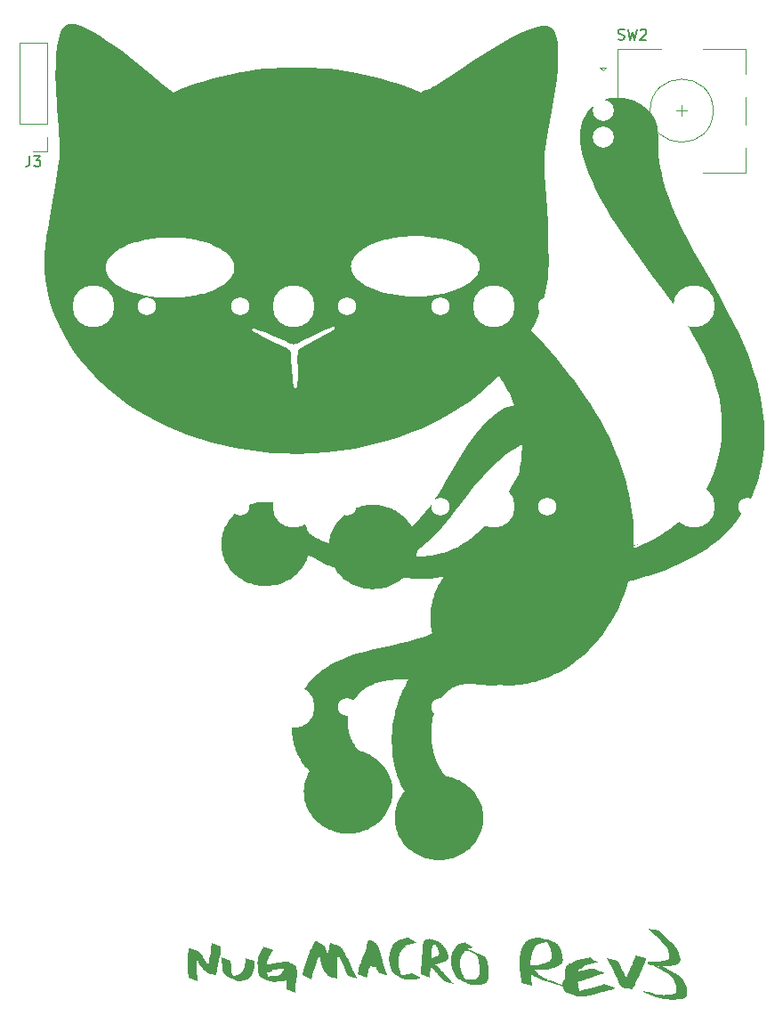
<source format=gto>
G04 #@! TF.GenerationSoftware,KiCad,Pcbnew,(6.0.10)*
G04 #@! TF.CreationDate,2023-08-06T19:18:38-04:00*
G04 #@! TF.ProjectId,NugMacro-Keypad,4e75674d-6163-4726-9f2d-4b6579706164,V3*
G04 #@! TF.SameCoordinates,Original*
G04 #@! TF.FileFunction,Legend,Top*
G04 #@! TF.FilePolarity,Positive*
%FSLAX46Y46*%
G04 Gerber Fmt 4.6, Leading zero omitted, Abs format (unit mm)*
G04 Created by KiCad (PCBNEW (6.0.10)) date 2023-08-06 19:18:38*
%MOMM*%
%LPD*%
G01*
G04 APERTURE LIST*
%ADD10C,0.000000*%
%ADD11C,0.150000*%
%ADD12C,0.120000*%
%ADD13C,3.987800*%
%ADD14C,1.750000*%
%ADD15R,2.000000X2.000000*%
%ADD16C,2.000000*%
%ADD17R,3.200000X2.000000*%
%ADD18C,3.048000*%
%ADD19R,1.700000X1.700000*%
%ADD20O,1.700000X1.700000*%
G04 APERTURE END LIST*
D10*
G36*
X162517658Y-137114487D02*
G01*
X162520215Y-137115277D01*
X162520685Y-137115552D01*
X162520694Y-137115659D01*
X162520542Y-137115743D01*
X162519732Y-137115846D01*
X162518198Y-137115856D01*
X162515901Y-137114500D01*
X162514372Y-137113669D01*
X162517658Y-137114487D01*
G37*
G36*
X139496895Y-135720700D02*
G01*
X139539055Y-135612377D01*
X139582722Y-135504868D01*
X139673494Y-135291813D01*
X139733209Y-135156001D01*
X139762885Y-135088316D01*
X139791666Y-135020262D01*
X139818970Y-134951455D01*
X139844218Y-134881506D01*
X139855888Y-134845984D01*
X139866827Y-134810032D01*
X139876961Y-134773601D01*
X139886217Y-134736644D01*
X139895267Y-134709772D01*
X139903344Y-134682644D01*
X139910526Y-134655279D01*
X139916894Y-134627699D01*
X139922525Y-134599922D01*
X139927500Y-134571968D01*
X139935795Y-134515612D01*
X139938066Y-134496112D01*
X140860185Y-134496112D01*
X140865776Y-134498228D01*
X140871259Y-134500378D01*
X140882099Y-134504691D01*
X140887557Y-134506811D01*
X140893108Y-134508877D01*
X140898801Y-134510867D01*
X140904688Y-134512760D01*
X140905888Y-134513145D01*
X140906906Y-134513232D01*
X140907749Y-134513038D01*
X140908423Y-134512579D01*
X140908935Y-134511873D01*
X140909293Y-134510935D01*
X140909502Y-134509783D01*
X140909571Y-134508433D01*
X140909313Y-134505204D01*
X140908575Y-134501383D01*
X140907411Y-134497102D01*
X140905876Y-134492494D01*
X140904026Y-134487692D01*
X140901916Y-134482829D01*
X140899601Y-134478038D01*
X140897137Y-134473451D01*
X140894578Y-134469203D01*
X140891980Y-134465425D01*
X140889398Y-134462250D01*
X140888131Y-134460930D01*
X140886888Y-134459812D01*
X140886689Y-134459798D01*
X140886469Y-134459760D01*
X140886227Y-134459701D01*
X140885967Y-134459625D01*
X140884764Y-134459213D01*
X140884087Y-134458993D01*
X140883734Y-134458892D01*
X140883374Y-134458801D01*
X140883009Y-134458724D01*
X140882639Y-134458665D01*
X140882265Y-134458627D01*
X140881891Y-134458614D01*
X140882982Y-134457683D01*
X140882276Y-134457705D01*
X140881584Y-134457810D01*
X140880902Y-134457998D01*
X140880231Y-134458268D01*
X140878913Y-134459052D01*
X140877621Y-134460156D01*
X140876342Y-134461573D01*
X140875067Y-134463298D01*
X140873785Y-134465324D01*
X140872485Y-134467645D01*
X140871157Y-134470256D01*
X140869790Y-134473149D01*
X140866898Y-134479761D01*
X140860185Y-134496112D01*
X139938066Y-134496112D01*
X139942412Y-134458789D01*
X139947984Y-134401659D01*
X139958521Y-134287113D01*
X139979643Y-134163470D01*
X139983105Y-134148130D01*
X139987068Y-134133055D01*
X139991628Y-134118316D01*
X139996880Y-134103983D01*
X140002920Y-134090130D01*
X140009843Y-134076827D01*
X140017744Y-134064146D01*
X140022092Y-134058061D01*
X140026720Y-134052158D01*
X140035751Y-134041586D01*
X140045029Y-134031601D01*
X140054550Y-134022198D01*
X140064306Y-134013366D01*
X140074291Y-134005099D01*
X140084501Y-133997390D01*
X140094927Y-133990229D01*
X140105565Y-133983609D01*
X140116408Y-133977522D01*
X140127450Y-133971961D01*
X140138685Y-133966918D01*
X140150107Y-133962384D01*
X140161710Y-133958353D01*
X140173487Y-133954815D01*
X140185433Y-133951764D01*
X140197542Y-133949192D01*
X140197412Y-133949230D01*
X140224103Y-133945297D01*
X140251424Y-133943515D01*
X140279306Y-133943808D01*
X140307681Y-133946100D01*
X140336479Y-133950315D01*
X140365630Y-133956378D01*
X140395066Y-133964212D01*
X140424717Y-133973743D01*
X140454514Y-133984893D01*
X140484388Y-133997588D01*
X140514269Y-134011752D01*
X140544089Y-134027308D01*
X140603267Y-134062297D01*
X140661367Y-134101947D01*
X140717836Y-134145654D01*
X140772121Y-134192810D01*
X140823666Y-134242809D01*
X140871919Y-134295046D01*
X140916326Y-134348914D01*
X140956332Y-134403806D01*
X140991384Y-134459117D01*
X141020929Y-134514240D01*
X141082402Y-134675728D01*
X141142290Y-134837932D01*
X141170971Y-134919542D01*
X141198453Y-135001619D01*
X141224468Y-135084257D01*
X141248750Y-135167553D01*
X141269430Y-135261157D01*
X141291270Y-135354366D01*
X141337693Y-135539896D01*
X141436357Y-135909504D01*
X141455356Y-135993571D01*
X141476457Y-136076956D01*
X141499253Y-136159795D01*
X141523336Y-136242224D01*
X141624414Y-136570591D01*
X141677271Y-136702006D01*
X141732042Y-136832367D01*
X141788484Y-136961869D01*
X141846353Y-137090709D01*
X141885404Y-137197168D01*
X141896923Y-137230613D01*
X141921755Y-137304302D01*
X141039606Y-136999813D01*
X141002645Y-136897067D01*
X140989869Y-136865461D01*
X140961107Y-136796077D01*
X140921872Y-136708394D01*
X140883171Y-136620366D01*
X140845388Y-136531836D01*
X140808908Y-136442646D01*
X140676435Y-136467486D01*
X140544100Y-136492847D01*
X140268236Y-136335849D01*
X140251889Y-136385856D01*
X140235945Y-136436118D01*
X140220547Y-136486653D01*
X140205835Y-136537479D01*
X140130253Y-136773048D01*
X140093617Y-136891423D01*
X140058490Y-137010432D01*
X140025429Y-137130254D01*
X139994988Y-137251070D01*
X139967721Y-137373059D01*
X139944185Y-137496402D01*
X139073473Y-137131725D01*
X139102931Y-137008778D01*
X139134286Y-136886606D01*
X139167297Y-136765116D01*
X139201723Y-136644209D01*
X139273857Y-136403768D01*
X139348764Y-136164516D01*
X139382178Y-136051745D01*
X139418185Y-135940264D01*
X139436239Y-135888309D01*
X140437761Y-135888309D01*
X140442582Y-135887569D01*
X140447445Y-135886721D01*
X140457271Y-135884832D01*
X140467192Y-135882906D01*
X140472173Y-135882011D01*
X140477159Y-135881206D01*
X140660593Y-135985744D01*
X140634060Y-135892689D01*
X140608156Y-135799368D01*
X140583545Y-135705669D01*
X140571932Y-135658641D01*
X140560892Y-135611477D01*
X140560663Y-135611225D01*
X140545647Y-135644003D01*
X140538033Y-135660412D01*
X140530260Y-135676883D01*
X140506554Y-135729472D01*
X140483335Y-135782250D01*
X140437761Y-135888309D01*
X139436239Y-135888309D01*
X139456515Y-135829956D01*
X139496895Y-135720700D01*
G37*
G36*
X136360040Y-134521794D02*
G01*
X136374811Y-134436481D01*
X136386307Y-134399747D01*
X136392655Y-134379939D01*
X136399573Y-134359937D01*
X136403286Y-134350043D01*
X136407190Y-134340317D01*
X136411300Y-134330829D01*
X136415633Y-134321652D01*
X136420204Y-134312859D01*
X136425031Y-134304520D01*
X136430127Y-134296707D01*
X136435510Y-134289493D01*
X136440305Y-134283861D01*
X136445975Y-134277808D01*
X136452425Y-134271469D01*
X136459565Y-134264981D01*
X136467301Y-134258480D01*
X136475540Y-134252102D01*
X136484192Y-134245983D01*
X136493162Y-134240259D01*
X136502358Y-134235066D01*
X136511689Y-134230541D01*
X136521061Y-134226819D01*
X136525733Y-134225302D01*
X136530381Y-134224037D01*
X136534993Y-134223040D01*
X136539558Y-134222330D01*
X136544064Y-134221922D01*
X136548499Y-134221835D01*
X136552852Y-134222084D01*
X136557111Y-134222688D01*
X136561265Y-134223662D01*
X136565302Y-134225025D01*
X136721541Y-134284639D01*
X136854207Y-134332921D01*
X136965683Y-134371458D01*
X137058353Y-134401838D01*
X137196818Y-134444473D01*
X137247381Y-134459904D01*
X137288677Y-134473526D01*
X137323091Y-134486926D01*
X137338463Y-134494039D01*
X137353008Y-134501692D01*
X137367025Y-134510084D01*
X137380812Y-134519412D01*
X137394667Y-134529875D01*
X137408889Y-134541671D01*
X137439621Y-134570059D01*
X137475395Y-134606161D01*
X137571603Y-134707859D01*
X137603369Y-134749955D01*
X137634165Y-134792803D01*
X137664068Y-134836341D01*
X137693153Y-134880512D01*
X137749177Y-134970506D01*
X137802843Y-135062307D01*
X137854759Y-135155435D01*
X137905534Y-135249410D01*
X138006090Y-135437984D01*
X138055263Y-135514589D01*
X138101681Y-135592760D01*
X138145635Y-135672367D01*
X138187419Y-135753281D01*
X138227324Y-135835375D01*
X138265645Y-135918519D01*
X138302673Y-136002585D01*
X138338701Y-136087444D01*
X138380212Y-136176449D01*
X138419866Y-136266446D01*
X138495844Y-136448193D01*
X138571118Y-136630251D01*
X138609892Y-136720635D01*
X138650171Y-136810184D01*
X138672925Y-136874344D01*
X138697257Y-136937233D01*
X138723245Y-136998902D01*
X138750970Y-137059400D01*
X138780511Y-137118776D01*
X138811948Y-137177078D01*
X138845361Y-137234357D01*
X138880830Y-137290660D01*
X138905558Y-137328869D01*
X138929925Y-137367356D01*
X138978199Y-137444690D01*
X139026893Y-137521704D01*
X139051786Y-137559791D01*
X139077249Y-137597438D01*
X138185350Y-137319995D01*
X137988039Y-137009884D01*
X137971037Y-136980684D01*
X137954757Y-136951101D01*
X137924106Y-136890920D01*
X137895566Y-136829599D01*
X137868620Y-136767398D01*
X137766390Y-136515003D01*
X137614652Y-136151643D01*
X137537084Y-135970819D01*
X137457033Y-135791294D01*
X137426774Y-135723293D01*
X137395505Y-135656048D01*
X137363270Y-135589503D01*
X137330111Y-135523600D01*
X137296072Y-135458282D01*
X137261194Y-135393491D01*
X137225521Y-135329170D01*
X137189096Y-135265262D01*
X137181874Y-135371352D01*
X137178439Y-135424415D01*
X137175699Y-135477459D01*
X137167481Y-135601697D01*
X137160641Y-135726170D01*
X137149962Y-135975587D01*
X137132700Y-136474704D01*
X137135605Y-136715957D01*
X137137027Y-136957161D01*
X137135036Y-137198135D01*
X137132158Y-137318480D01*
X137127702Y-137438701D01*
X137127423Y-137442765D01*
X137127322Y-137447087D01*
X137127583Y-137456393D01*
X137128339Y-137466408D01*
X137129443Y-137476916D01*
X137132114Y-137498563D01*
X137133389Y-137509275D01*
X137134427Y-137519626D01*
X137135083Y-137529405D01*
X137135211Y-137538397D01*
X137135031Y-137542532D01*
X137134664Y-137546390D01*
X137134093Y-137549945D01*
X137133298Y-137553169D01*
X137132261Y-137556037D01*
X137130964Y-137558522D01*
X137129389Y-137560596D01*
X137127517Y-137562234D01*
X137125331Y-137563409D01*
X137122812Y-137564093D01*
X137119941Y-137564260D01*
X137116701Y-137563884D01*
X136824889Y-137507489D01*
X136710664Y-137485353D01*
X136614502Y-137465731D01*
X136534114Y-137447477D01*
X136467206Y-137429447D01*
X136438091Y-137420158D01*
X136411486Y-137410496D01*
X136387106Y-137400316D01*
X136364663Y-137389477D01*
X136343871Y-137377835D01*
X136324444Y-137365247D01*
X136306095Y-137351569D01*
X136288538Y-137336659D01*
X136271486Y-137320373D01*
X136254653Y-137302568D01*
X136220496Y-137261830D01*
X136035318Y-137009494D01*
X136005163Y-136973778D01*
X135974414Y-136938664D01*
X135912597Y-136868788D01*
X135882259Y-136833302D01*
X135852786Y-136796966D01*
X135838489Y-136778366D01*
X135824545Y-136759418D01*
X135811000Y-136740076D01*
X135797899Y-136720295D01*
X135778777Y-136682922D01*
X135761063Y-136644966D01*
X135744650Y-136606474D01*
X135729428Y-136567493D01*
X135715289Y-136528071D01*
X135702124Y-136488253D01*
X135678282Y-136407621D01*
X135657035Y-136325972D01*
X135637512Y-136243683D01*
X135600168Y-136078685D01*
X135561979Y-135881652D01*
X135521525Y-135685042D01*
X135499902Y-135587061D01*
X135477056Y-135489386D01*
X135452768Y-135392082D01*
X135426820Y-135295215D01*
X135412935Y-135326426D01*
X135405856Y-135342058D01*
X135402229Y-135349841D01*
X135398523Y-135357586D01*
X135324813Y-135525944D01*
X135288345Y-135610389D01*
X135253122Y-135695489D01*
X135219881Y-135781599D01*
X135189362Y-135869080D01*
X135175354Y-135913445D01*
X135162304Y-135958287D01*
X135150303Y-136003650D01*
X135139444Y-136049579D01*
X135117211Y-136134625D01*
X135093490Y-136218849D01*
X135068443Y-136302374D01*
X135042233Y-136385325D01*
X135015023Y-136467827D01*
X134986975Y-136550003D01*
X134929018Y-136713878D01*
X134791457Y-137171017D01*
X134725467Y-137400742D01*
X134694290Y-137516341D01*
X134664751Y-137632602D01*
X133798959Y-137256862D01*
X133935320Y-136800441D01*
X134002340Y-136571757D01*
X134068109Y-136342487D01*
X134177736Y-136014515D01*
X134203870Y-135932113D01*
X134228896Y-135849177D01*
X134252516Y-135765521D01*
X134274431Y-135680957D01*
X134285600Y-135633935D01*
X134297939Y-135587479D01*
X134311357Y-135541547D01*
X134325764Y-135496099D01*
X134357175Y-135406482D01*
X134391442Y-135318293D01*
X134427835Y-135231197D01*
X134465622Y-135144858D01*
X134542459Y-134973110D01*
X134717572Y-134590403D01*
X134803789Y-134398249D01*
X134888696Y-134205196D01*
X134900158Y-134187571D01*
X134911659Y-134171074D01*
X134923204Y-134155684D01*
X134934798Y-134141381D01*
X134946448Y-134128142D01*
X134958158Y-134115948D01*
X134969935Y-134104778D01*
X134981783Y-134094610D01*
X134993707Y-134085423D01*
X135005714Y-134077197D01*
X135017809Y-134069911D01*
X135029997Y-134063543D01*
X135042284Y-134058073D01*
X135054675Y-134053480D01*
X135067175Y-134049743D01*
X135079790Y-134046840D01*
X135079813Y-134046817D01*
X135098922Y-134043917D01*
X135118310Y-134042756D01*
X135137995Y-134043261D01*
X135157996Y-134045358D01*
X135178328Y-134048975D01*
X135199010Y-134054039D01*
X135241493Y-134068213D01*
X135285587Y-134087294D01*
X135331430Y-134110697D01*
X135379165Y-134137835D01*
X135428931Y-134168125D01*
X135651120Y-134309075D01*
X135713151Y-134346333D01*
X135778057Y-134383228D01*
X135845978Y-134419174D01*
X135917055Y-134453586D01*
X135920693Y-134455788D01*
X135924672Y-134459164D01*
X135933538Y-134469145D01*
X135943430Y-134482940D01*
X135954121Y-134499962D01*
X135965387Y-134519621D01*
X135977001Y-134541329D01*
X136000376Y-134588540D01*
X136022444Y-134636885D01*
X136041403Y-134681657D01*
X136055450Y-134718147D01*
X136060069Y-134731816D01*
X136062784Y-134741649D01*
X136288812Y-135540577D01*
X136297201Y-135334663D01*
X136302468Y-135231882D01*
X136309114Y-135129230D01*
X136317423Y-134954516D01*
X136322825Y-134867374D01*
X136329474Y-134780464D01*
X136337685Y-134693852D01*
X136338535Y-134686580D01*
X137303751Y-134686580D01*
X137345876Y-134704218D01*
X137366976Y-134713014D01*
X137389650Y-134722187D01*
X137393821Y-134723612D01*
X137395010Y-134723808D01*
X137395641Y-134723690D01*
X137395742Y-134723281D01*
X137395342Y-134722605D01*
X137393155Y-134720541D01*
X137389311Y-134717684D01*
X137384041Y-134714217D01*
X137377575Y-134710325D01*
X137370146Y-134706192D01*
X137361985Y-134702002D01*
X137353322Y-134697940D01*
X137344388Y-134694191D01*
X137335415Y-134690938D01*
X137326633Y-134688366D01*
X137318275Y-134686659D01*
X137314326Y-134686188D01*
X137310570Y-134686003D01*
X137307035Y-134686126D01*
X137303751Y-134686580D01*
X136338535Y-134686580D01*
X136347769Y-134607607D01*
X136360040Y-134521794D01*
G37*
G36*
X144747034Y-134177166D02*
G01*
X144713743Y-134178308D01*
X144680698Y-134180480D01*
X144647851Y-134183597D01*
X144615149Y-134187577D01*
X144582544Y-134192337D01*
X144549985Y-134197794D01*
X144517421Y-134203865D01*
X144484804Y-134210468D01*
X144307833Y-134244711D01*
X144219625Y-134263516D01*
X144131823Y-134284109D01*
X144044596Y-134306990D01*
X143958109Y-134332659D01*
X143872530Y-134361615D01*
X143830134Y-134377483D01*
X143788026Y-134394359D01*
X143760887Y-134407537D01*
X143734020Y-134421169D01*
X143707422Y-134435253D01*
X143681092Y-134449791D01*
X143655026Y-134464783D01*
X143629222Y-134480230D01*
X143603676Y-134496130D01*
X143578386Y-134512485D01*
X143610788Y-134528713D01*
X143548098Y-134583324D01*
X143487235Y-134639987D01*
X143457499Y-134669107D01*
X143428232Y-134698760D01*
X143399438Y-134728956D01*
X143371122Y-134759700D01*
X143343288Y-134791001D01*
X143315939Y-134822865D01*
X143289081Y-134855299D01*
X143262717Y-134888311D01*
X143236851Y-134921908D01*
X143211488Y-134956097D01*
X143186632Y-134990885D01*
X143162286Y-135026279D01*
X143143233Y-135060126D01*
X143125537Y-135094636D01*
X143109107Y-135129767D01*
X143093855Y-135165473D01*
X143079690Y-135201711D01*
X143066524Y-135238436D01*
X143054268Y-135275604D01*
X143042830Y-135313171D01*
X143022056Y-135389325D01*
X143003486Y-135466545D01*
X142970094Y-135622768D01*
X142962476Y-135681145D01*
X142955690Y-135739760D01*
X142949886Y-135798589D01*
X142945212Y-135857606D01*
X142941817Y-135916790D01*
X142939851Y-135976114D01*
X142939461Y-136035555D01*
X142940798Y-136095089D01*
X142942588Y-136131378D01*
X142945123Y-136167542D01*
X142952284Y-136239519D01*
X142961992Y-136311068D01*
X142973961Y-136382238D01*
X142987903Y-136453077D01*
X143003531Y-136523633D01*
X143020559Y-136593954D01*
X143038698Y-136664089D01*
X143110552Y-136930344D01*
X143130835Y-136995959D01*
X143141962Y-137028318D01*
X143153901Y-137060304D01*
X143166768Y-137091860D01*
X143180679Y-137122932D01*
X143195751Y-137153463D01*
X143212099Y-137183399D01*
X143221598Y-137194104D01*
X143231013Y-137204608D01*
X143235744Y-137209785D01*
X143240521Y-137214915D01*
X143245365Y-137219997D01*
X143250299Y-137225032D01*
X143282919Y-137225978D01*
X143315566Y-137226739D01*
X143348220Y-137227172D01*
X143380861Y-137227131D01*
X143453692Y-137224136D01*
X143526345Y-137219175D01*
X143598797Y-137212327D01*
X143671024Y-137203669D01*
X143743005Y-137193280D01*
X143814716Y-137181238D01*
X143886135Y-137167621D01*
X143957239Y-137152507D01*
X143998535Y-137141618D01*
X144039666Y-137130238D01*
X144080568Y-137118158D01*
X144121174Y-137105168D01*
X144161418Y-137091058D01*
X144201236Y-137075619D01*
X144220965Y-137067335D01*
X144240562Y-137058641D01*
X144260019Y-137049508D01*
X144279329Y-137039913D01*
X145123560Y-137488437D01*
X145103602Y-137499751D01*
X145083500Y-137510541D01*
X145063257Y-137520828D01*
X145042873Y-137530634D01*
X145001692Y-137548888D01*
X144959972Y-137565477D01*
X144917726Y-137580571D01*
X144874968Y-137594344D01*
X144831713Y-137606966D01*
X144787973Y-137618610D01*
X144716379Y-137637848D01*
X144644231Y-137654577D01*
X144571600Y-137668966D01*
X144498556Y-137681186D01*
X144425168Y-137691410D01*
X144351507Y-137699808D01*
X144277643Y-137706551D01*
X144203645Y-137711811D01*
X144098237Y-137713224D01*
X143998611Y-137710834D01*
X143903857Y-137704568D01*
X143813059Y-137694357D01*
X143725308Y-137680128D01*
X143639688Y-137661812D01*
X143555289Y-137639336D01*
X143471197Y-137612630D01*
X143386499Y-137581622D01*
X143300283Y-137546241D01*
X143211637Y-137506417D01*
X143119647Y-137462079D01*
X142921986Y-137359573D01*
X142699999Y-137238155D01*
X142645326Y-137205939D01*
X142618380Y-137189046D01*
X142591780Y-137171546D01*
X142565590Y-137153376D01*
X142539873Y-137134471D01*
X142514693Y-137114770D01*
X142490115Y-137094207D01*
X142466201Y-137072721D01*
X142443016Y-137050248D01*
X142420624Y-137026725D01*
X142399088Y-137002088D01*
X142378472Y-136976275D01*
X142358841Y-136949221D01*
X142340258Y-136920864D01*
X142322786Y-136891140D01*
X142296682Y-136825599D01*
X142273069Y-136759212D01*
X142251510Y-136692117D01*
X142231570Y-136624452D01*
X142212811Y-136556356D01*
X142194798Y-136487967D01*
X142159265Y-136350864D01*
X142140559Y-136277319D01*
X142123242Y-136203426D01*
X142107576Y-136129195D01*
X142093827Y-136054637D01*
X142082257Y-135979760D01*
X142073131Y-135904576D01*
X142066712Y-135829093D01*
X142063265Y-135753322D01*
X142063471Y-135690652D01*
X142064935Y-135628026D01*
X142067685Y-135565502D01*
X142071750Y-135503138D01*
X142077162Y-135440991D01*
X142083948Y-135379119D01*
X142092138Y-135317578D01*
X142101762Y-135256427D01*
X142139679Y-135091352D01*
X142160253Y-135009599D01*
X142182824Y-134928817D01*
X142195073Y-134888896D01*
X142208081Y-134849345D01*
X142221932Y-134810205D01*
X142236713Y-134771518D01*
X142252511Y-134733327D01*
X142269411Y-134695674D01*
X142287500Y-134658601D01*
X142306863Y-134622150D01*
X142322539Y-134599320D01*
X142338449Y-134576809D01*
X142354491Y-134554543D01*
X142370561Y-134532451D01*
X142306459Y-134501628D01*
X142341141Y-134458375D01*
X142376579Y-134416228D01*
X142412775Y-134375198D01*
X142449733Y-134335294D01*
X142487456Y-134296525D01*
X142525946Y-134258902D01*
X142565208Y-134222433D01*
X142605243Y-134187129D01*
X142646056Y-134152998D01*
X142687648Y-134120052D01*
X142730023Y-134088298D01*
X142773185Y-134057748D01*
X142817135Y-134028409D01*
X142861878Y-134000293D01*
X142907416Y-133973408D01*
X142953752Y-133947765D01*
X142995819Y-133928641D01*
X143038246Y-133910657D01*
X143081007Y-133893743D01*
X143124077Y-133877830D01*
X143211042Y-133848729D01*
X143298934Y-133822800D01*
X143387548Y-133799488D01*
X143476681Y-133778238D01*
X143655679Y-133739704D01*
X143672029Y-133736408D01*
X143688314Y-133732933D01*
X143704657Y-133729526D01*
X143712887Y-133727926D01*
X143721178Y-133726436D01*
X143720842Y-133726375D01*
X143770092Y-133717350D01*
X143819495Y-133709138D01*
X143869036Y-133701693D01*
X143918703Y-133694973D01*
X144747034Y-134177166D01*
G37*
G36*
X126991251Y-135906955D02*
G01*
X127023565Y-136353149D01*
X127040766Y-136576194D01*
X127061052Y-136799137D01*
X127064430Y-136842316D01*
X127068285Y-136882849D01*
X127072732Y-136921005D01*
X127077884Y-136957050D01*
X127083856Y-136991251D01*
X127090761Y-137023876D01*
X127098713Y-137055191D01*
X127107828Y-137085464D01*
X127118218Y-137114962D01*
X127129998Y-137143953D01*
X127143281Y-137172702D01*
X127158182Y-137201479D01*
X127174815Y-137230549D01*
X127193294Y-137260180D01*
X127213733Y-137290639D01*
X127236246Y-137322193D01*
X127244178Y-137321443D01*
X127252083Y-137320768D01*
X127259970Y-137320056D01*
X127263909Y-137319651D01*
X127267847Y-137319194D01*
X127301783Y-137315076D01*
X127335542Y-137310294D01*
X127369121Y-137304841D01*
X127402518Y-137298708D01*
X127435731Y-137291888D01*
X127468757Y-137284373D01*
X127501594Y-137276155D01*
X127534239Y-137267226D01*
X127566692Y-137257578D01*
X127598949Y-137247203D01*
X127631008Y-137236093D01*
X127662866Y-137224241D01*
X127694523Y-137211638D01*
X127725975Y-137198277D01*
X127757220Y-137184149D01*
X127788255Y-137169246D01*
X127826090Y-137148552D01*
X127861949Y-137125919D01*
X127895946Y-137101434D01*
X127928195Y-137075182D01*
X127958810Y-137047252D01*
X127987907Y-137017729D01*
X128015599Y-136986700D01*
X128042000Y-136954253D01*
X128067226Y-136920473D01*
X128091390Y-136885448D01*
X128114607Y-136849263D01*
X128136991Y-136812007D01*
X128158656Y-136773765D01*
X128179717Y-136734625D01*
X128220483Y-136653995D01*
X128252767Y-136564272D01*
X128282151Y-136472960D01*
X128308814Y-136380281D01*
X128332932Y-136286457D01*
X128354682Y-136191708D01*
X128374242Y-136096257D01*
X128391787Y-136000324D01*
X128407495Y-135904132D01*
X128411996Y-135858872D01*
X128414166Y-135837034D01*
X128415954Y-135815812D01*
X128417111Y-135795269D01*
X128417391Y-135775472D01*
X128417125Y-135765872D01*
X128416546Y-135756483D01*
X128415626Y-135747313D01*
X128414331Y-135738370D01*
X128412632Y-135729661D01*
X128410497Y-135721195D01*
X128407897Y-135712980D01*
X128404799Y-135705024D01*
X128401172Y-135697336D01*
X128396987Y-135689923D01*
X128392212Y-135682793D01*
X128386816Y-135675955D01*
X128380769Y-135669416D01*
X128374039Y-135663185D01*
X128366596Y-135657270D01*
X128358408Y-135651679D01*
X128349446Y-135646420D01*
X128339677Y-135641502D01*
X128329071Y-135636931D01*
X128317598Y-135632717D01*
X129216745Y-135880664D01*
X129231179Y-135902966D01*
X129243823Y-135925411D01*
X129254752Y-135948015D01*
X129264045Y-135970796D01*
X129271779Y-135993771D01*
X129278030Y-136016955D01*
X129282875Y-136040366D01*
X129286392Y-136064020D01*
X129288657Y-136087934D01*
X129289748Y-136112125D01*
X129289741Y-136136611D01*
X129288714Y-136161406D01*
X129286744Y-136186528D01*
X129283907Y-136211995D01*
X129280280Y-136237822D01*
X129275942Y-136264026D01*
X129258119Y-136363649D01*
X129238555Y-136462938D01*
X129217070Y-136561700D01*
X129193484Y-136659743D01*
X129167618Y-136756876D01*
X129139294Y-136852907D01*
X129108330Y-136947645D01*
X129074548Y-137040897D01*
X129032559Y-137128486D01*
X129010950Y-137171264D01*
X128988757Y-137213230D01*
X128965845Y-137254282D01*
X128942083Y-137294318D01*
X128917339Y-137333236D01*
X128891480Y-137370936D01*
X128864374Y-137407315D01*
X128835888Y-137442272D01*
X128805891Y-137475706D01*
X128774249Y-137507514D01*
X128740831Y-137537596D01*
X128705504Y-137565850D01*
X128687084Y-137579259D01*
X128668136Y-137592174D01*
X128648646Y-137604580D01*
X128628595Y-137616466D01*
X128597392Y-137633923D01*
X128565926Y-137650555D01*
X128534199Y-137666359D01*
X128502211Y-137681332D01*
X128469962Y-137695468D01*
X128437453Y-137708765D01*
X128404685Y-137721217D01*
X128371658Y-137732822D01*
X128338373Y-137743575D01*
X128304829Y-137753472D01*
X128271028Y-137762509D01*
X128236971Y-137770682D01*
X128202657Y-137777988D01*
X128168088Y-137784422D01*
X128133263Y-137789980D01*
X128098184Y-137794658D01*
X127990945Y-137812725D01*
X127937123Y-137820208D01*
X127910157Y-137823226D01*
X127883152Y-137825635D01*
X127856107Y-137827338D01*
X127829021Y-137828239D01*
X127801893Y-137828244D01*
X127774721Y-137827256D01*
X127747503Y-137825179D01*
X127720239Y-137821917D01*
X127692928Y-137817376D01*
X127665567Y-137811458D01*
X127581292Y-137776428D01*
X127495799Y-137742941D01*
X127322630Y-137678119D01*
X127149005Y-137612044D01*
X127062940Y-137576990D01*
X126977866Y-137539767D01*
X126894149Y-137499756D01*
X126812158Y-137456338D01*
X126732260Y-137408896D01*
X126654824Y-137356810D01*
X126580217Y-137299461D01*
X126544090Y-137268621D01*
X126508808Y-137236232D01*
X126474417Y-137202219D01*
X126440964Y-137166503D01*
X126408494Y-137129008D01*
X126377054Y-137089656D01*
X126352707Y-137051426D01*
X126330507Y-137014010D01*
X126310353Y-136977217D01*
X126292144Y-136940859D01*
X126275777Y-136904743D01*
X126261151Y-136868680D01*
X126248164Y-136832480D01*
X126236715Y-136795952D01*
X126226702Y-136758906D01*
X126218024Y-136721152D01*
X126210579Y-136682499D01*
X126204266Y-136642756D01*
X126198982Y-136601735D01*
X126194627Y-136559243D01*
X126191099Y-136515091D01*
X126188295Y-136469089D01*
X126170573Y-136245630D01*
X126154125Y-136022043D01*
X126135762Y-135798608D01*
X126124867Y-135687034D01*
X126112299Y-135575603D01*
X126991251Y-135906955D01*
G37*
G36*
X122950273Y-135063496D02*
G01*
X122955510Y-134978341D01*
X122959275Y-134936015D01*
X122964016Y-134893901D01*
X122969889Y-134852033D01*
X122977052Y-134810443D01*
X122981610Y-134799126D01*
X122986827Y-134787124D01*
X122992697Y-134774684D01*
X122999215Y-134762054D01*
X123006377Y-134749481D01*
X123014177Y-134737211D01*
X123022609Y-134725491D01*
X123027062Y-134719915D01*
X123031670Y-134714569D01*
X123036435Y-134709484D01*
X123041354Y-134704691D01*
X123046428Y-134700220D01*
X123051655Y-134696104D01*
X123057036Y-134692372D01*
X123062570Y-134689055D01*
X123068255Y-134686185D01*
X123074091Y-134683792D01*
X123080079Y-134681907D01*
X123086216Y-134680560D01*
X123092502Y-134679784D01*
X123098938Y-134679608D01*
X123105521Y-134680063D01*
X123112252Y-134681181D01*
X123119130Y-134682992D01*
X123126154Y-134685527D01*
X123805253Y-134942628D01*
X123833291Y-134955862D01*
X123860458Y-134969663D01*
X123886892Y-134984179D01*
X123912729Y-134999561D01*
X123938108Y-135015960D01*
X123963164Y-135033524D01*
X123988036Y-135052404D01*
X124012861Y-135072750D01*
X124037776Y-135094712D01*
X124062918Y-135118440D01*
X124088425Y-135144084D01*
X124114434Y-135171793D01*
X124141082Y-135201718D01*
X124168507Y-135234008D01*
X124226236Y-135306285D01*
X124301945Y-135419875D01*
X124374902Y-135535700D01*
X124445426Y-135653449D01*
X124513841Y-135772813D01*
X124580468Y-135893483D01*
X124645628Y-136015148D01*
X124772836Y-136260227D01*
X124787342Y-136285426D01*
X124801948Y-136310474D01*
X124816724Y-136335419D01*
X124831735Y-136360309D01*
X124876948Y-136154216D01*
X124900487Y-136051484D01*
X124925234Y-135949062D01*
X124947443Y-135832621D01*
X124970951Y-135716535D01*
X125019721Y-135484842D01*
X125067250Y-135252814D01*
X125089208Y-135136310D01*
X125109247Y-135019283D01*
X125116582Y-134975740D01*
X125122935Y-134932018D01*
X125133063Y-134844106D01*
X125140365Y-134755687D01*
X125145573Y-134666901D01*
X125160150Y-134310886D01*
X125161711Y-134298999D01*
X125162925Y-134287135D01*
X125165100Y-134263417D01*
X125166455Y-134251537D01*
X125167285Y-134245586D01*
X125168250Y-134239626D01*
X125169375Y-134233655D01*
X125170684Y-134227670D01*
X125172201Y-134221671D01*
X125173952Y-134215656D01*
X126050447Y-134575023D01*
X126048888Y-134585544D01*
X126047688Y-134596025D01*
X126045622Y-134616937D01*
X126044387Y-134627403D01*
X126043637Y-134632646D01*
X126042769Y-134637899D01*
X126041758Y-134643163D01*
X126040583Y-134648440D01*
X126039220Y-134653734D01*
X126037645Y-134659046D01*
X126020337Y-135021035D01*
X126014254Y-135111282D01*
X126006163Y-135201147D01*
X125995412Y-135290487D01*
X125981348Y-135379161D01*
X125788515Y-136314022D01*
X125762644Y-136426607D01*
X125739045Y-136540237D01*
X125693053Y-136768101D01*
X125667853Y-136881069D01*
X125639314Y-136992551D01*
X125623354Y-137047536D01*
X125606033Y-137101913D01*
X125587175Y-137155601D01*
X125566606Y-137208522D01*
X125564761Y-137210682D01*
X125562954Y-137213008D01*
X125559439Y-137218088D01*
X125556028Y-137223625D01*
X125552689Y-137229482D01*
X125546097Y-137241610D01*
X125542781Y-137247606D01*
X125539407Y-137253376D01*
X125535945Y-137258780D01*
X125534170Y-137261303D01*
X125532361Y-137263684D01*
X125530514Y-137265905D01*
X125528624Y-137267949D01*
X125526688Y-137269799D01*
X125524702Y-137271438D01*
X125522660Y-137272850D01*
X125520561Y-137274016D01*
X125518399Y-137274920D01*
X125516170Y-137275544D01*
X125513871Y-137275872D01*
X125511497Y-137275887D01*
X125509045Y-137275570D01*
X125506509Y-137274906D01*
X125245203Y-137190732D01*
X125137928Y-137155847D01*
X125043908Y-137124278D01*
X124961396Y-137094910D01*
X124888646Y-137066627D01*
X124823911Y-137038316D01*
X124794002Y-137023801D01*
X124765443Y-137008861D01*
X124738013Y-136993356D01*
X124711495Y-136977148D01*
X124685670Y-136960096D01*
X124660320Y-136942061D01*
X124635227Y-136922905D01*
X124610172Y-136902487D01*
X124559302Y-136857309D01*
X124505965Y-136805415D01*
X124448413Y-136745688D01*
X124384899Y-136677014D01*
X124313677Y-136598278D01*
X124254220Y-136526827D01*
X124196958Y-136453279D01*
X124141873Y-136377726D01*
X124088945Y-136300259D01*
X124038157Y-136220968D01*
X123989492Y-136139945D01*
X123942930Y-136057280D01*
X123898454Y-135973064D01*
X123807855Y-135797649D01*
X123807016Y-135802892D01*
X123806011Y-135808171D01*
X123804866Y-135813476D01*
X123803604Y-135818796D01*
X123802248Y-135824121D01*
X123800821Y-135829441D01*
X123797853Y-135840023D01*
X123783335Y-136063328D01*
X123772069Y-136287091D01*
X123768098Y-136399151D01*
X123765470Y-136511336D01*
X123764364Y-136623647D01*
X123764955Y-136736087D01*
X123768506Y-136876272D01*
X123774332Y-137016350D01*
X123782616Y-137156296D01*
X123793543Y-137296085D01*
X123807296Y-137435692D01*
X123824060Y-137575093D01*
X123844019Y-137714263D01*
X123867357Y-137853176D01*
X122986940Y-137530056D01*
X122969084Y-137388981D01*
X122953306Y-137247925D01*
X122939586Y-137106851D01*
X122927910Y-136965727D01*
X122918257Y-136824519D01*
X122910613Y-136683191D01*
X122904959Y-136541711D01*
X122901277Y-136400043D01*
X122899776Y-136285998D01*
X122899927Y-136172028D01*
X122901614Y-136058150D01*
X122904722Y-135944378D01*
X122914735Y-135717222D01*
X122929041Y-135490688D01*
X122933391Y-135448412D01*
X122936827Y-135405948D01*
X122941584Y-135320593D01*
X122946651Y-135161541D01*
X123853601Y-135161541D01*
X123898699Y-135180185D01*
X123921353Y-135189429D01*
X123944101Y-135198337D01*
X123944597Y-135198404D01*
X123944677Y-135198085D01*
X123943682Y-135196397D01*
X123941305Y-135193482D01*
X123937734Y-135189551D01*
X123927766Y-135179480D01*
X123921746Y-135173761D01*
X123915289Y-135167866D01*
X123908581Y-135162006D01*
X123901813Y-135156390D01*
X123895173Y-135151229D01*
X123888850Y-135146733D01*
X123883032Y-135143111D01*
X123880372Y-135141694D01*
X123877909Y-135140575D01*
X123875666Y-135139779D01*
X123873668Y-135139334D01*
X123871939Y-135139265D01*
X123870500Y-135139598D01*
X123870699Y-135139614D01*
X123869403Y-135140285D01*
X123868173Y-135141074D01*
X123867000Y-135141975D01*
X123865877Y-135142983D01*
X123864797Y-135144093D01*
X123863752Y-135145300D01*
X123862735Y-135146598D01*
X123861738Y-135147982D01*
X123860754Y-135149448D01*
X123859775Y-135150989D01*
X123857805Y-135154279D01*
X123853601Y-135161541D01*
X122946651Y-135161541D01*
X122947047Y-135149101D01*
X122950273Y-135063496D01*
G37*
G36*
X157626901Y-137860726D02*
G01*
X157628955Y-137861047D01*
X157631105Y-137861451D01*
X157631825Y-137861605D01*
X157632806Y-137861972D01*
X157633970Y-137862370D01*
X157635168Y-137862812D01*
X157637647Y-137863816D01*
X157640203Y-137864961D01*
X157642795Y-137866224D01*
X157645382Y-137867580D01*
X157646996Y-137868486D01*
X157628494Y-137862634D01*
X157628088Y-137862354D01*
X157627265Y-137861772D01*
X157626868Y-137861499D01*
X157626478Y-137861244D01*
X157626094Y-137861011D01*
X157625715Y-137860805D01*
X157625339Y-137860631D01*
X157625151Y-137860557D01*
X157624963Y-137860492D01*
X157626901Y-137860726D01*
G37*
G36*
X157653205Y-137870450D02*
G01*
X157655486Y-137871848D01*
X157656254Y-137872295D01*
X157650117Y-137870322D01*
X157647923Y-137869006D01*
X157646996Y-137868486D01*
X157653205Y-137870450D01*
G37*
G36*
X157684363Y-137879910D02*
G01*
X157699272Y-137884736D01*
X157713549Y-137889536D01*
X157653205Y-137870450D01*
X157652445Y-137869983D01*
X157684363Y-137879910D01*
G37*
G36*
X157722831Y-137893689D02*
G01*
X157720037Y-137892933D01*
X157705750Y-137888836D01*
X157677438Y-137880184D01*
X157675928Y-137880091D01*
X157674766Y-137879941D01*
X157664595Y-137876722D01*
X157663348Y-137876143D01*
X157661758Y-137875355D01*
X157660174Y-137874524D01*
X157658599Y-137873657D01*
X157656254Y-137872295D01*
X157722831Y-137893689D01*
G37*
G36*
X157811852Y-137916672D02*
G01*
X157818476Y-137918778D01*
X157820984Y-137919672D01*
X157811179Y-137916475D01*
X157811852Y-137916672D01*
G37*
G36*
X157824379Y-137920779D02*
G01*
X157823007Y-137920490D01*
X157821024Y-137919686D01*
X157820984Y-137919672D01*
X157824379Y-137920779D01*
G37*
G36*
X157632522Y-137859399D02*
G01*
X157638690Y-137861502D01*
X157641426Y-137862555D01*
X157642353Y-137863027D01*
X157643091Y-137863387D01*
X157645263Y-137864103D01*
X157660394Y-137868480D01*
X157793909Y-137910843D01*
X157811179Y-137916475D01*
X157803459Y-137914218D01*
X157793621Y-137911464D01*
X157770906Y-137905244D01*
X157746301Y-137898388D01*
X157823035Y-137923364D01*
X157822939Y-137924135D01*
X157814949Y-137921607D01*
X157813797Y-137921229D01*
X157789995Y-137913202D01*
X157748123Y-137899571D01*
X157659662Y-137871494D01*
X157657898Y-137870558D01*
X157655996Y-137869627D01*
X157653973Y-137868709D01*
X157651848Y-137867807D01*
X157649638Y-137866929D01*
X157647362Y-137866080D01*
X157642685Y-137864494D01*
X157637961Y-137863095D01*
X157635627Y-137862480D01*
X157633336Y-137861930D01*
X157631825Y-137861605D01*
X157623119Y-137858348D01*
X157619299Y-137857010D01*
X157625299Y-137858776D01*
X157624389Y-137858158D01*
X157623853Y-137857789D01*
X157623295Y-137857394D01*
X157622737Y-137856984D01*
X157622203Y-137856571D01*
X157621952Y-137856366D01*
X157621717Y-137856165D01*
X157621499Y-137855968D01*
X157621301Y-137855777D01*
X157632522Y-137859399D01*
G37*
G36*
X157814949Y-137921607D02*
G01*
X157822927Y-137924231D01*
X157822733Y-137925792D01*
X157722831Y-137893689D01*
X157730199Y-137895682D01*
X157746133Y-137900287D01*
X157746545Y-137900386D01*
X157714292Y-137889785D01*
X157713549Y-137889536D01*
X157814949Y-137921607D01*
G37*
G36*
X157823912Y-137922677D02*
G01*
X157825049Y-137923050D01*
X157828205Y-137924245D01*
X157832160Y-137925855D01*
X157836460Y-137927662D01*
X157837178Y-137927967D01*
X157823035Y-137923364D01*
X157823145Y-137922489D01*
X157823912Y-137922677D01*
G37*
G36*
X157828963Y-137921745D02*
G01*
X157834172Y-137922947D01*
X157838892Y-137924186D01*
X157843378Y-137925547D01*
X157847887Y-137927120D01*
X157852675Y-137928992D01*
X157855187Y-137930059D01*
X157856882Y-137931377D01*
X157824379Y-137920779D01*
X157828963Y-137921745D01*
G37*
G36*
X157843304Y-137930576D02*
G01*
X157844283Y-137930992D01*
X157846899Y-137932080D01*
X157848047Y-137932491D01*
X157822927Y-137924231D01*
X157822939Y-137924135D01*
X157843304Y-137930576D01*
G37*
G36*
X157849649Y-137932842D02*
G01*
X157849675Y-137932944D01*
X157849751Y-137933063D01*
X157849872Y-137933198D01*
X157850037Y-137933346D01*
X157850483Y-137933679D01*
X157851060Y-137934053D01*
X157851329Y-137934212D01*
X157850915Y-137933990D01*
X157849507Y-137933241D01*
X157848047Y-137932491D01*
X157849649Y-137932842D01*
G37*
G36*
X157855220Y-137936903D02*
G01*
X157855379Y-137936935D01*
X157855529Y-137936965D01*
X157855669Y-137936995D01*
X157855799Y-137937023D01*
X157855921Y-137937050D01*
X157856035Y-137937076D01*
X157856140Y-137937101D01*
X157856237Y-137937125D01*
X157856327Y-137937148D01*
X157856410Y-137937170D01*
X157856485Y-137937191D01*
X157856554Y-137937211D01*
X157856617Y-137937231D01*
X157856674Y-137937250D01*
X157856725Y-137937268D01*
X157856771Y-137937285D01*
X157856813Y-137937302D01*
X157856849Y-137937318D01*
X157856881Y-137937334D01*
X157856909Y-137937349D01*
X157856934Y-137937363D01*
X157856955Y-137937377D01*
X157856973Y-137937391D01*
X157856989Y-137937404D01*
X157857002Y-137937417D01*
X157857013Y-137937429D01*
X157857023Y-137937441D01*
X157857031Y-137937453D01*
X157857038Y-137937465D01*
X157857050Y-137937488D01*
X157855051Y-137936870D01*
X157855220Y-137936903D01*
G37*
G36*
X157852315Y-137934740D02*
G01*
X157853748Y-137935489D01*
X157855256Y-137936239D01*
X157856051Y-137936614D01*
X157856881Y-137936988D01*
X157857751Y-137937363D01*
X157858665Y-137937738D01*
X157859630Y-137938113D01*
X157860651Y-137938488D01*
X157858652Y-137937839D01*
X157858274Y-137937683D01*
X157857258Y-137937225D01*
X157855817Y-137936548D01*
X157854162Y-137935738D01*
X157852506Y-137934878D01*
X157851743Y-137934456D01*
X157851329Y-137934212D01*
X157852315Y-137934740D01*
G37*
G36*
X157873406Y-137939759D02*
G01*
X157874512Y-137940447D01*
X157843304Y-137930576D01*
X157837178Y-137927967D01*
X157873406Y-137939759D01*
G37*
G36*
X157870782Y-137941976D02*
G01*
X157859356Y-137938360D01*
X157859049Y-137938129D01*
X157870782Y-137941976D01*
G37*
G36*
X157879989Y-137942179D02*
G01*
X157880212Y-137943988D01*
X157874512Y-137940447D01*
X157879989Y-137942179D01*
G37*
G36*
X157890955Y-137948360D02*
G01*
X157892435Y-137949075D01*
X157870782Y-137941976D01*
X157890955Y-137948360D01*
G37*
G36*
X157896090Y-137950840D02*
G01*
X157901625Y-137953512D01*
X158110191Y-138020466D01*
X158014486Y-137989089D01*
X157896090Y-137950840D01*
X157892435Y-137949075D01*
X158014486Y-137989089D01*
X158093336Y-138014563D01*
X158156085Y-138034945D01*
X158160700Y-138036613D01*
X158141443Y-138030689D01*
X158008196Y-137988876D01*
X157911452Y-137958257D01*
X157901625Y-137953512D01*
X157885593Y-137948365D01*
X157880457Y-137945789D01*
X157896090Y-137950840D01*
G37*
G36*
X145206805Y-135433835D02*
G01*
X145212638Y-135346441D01*
X145217470Y-135258953D01*
X145230370Y-135127687D01*
X145235856Y-135061952D01*
X145240440Y-134996118D01*
X145243928Y-134930160D01*
X145246124Y-134864054D01*
X145246836Y-134797777D01*
X145245866Y-134731304D01*
X145245357Y-134660596D01*
X145246836Y-134590503D01*
X145250424Y-134520989D01*
X145256242Y-134452015D01*
X145264415Y-134383546D01*
X145271942Y-134335468D01*
X146450662Y-134335468D01*
X146451541Y-134336704D01*
X146456911Y-134335407D01*
X146450662Y-134335468D01*
X145271942Y-134335468D01*
X145275062Y-134315543D01*
X145277591Y-134302639D01*
X146804613Y-134302639D01*
X146892890Y-134340839D01*
X146937068Y-134359817D01*
X146981332Y-134378490D01*
X146993346Y-134383021D01*
X146992374Y-134382096D01*
X146987432Y-134379391D01*
X146967682Y-134369678D01*
X146938188Y-134355962D01*
X146903042Y-134340322D01*
X146866336Y-134324835D01*
X146832163Y-134311581D01*
X146817304Y-134306441D01*
X146804613Y-134302639D01*
X145277591Y-134302639D01*
X145288306Y-134247970D01*
X145304269Y-134180790D01*
X145312847Y-134153761D01*
X145322557Y-134128118D01*
X145333370Y-134103815D01*
X145345257Y-134080803D01*
X145358189Y-134059036D01*
X145372135Y-134038467D01*
X145387066Y-134019047D01*
X145402953Y-134000730D01*
X145419766Y-133983469D01*
X145437475Y-133967216D01*
X145456051Y-133951924D01*
X145475464Y-133937545D01*
X145495685Y-133924034D01*
X145516685Y-133911341D01*
X145538432Y-133899421D01*
X145560899Y-133888225D01*
X145585255Y-133879367D01*
X145609747Y-133871062D01*
X145634377Y-133863314D01*
X145659144Y-133856128D01*
X145684049Y-133849509D01*
X145709091Y-133843460D01*
X145734272Y-133837987D01*
X145759592Y-133833095D01*
X145759569Y-133833652D01*
X145784984Y-133829294D01*
X145810496Y-133825442D01*
X145836097Y-133822121D01*
X145861776Y-133819357D01*
X145887524Y-133817176D01*
X145913330Y-133815601D01*
X145939186Y-133814658D01*
X145965082Y-133814373D01*
X146047548Y-133828845D01*
X146130737Y-133845223D01*
X146214341Y-133863750D01*
X146298053Y-133884669D01*
X146381565Y-133908223D01*
X146464570Y-133934656D01*
X146546761Y-133964212D01*
X146627829Y-133997134D01*
X146707468Y-134033665D01*
X146785371Y-134074049D01*
X146861229Y-134118530D01*
X146934736Y-134167350D01*
X147005583Y-134220754D01*
X147073465Y-134278984D01*
X147138072Y-134342285D01*
X147169052Y-134375913D01*
X147199098Y-134410900D01*
X147220724Y-134437568D01*
X147241748Y-134464710D01*
X147282236Y-134520228D01*
X147321051Y-134577075D01*
X147358682Y-134634875D01*
X147432354Y-134751827D01*
X147469373Y-134810225D01*
X147507166Y-134868068D01*
X147524231Y-134894329D01*
X147540066Y-134921256D01*
X147554754Y-134948796D01*
X147568380Y-134976897D01*
X147581029Y-135005508D01*
X147592786Y-135034576D01*
X147603735Y-135064050D01*
X147613961Y-135093876D01*
X147632584Y-135154382D01*
X147649332Y-135215675D01*
X147679918Y-135338962D01*
X147687954Y-135369607D01*
X147694326Y-135399831D01*
X147699049Y-135429640D01*
X147702137Y-135459037D01*
X147703605Y-135488026D01*
X147703469Y-135516613D01*
X147701742Y-135544801D01*
X147698441Y-135572595D01*
X147693580Y-135599999D01*
X147687173Y-135627017D01*
X147679237Y-135653654D01*
X147669785Y-135679914D01*
X147658832Y-135705801D01*
X147646394Y-135731319D01*
X147632485Y-135756474D01*
X147617120Y-135781269D01*
X147592802Y-135806220D01*
X147567480Y-135829354D01*
X147541235Y-135850800D01*
X147514148Y-135870687D01*
X147486296Y-135889142D01*
X147457761Y-135906295D01*
X147428622Y-135922274D01*
X147398959Y-135937208D01*
X147368851Y-135951225D01*
X147338379Y-135964453D01*
X147276659Y-135989061D01*
X147152353Y-136034473D01*
X147086869Y-136059405D01*
X147021031Y-136083090D01*
X146954854Y-136105567D01*
X146888350Y-136126876D01*
X146821533Y-136147055D01*
X146754417Y-136166145D01*
X146687015Y-136184184D01*
X146619341Y-136201213D01*
X146604016Y-136204856D01*
X146588668Y-136208140D01*
X146557904Y-136213692D01*
X146527062Y-136217985D01*
X146496151Y-136221134D01*
X146465181Y-136223256D01*
X146434165Y-136224467D01*
X146403112Y-136224883D01*
X146372034Y-136224620D01*
X146375245Y-136227941D01*
X146378546Y-136231276D01*
X146385207Y-136237933D01*
X146388465Y-136241231D01*
X146391606Y-136244491D01*
X146394579Y-136247702D01*
X146395987Y-136249285D01*
X146397333Y-136250850D01*
X146404565Y-136256501D01*
X146411741Y-136262243D01*
X146426066Y-136273778D01*
X146433288Y-136279461D01*
X146440599Y-136285016D01*
X146448034Y-136290388D01*
X146451809Y-136292987D01*
X146455629Y-136295520D01*
X146463068Y-136300326D01*
X146470603Y-136304940D01*
X146485912Y-136313698D01*
X146501446Y-136322011D01*
X146517098Y-136330095D01*
X146532760Y-136338165D01*
X146548323Y-136346437D01*
X146563680Y-136355128D01*
X146571247Y-136359697D01*
X146578722Y-136364452D01*
X146590031Y-136371964D01*
X146601221Y-136379689D01*
X146623308Y-136395661D01*
X146645119Y-136412128D01*
X146666791Y-136428854D01*
X146688459Y-136445600D01*
X146710260Y-136462129D01*
X146732331Y-136478204D01*
X146743510Y-136485997D01*
X146754808Y-136493587D01*
X146782189Y-136517508D01*
X146809006Y-136542207D01*
X146835321Y-136567600D01*
X146861192Y-136593606D01*
X146911843Y-136647121D01*
X146961438Y-136702089D01*
X147059371Y-136813733D01*
X147108665Y-136869084D01*
X147158815Y-136923236D01*
X147180843Y-136951783D01*
X147203419Y-136979687D01*
X147226472Y-137007033D01*
X147249931Y-137033905D01*
X147297791Y-137086562D01*
X147346435Y-137138327D01*
X147395302Y-137189872D01*
X147443829Y-137241867D01*
X147491454Y-137294982D01*
X147514752Y-137322169D01*
X147537615Y-137349887D01*
X147686781Y-137508654D01*
X147723303Y-137548955D01*
X147759000Y-137590290D01*
X147776458Y-137611469D01*
X147793613Y-137633055D01*
X147810432Y-137655098D01*
X147826883Y-137677646D01*
X147848250Y-137695530D01*
X147868788Y-137714413D01*
X147888602Y-137734171D01*
X147907795Y-137754681D01*
X147926472Y-137775817D01*
X147944738Y-137797454D01*
X147980454Y-137841738D01*
X148015780Y-137886537D01*
X148051550Y-137930854D01*
X148069864Y-137952522D01*
X148088602Y-137973695D01*
X148107870Y-137994251D01*
X148127771Y-138014064D01*
X148174323Y-138041217D01*
X148189169Y-138049843D01*
X148222070Y-138068668D01*
X147320978Y-137832676D01*
X147288360Y-137808083D01*
X147279863Y-137801626D01*
X147276647Y-137799049D01*
X147273768Y-137796597D01*
X147270963Y-137794040D01*
X147267968Y-137791146D01*
X147260357Y-137783425D01*
X147248829Y-137771583D01*
X147231279Y-137753772D01*
X147085032Y-137577727D01*
X147048020Y-137534277D01*
X147010560Y-137491323D01*
X146972517Y-137449000D01*
X146933756Y-137407444D01*
X146898543Y-137366029D01*
X146862412Y-137325728D01*
X146788706Y-137246884D01*
X146751787Y-137207551D01*
X146715260Y-137167750D01*
X146679452Y-137127085D01*
X146661921Y-137106306D01*
X146644693Y-137085163D01*
X146597478Y-137032429D01*
X146549735Y-136980333D01*
X146453729Y-136876797D01*
X146405995Y-136824728D01*
X146358793Y-136772038D01*
X146312388Y-136718414D01*
X146267046Y-136663540D01*
X146145147Y-136525518D01*
X146114188Y-136491412D01*
X146082868Y-136457780D01*
X146051103Y-136424779D01*
X146018808Y-136392566D01*
X145993229Y-136676753D01*
X145982469Y-136819149D01*
X145973621Y-136961783D01*
X145967102Y-137104681D01*
X145963331Y-137247870D01*
X145962727Y-137391377D01*
X145965707Y-137535228D01*
X145089571Y-137194492D01*
X145094148Y-137039211D01*
X145100495Y-136884179D01*
X145117848Y-136574753D01*
X145140338Y-136266005D01*
X145166673Y-135957721D01*
X145179137Y-135783006D01*
X145189597Y-135653820D01*
X146088197Y-135653820D01*
X146145837Y-135636164D01*
X146203154Y-135617485D01*
X146231684Y-135607691D01*
X146260124Y-135597558D01*
X146288470Y-135587057D01*
X146316721Y-135576160D01*
X146545699Y-135492387D01*
X146573892Y-135480745D01*
X146601766Y-135468373D01*
X146629256Y-135455132D01*
X146656294Y-135440882D01*
X146682813Y-135425482D01*
X146708747Y-135408791D01*
X146734029Y-135390669D01*
X146758592Y-135370975D01*
X146773298Y-135352321D01*
X146785938Y-135333181D01*
X146796605Y-135313572D01*
X146805388Y-135293509D01*
X146812379Y-135273007D01*
X146817670Y-135252084D01*
X146821352Y-135230755D01*
X146823515Y-135209035D01*
X146824250Y-135186940D01*
X146823650Y-135164486D01*
X146821804Y-135141689D01*
X146818805Y-135118565D01*
X146814742Y-135095130D01*
X146809709Y-135071399D01*
X146803794Y-135047388D01*
X146797090Y-135023113D01*
X146781540Y-134965083D01*
X146764887Y-134907659D01*
X146746684Y-134851057D01*
X146736861Y-134823132D01*
X146726482Y-134795492D01*
X146715492Y-134768165D01*
X146703834Y-134741177D01*
X146691452Y-134714556D01*
X146678290Y-134688328D01*
X146664292Y-134662520D01*
X146649403Y-134637160D01*
X146633565Y-134612273D01*
X146616724Y-134587886D01*
X146596997Y-134555434D01*
X146576968Y-134523235D01*
X146556640Y-134491292D01*
X146536019Y-134459606D01*
X146515107Y-134428178D01*
X146493907Y-134397012D01*
X146472425Y-134366108D01*
X146451541Y-134336704D01*
X146450812Y-134336880D01*
X146444734Y-134338280D01*
X146432611Y-134340995D01*
X146420489Y-134343831D01*
X146414410Y-134345381D01*
X146408312Y-134347065D01*
X146388773Y-134353453D01*
X146369717Y-134360240D01*
X146351189Y-134367523D01*
X146333232Y-134375400D01*
X146315890Y-134383969D01*
X146299209Y-134393328D01*
X146283231Y-134403576D01*
X146268001Y-134414810D01*
X146260681Y-134420828D01*
X146253564Y-134427129D01*
X146246656Y-134433726D01*
X146239963Y-134440630D01*
X146233490Y-134447856D01*
X146227243Y-134455413D01*
X146221227Y-134463316D01*
X146215448Y-134471575D01*
X146209911Y-134480204D01*
X146204622Y-134489214D01*
X146199586Y-134498618D01*
X146194809Y-134508428D01*
X146190296Y-134518657D01*
X146186053Y-134529316D01*
X146182086Y-134540418D01*
X146178400Y-134551975D01*
X146170462Y-134583560D01*
X146163281Y-134615274D01*
X146156828Y-134647114D01*
X146151077Y-134679081D01*
X146141573Y-134743384D01*
X146134553Y-134808169D01*
X146129801Y-134873423D01*
X146127102Y-134939132D01*
X146126240Y-135005284D01*
X146127000Y-135071865D01*
X146127071Y-135139388D01*
X146125861Y-135206757D01*
X146123485Y-135273987D01*
X146120062Y-135341093D01*
X146115705Y-135408091D01*
X146110532Y-135474996D01*
X146098200Y-135608593D01*
X146097360Y-135614204D01*
X146096356Y-135619827D01*
X146095210Y-135625464D01*
X146093948Y-135631112D01*
X146092592Y-135636772D01*
X146091166Y-135642443D01*
X146088197Y-135653820D01*
X145189597Y-135653820D01*
X145193270Y-135608449D01*
X145206805Y-135433835D01*
G37*
G36*
X158587940Y-138161462D02*
G01*
X158588476Y-138162609D01*
X158590411Y-138166066D01*
X158592676Y-138169506D01*
X158119301Y-138017871D01*
X157879989Y-137942179D01*
X157879953Y-137941890D01*
X157873406Y-137939759D01*
X157864114Y-137933986D01*
X157857998Y-137931252D01*
X157855187Y-137930059D01*
X157847879Y-137924373D01*
X158587940Y-138161462D01*
G37*
G36*
X147955144Y-136143422D02*
G01*
X147950097Y-136104204D01*
X147945941Y-136064844D01*
X147942736Y-136025332D01*
X147940543Y-135985660D01*
X147939424Y-135945819D01*
X147939142Y-135852613D01*
X147941674Y-135759861D01*
X147947358Y-135667701D01*
X147956534Y-135576273D01*
X147962537Y-135530876D01*
X147969540Y-135485715D01*
X147977584Y-135440806D01*
X147986714Y-135396166D01*
X147996970Y-135351814D01*
X148008395Y-135307766D01*
X148021031Y-135264040D01*
X148034921Y-135220653D01*
X148047508Y-135186710D01*
X148060916Y-135153461D01*
X148075073Y-135120839D01*
X148089907Y-135088773D01*
X148105347Y-135057196D01*
X148121321Y-135026038D01*
X148154585Y-134964705D01*
X148213853Y-134862156D01*
X149360971Y-134862156D01*
X149369974Y-134866153D01*
X149362970Y-134861255D01*
X149361803Y-134861156D01*
X149361783Y-134861206D01*
X149361757Y-134861260D01*
X149361726Y-134861316D01*
X149361690Y-134861374D01*
X149361649Y-134861435D01*
X149361604Y-134861498D01*
X149361555Y-134861562D01*
X149361501Y-134861627D01*
X149361445Y-134861693D01*
X149361384Y-134861760D01*
X149361321Y-134861827D01*
X149361256Y-134861894D01*
X149361187Y-134861961D01*
X149361117Y-134862027D01*
X149361045Y-134862092D01*
X149360971Y-134862156D01*
X148213853Y-134862156D01*
X148294641Y-134722370D01*
X148367277Y-134611478D01*
X148385845Y-134584201D01*
X148404775Y-134557354D01*
X148424165Y-134531065D01*
X148444116Y-134505460D01*
X148464726Y-134480666D01*
X148486094Y-134456809D01*
X148508320Y-134434015D01*
X148531502Y-134412412D01*
X148555739Y-134392124D01*
X148581131Y-134373280D01*
X148594291Y-134364439D01*
X148607776Y-134356006D01*
X148621600Y-134347996D01*
X148635774Y-134340427D01*
X148663315Y-134323668D01*
X148691186Y-134308163D01*
X148719370Y-134293841D01*
X148747851Y-134280627D01*
X148776612Y-134268448D01*
X148805636Y-134257233D01*
X148834906Y-134246908D01*
X148864405Y-134237401D01*
X148894117Y-134228637D01*
X148924025Y-134220545D01*
X148984360Y-134206084D01*
X149045275Y-134193433D01*
X149106638Y-134182010D01*
X149105234Y-134181293D01*
X149187469Y-134167018D01*
X149228680Y-134159795D01*
X149269922Y-134152240D01*
X150103090Y-134626575D01*
X149956555Y-134650439D01*
X149883290Y-134662481D01*
X149810366Y-134675817D01*
X149738036Y-134691362D01*
X149702173Y-134700250D01*
X149666554Y-134710033D01*
X149631210Y-134720826D01*
X149596173Y-134732743D01*
X149561475Y-134745900D01*
X149527147Y-134760410D01*
X149635159Y-134806966D01*
X149742910Y-134854353D01*
X149850347Y-134902726D01*
X149957414Y-134952243D01*
X149965049Y-134955192D01*
X149966827Y-134955906D01*
X149968536Y-134956629D01*
X149970167Y-134957371D01*
X149971712Y-134958141D01*
X150924699Y-135370411D01*
X150973654Y-135392256D01*
X150997868Y-135403613D01*
X151021840Y-135415383D01*
X151045521Y-135427657D01*
X151068862Y-135440527D01*
X151091812Y-135454084D01*
X151114323Y-135468421D01*
X151136345Y-135483628D01*
X151157829Y-135499799D01*
X151178725Y-135517024D01*
X151198983Y-135535395D01*
X151218555Y-135555005D01*
X151237390Y-135575945D01*
X151255439Y-135598306D01*
X151272653Y-135622181D01*
X151299668Y-135669420D01*
X151324405Y-135717516D01*
X151346981Y-135766417D01*
X151367512Y-135816073D01*
X151386115Y-135866430D01*
X151402906Y-135917439D01*
X151418002Y-135969046D01*
X151431520Y-136021201D01*
X151443576Y-136073852D01*
X151454286Y-136126947D01*
X151472137Y-136234264D01*
X151486004Y-136342740D01*
X151496820Y-136451961D01*
X151521989Y-136656503D01*
X151534522Y-136758993D01*
X151545599Y-136861555D01*
X151554154Y-136964130D01*
X151559120Y-137066661D01*
X151559925Y-137117893D01*
X151559433Y-137169092D01*
X151557511Y-137220252D01*
X151554025Y-137271366D01*
X151543843Y-137352311D01*
X151531418Y-137433000D01*
X151524184Y-137473090D01*
X151516173Y-137512926D01*
X151507313Y-137552444D01*
X151497532Y-137591580D01*
X151486757Y-137630272D01*
X151474917Y-137668455D01*
X151461939Y-137706067D01*
X151447752Y-137743043D01*
X151432283Y-137779321D01*
X151415461Y-137814836D01*
X151397212Y-137849526D01*
X151377466Y-137883327D01*
X151351301Y-137918983D01*
X151324430Y-137951392D01*
X151296810Y-137980706D01*
X151268398Y-138007079D01*
X151239151Y-138030660D01*
X151209027Y-138051603D01*
X151177982Y-138070059D01*
X151145974Y-138086180D01*
X151112959Y-138100118D01*
X151078895Y-138112025D01*
X151043738Y-138122053D01*
X151007447Y-138130353D01*
X150969977Y-138137078D01*
X150931286Y-138142379D01*
X150891331Y-138146409D01*
X150850069Y-138149318D01*
X150729771Y-138161249D01*
X150609111Y-138171503D01*
X150488167Y-138179124D01*
X150367017Y-138183158D01*
X150245739Y-138182649D01*
X150185075Y-138180393D01*
X150124409Y-138176644D01*
X150063749Y-138171281D01*
X150003106Y-138164186D01*
X149942488Y-138155239D01*
X149881906Y-138144321D01*
X149649747Y-138083667D01*
X149581931Y-138061319D01*
X149514868Y-138033432D01*
X149288742Y-137928459D01*
X149199387Y-137887996D01*
X149594408Y-137887996D01*
X149598707Y-137889878D01*
X149598985Y-137890072D01*
X149599206Y-137890236D01*
X149599405Y-137890392D01*
X149611796Y-137896319D01*
X149627436Y-137903319D01*
X149660755Y-137917520D01*
X149683948Y-137926958D01*
X149686932Y-137928004D01*
X149681604Y-137925594D01*
X149637259Y-137906572D01*
X149617146Y-137897950D01*
X149598707Y-137889878D01*
X149598484Y-137889723D01*
X149597912Y-137889351D01*
X149597281Y-137888964D01*
X149596604Y-137888568D01*
X149595891Y-137888170D01*
X149595155Y-137887776D01*
X149594408Y-137887394D01*
X149594408Y-137887996D01*
X149199387Y-137887996D01*
X149198058Y-137887394D01*
X149082546Y-137835085D01*
X148782839Y-137703594D01*
X148765305Y-137695621D01*
X148748012Y-137686996D01*
X148730963Y-137677745D01*
X148714163Y-137667892D01*
X148697617Y-137657463D01*
X148681328Y-137646482D01*
X148665300Y-137634974D01*
X148649539Y-137622965D01*
X148634047Y-137610480D01*
X148618830Y-137597543D01*
X148603891Y-137584180D01*
X148589236Y-137570416D01*
X148574867Y-137556275D01*
X148560789Y-137541783D01*
X148547007Y-137526964D01*
X148533525Y-137511844D01*
X148489958Y-137459616D01*
X148447807Y-137406067D01*
X148407279Y-137351091D01*
X148368576Y-137294578D01*
X148349972Y-137265712D01*
X148331902Y-137236422D01*
X148314389Y-137206694D01*
X148297461Y-137176514D01*
X148281141Y-137145870D01*
X148265457Y-137114748D01*
X148250432Y-137083133D01*
X148236093Y-137051014D01*
X148182094Y-136933801D01*
X148155986Y-136874755D01*
X148131059Y-136815177D01*
X148107755Y-136754885D01*
X148086514Y-136693701D01*
X148076804Y-136662718D01*
X148067776Y-136631445D01*
X148059483Y-136599858D01*
X148051981Y-136567936D01*
X148030569Y-136491424D01*
X148010280Y-136414696D01*
X147991600Y-136337681D01*
X147975017Y-136260308D01*
X147963568Y-136196666D01*
X148812399Y-136196666D01*
X148814333Y-136284801D01*
X148816323Y-136323043D01*
X148819366Y-136361068D01*
X148823389Y-136398893D01*
X148828323Y-136436533D01*
X148834095Y-136474003D01*
X148840636Y-136511320D01*
X148855735Y-136585554D01*
X148873053Y-136659359D01*
X148892020Y-136732861D01*
X148932626Y-136879451D01*
X148940315Y-136910526D01*
X148949000Y-136941154D01*
X148958591Y-136971377D01*
X148968996Y-137001234D01*
X148980123Y-137030767D01*
X148991880Y-137060016D01*
X149016923Y-137117823D01*
X149124033Y-137345798D01*
X149134819Y-137370069D01*
X149146193Y-137393820D01*
X149158123Y-137417076D01*
X149170580Y-137439866D01*
X149183532Y-137462216D01*
X149196949Y-137484154D01*
X149210801Y-137505706D01*
X149225057Y-137526899D01*
X149239687Y-137547760D01*
X149254660Y-137568317D01*
X149285515Y-137608625D01*
X149317376Y-137648037D01*
X149350000Y-137686771D01*
X149435029Y-137693785D01*
X149520100Y-137697436D01*
X149605174Y-137698186D01*
X149690213Y-137696496D01*
X149775179Y-137692828D01*
X149860033Y-137687643D01*
X150029253Y-137674572D01*
X150098661Y-137668571D01*
X150132914Y-137664568D01*
X150166788Y-137659686D01*
X150200221Y-137653764D01*
X150233155Y-137646643D01*
X150265529Y-137638163D01*
X150297284Y-137628167D01*
X150328359Y-137616493D01*
X150358696Y-137602984D01*
X150388233Y-137587478D01*
X150416912Y-137569818D01*
X150430911Y-137560131D01*
X150444673Y-137549844D01*
X150458190Y-137538940D01*
X150471455Y-137527397D01*
X150484460Y-137515196D01*
X150497199Y-137502317D01*
X150509663Y-137488740D01*
X150521845Y-137474445D01*
X150540669Y-137444249D01*
X150558011Y-137413125D01*
X150573942Y-137381140D01*
X150588531Y-137348363D01*
X150601851Y-137314862D01*
X150613972Y-137280706D01*
X150624964Y-137245963D01*
X150634900Y-137210702D01*
X150643849Y-137174989D01*
X150651882Y-137138895D01*
X150659071Y-137102486D01*
X150665485Y-137065832D01*
X150676277Y-136992060D01*
X150684824Y-136918125D01*
X150686537Y-136868697D01*
X150687160Y-136819214D01*
X150685477Y-136720122D01*
X150680462Y-136620916D01*
X150672801Y-136521662D01*
X150663180Y-136422430D01*
X150652286Y-136323287D01*
X150629427Y-136125538D01*
X150618369Y-136019000D01*
X150604387Y-135914638D01*
X150595880Y-135863348D01*
X150586138Y-135812692D01*
X150574995Y-135762699D01*
X150562282Y-135713400D01*
X150547832Y-135664823D01*
X150531478Y-135617000D01*
X150513050Y-135569960D01*
X150492383Y-135523733D01*
X150469308Y-135478349D01*
X150443657Y-135433838D01*
X150415263Y-135390229D01*
X150383959Y-135347553D01*
X150351773Y-135319858D01*
X150333968Y-135304837D01*
X150315759Y-135289875D01*
X150176000Y-135230671D01*
X150215151Y-135230671D01*
X150229726Y-135237077D01*
X150245348Y-135243839D01*
X150238308Y-135240566D01*
X150230810Y-135237240D01*
X150223032Y-135233922D01*
X150215151Y-135230671D01*
X150176000Y-135230671D01*
X150141948Y-135216246D01*
X149968465Y-135141405D01*
X149622041Y-134989650D01*
X149621843Y-134989518D01*
X149621624Y-134989384D01*
X149621387Y-134989248D01*
X149621136Y-134989113D01*
X149620601Y-134988842D01*
X149620042Y-134988577D01*
X149618949Y-134988077D01*
X149618461Y-134987853D01*
X149618044Y-134987651D01*
X149557404Y-134965248D01*
X149539080Y-134959046D01*
X149499071Y-134945819D01*
X149441972Y-134910221D01*
X149397235Y-134890555D01*
X149352274Y-134870952D01*
X149352037Y-134871128D01*
X149337714Y-134884657D01*
X149323756Y-134898637D01*
X149310137Y-134913039D01*
X149296833Y-134927837D01*
X149283818Y-134943003D01*
X149271068Y-134958510D01*
X149246258Y-134990438D01*
X149222204Y-135023403D01*
X149198704Y-135057185D01*
X149152559Y-135126331D01*
X149119166Y-135184959D01*
X149084850Y-135242710D01*
X149016041Y-135357664D01*
X148982841Y-135415907D01*
X148951307Y-135475355D01*
X148936368Y-135505694D01*
X148922088Y-135536529D01*
X148908548Y-135567925D01*
X148895830Y-135599949D01*
X148882220Y-135640797D01*
X148870036Y-135681993D01*
X148859216Y-135723517D01*
X148849697Y-135765351D01*
X148841418Y-135807476D01*
X148834315Y-135849873D01*
X148828328Y-135892526D01*
X148823393Y-135935414D01*
X148819448Y-135978520D01*
X148816431Y-136021825D01*
X148812932Y-136108958D01*
X148812399Y-136196666D01*
X147963568Y-136196666D01*
X147961021Y-136182506D01*
X147955144Y-136143422D01*
G37*
G36*
X166533838Y-135676387D02*
G01*
X166524235Y-135724434D01*
X166512241Y-135771932D01*
X166498134Y-135818946D01*
X166482193Y-135865538D01*
X166464696Y-135911770D01*
X166445922Y-135957705D01*
X166405656Y-136048938D01*
X166322059Y-136230611D01*
X166283185Y-136322056D01*
X166265453Y-136368151D01*
X166249231Y-136414577D01*
X166205423Y-136518650D01*
X166160056Y-136622099D01*
X166066616Y-136827918D01*
X165972858Y-137033615D01*
X165927094Y-137136912D01*
X165882730Y-137240772D01*
X165793938Y-137451358D01*
X165701282Y-137660440D01*
X165604727Y-137868089D01*
X165504236Y-138074375D01*
X165450902Y-138176468D01*
X165423748Y-138227543D01*
X165395954Y-138278383D01*
X165367282Y-138328797D01*
X165337495Y-138378595D01*
X165306356Y-138427587D01*
X165273630Y-138475582D01*
X165271285Y-138479025D01*
X165269007Y-138482690D01*
X165264616Y-138490587D01*
X165260393Y-138499085D01*
X165256273Y-138507994D01*
X165248080Y-138526291D01*
X165243879Y-138535301D01*
X165239521Y-138543968D01*
X165234941Y-138552101D01*
X165232548Y-138555909D01*
X165230075Y-138559513D01*
X165227514Y-138562889D01*
X165224857Y-138566014D01*
X165222097Y-138568864D01*
X165219224Y-138571416D01*
X165216231Y-138573646D01*
X165213110Y-138575529D01*
X165209852Y-138577044D01*
X165206449Y-138578165D01*
X165202894Y-138578870D01*
X165199179Y-138579135D01*
X165195294Y-138578937D01*
X165191232Y-138578251D01*
X165100677Y-138563925D01*
X165016472Y-138551242D01*
X164865999Y-138530238D01*
X164737588Y-138514110D01*
X164629017Y-138501730D01*
X164462490Y-138483700D01*
X164400086Y-138475792D01*
X164386251Y-138473651D01*
X165108972Y-138473651D01*
X165111978Y-138479648D01*
X165190262Y-138500086D01*
X165205492Y-138503766D01*
X165207855Y-138504156D01*
X165206995Y-138503649D01*
X165196433Y-138500157D01*
X165175467Y-138493713D01*
X165108972Y-138473651D01*
X164386251Y-138473651D01*
X164373126Y-138471621D01*
X164348623Y-138467118D01*
X164326299Y-138462141D01*
X164305875Y-138456549D01*
X164287075Y-138450202D01*
X164269619Y-138442958D01*
X164253230Y-138434676D01*
X164237629Y-138425215D01*
X164222539Y-138414433D01*
X164207681Y-138402191D01*
X164192778Y-138388347D01*
X164177551Y-138372760D01*
X164161723Y-138355288D01*
X164145014Y-138335791D01*
X164107846Y-138290157D01*
X164063821Y-138234729D01*
X164042312Y-138196946D01*
X164021707Y-138158830D01*
X163982887Y-138081711D01*
X163946704Y-138003591D01*
X163912502Y-137924691D01*
X163782388Y-137605663D01*
X163578340Y-137177461D01*
X163526415Y-137070822D01*
X163473145Y-136964804D01*
X163418038Y-136859634D01*
X163360605Y-136755542D01*
X162765741Y-135662395D01*
X163810907Y-135916774D01*
X163952444Y-136189413D01*
X164095302Y-136461394D01*
X164241745Y-136731605D01*
X164317018Y-136865699D01*
X164394037Y-136998935D01*
X164455504Y-137113704D01*
X164515262Y-137229253D01*
X164573661Y-137345412D01*
X164631052Y-137462009D01*
X164693217Y-137325582D01*
X164753475Y-137188460D01*
X164812191Y-137050759D01*
X164869730Y-136912593D01*
X164913516Y-136808396D01*
X164959163Y-136704917D01*
X165053930Y-136499289D01*
X165149812Y-136294060D01*
X165196854Y-136191080D01*
X165242593Y-136087581D01*
X165256807Y-136043001D01*
X165273131Y-135998585D01*
X165291170Y-135954290D01*
X165310527Y-135910074D01*
X165393236Y-135733132D01*
X165413254Y-135688663D01*
X165432216Y-135644016D01*
X165449728Y-135599146D01*
X165465393Y-135554012D01*
X165478815Y-135508569D01*
X165489600Y-135462777D01*
X165497351Y-135416591D01*
X165501672Y-135369968D01*
X166533838Y-135676387D01*
G37*
G36*
X130992090Y-134913631D02*
G01*
X130963111Y-134950954D01*
X130935056Y-134989013D01*
X130907869Y-135027762D01*
X130881497Y-135067159D01*
X130830981Y-135147723D01*
X130783072Y-135230356D01*
X130737337Y-135314711D01*
X130693340Y-135400439D01*
X130650648Y-135487194D01*
X130608827Y-135574627D01*
X130585582Y-135631994D01*
X130561006Y-135688740D01*
X130511360Y-135802007D01*
X130488042Y-135859349D01*
X130477143Y-135888376D01*
X130466896Y-135917709D01*
X130457410Y-135947399D01*
X130448795Y-135977498D01*
X130441162Y-136008057D01*
X130434618Y-136039127D01*
X130427653Y-136114680D01*
X130426191Y-136133605D01*
X130425096Y-136152530D01*
X130424495Y-136171444D01*
X130424516Y-136190342D01*
X130492113Y-136227794D01*
X130559412Y-136222754D01*
X130593080Y-136220098D01*
X130626711Y-136216976D01*
X130691831Y-136209969D01*
X130756830Y-136202015D01*
X130821716Y-136193232D01*
X130886501Y-136183737D01*
X131015809Y-136163084D01*
X131144838Y-136140995D01*
X131381849Y-136098246D01*
X131618745Y-136054691D01*
X132109918Y-135965854D01*
X132179611Y-135958193D01*
X132212786Y-135956501D01*
X132244980Y-135956183D01*
X132276295Y-135957203D01*
X132306831Y-135959522D01*
X132365969Y-135967907D01*
X132423199Y-135981036D01*
X132479328Y-135998606D01*
X132535160Y-136020315D01*
X132591502Y-136045861D01*
X132649158Y-136074941D01*
X132708935Y-136107252D01*
X132838070Y-136180361D01*
X132985354Y-136262768D01*
X133067814Y-136306703D01*
X133157228Y-136352054D01*
X133160573Y-136354219D01*
X133164002Y-136357551D01*
X133167508Y-136361974D01*
X133171083Y-136367413D01*
X133174722Y-136373793D01*
X133178416Y-136381038D01*
X133182158Y-136389074D01*
X133185941Y-136397825D01*
X133193603Y-136417170D01*
X133201343Y-136438471D01*
X133209104Y-136461125D01*
X133216829Y-136484531D01*
X133241193Y-136492900D01*
X133252141Y-136496704D01*
X133261430Y-136500011D01*
X133251535Y-136497089D01*
X133240779Y-136493843D01*
X133229423Y-136490568D01*
X133223602Y-136489012D01*
X133217729Y-136487560D01*
X133231535Y-136532066D01*
X133243728Y-136572759D01*
X133248740Y-136590397D01*
X133252772Y-136605547D01*
X133255632Y-136617698D01*
X133256562Y-136622489D01*
X133257127Y-136626339D01*
X133265576Y-136666552D01*
X133272987Y-136706718D01*
X133279395Y-136746842D01*
X133284838Y-136786932D01*
X133289353Y-136826995D01*
X133292977Y-136867037D01*
X133297700Y-136947089D01*
X133299300Y-137027143D01*
X133298074Y-137107255D01*
X133294317Y-137187482D01*
X133288324Y-137267879D01*
X133282857Y-137328109D01*
X133276734Y-137388211D01*
X133263014Y-137508127D01*
X133233125Y-137747470D01*
X133225468Y-137771032D01*
X133218967Y-137794795D01*
X133213514Y-137818740D01*
X133209000Y-137842853D01*
X133205319Y-137867115D01*
X133202361Y-137891510D01*
X133198186Y-137940631D01*
X133188829Y-138139049D01*
X133178491Y-138184471D01*
X133169856Y-138230040D01*
X133162854Y-138275811D01*
X133157416Y-138321838D01*
X133153474Y-138368177D01*
X133150957Y-138414883D01*
X133149798Y-138462011D01*
X133149927Y-138509616D01*
X133156802Y-138567912D01*
X133161853Y-138626243D01*
X133165572Y-138684605D01*
X133168453Y-138742992D01*
X133173665Y-138859821D01*
X133176982Y-138918252D01*
X133181429Y-138976688D01*
X132303491Y-138641498D01*
X132299257Y-138582336D01*
X132295876Y-138523136D01*
X132290031Y-138404705D01*
X132286744Y-138345513D01*
X132282667Y-138286365D01*
X132277387Y-138227280D01*
X132270494Y-138168277D01*
X132270625Y-138119558D01*
X132272272Y-138071238D01*
X132275405Y-138023272D01*
X132279994Y-137975620D01*
X132286008Y-137928238D01*
X132293416Y-137881084D01*
X132302189Y-137834115D01*
X132312296Y-137787288D01*
X132318292Y-137759891D01*
X132306299Y-137763281D01*
X132300328Y-137764869D01*
X132294343Y-137766381D01*
X132288320Y-137767813D01*
X132282236Y-137769162D01*
X132276068Y-137770424D01*
X132269792Y-137771595D01*
X132242576Y-137779769D01*
X132215197Y-137787085D01*
X132187668Y-137793604D01*
X132160002Y-137799390D01*
X132132211Y-137804504D01*
X132104308Y-137809009D01*
X132048217Y-137816442D01*
X131991828Y-137822188D01*
X131935242Y-137826745D01*
X131821886Y-137834293D01*
X131713534Y-137838624D01*
X131659517Y-137841099D01*
X131605637Y-137844417D01*
X131551920Y-137849057D01*
X131498391Y-137855497D01*
X131471704Y-137859542D01*
X131445073Y-137864216D01*
X131418502Y-137869578D01*
X131391992Y-137875690D01*
X131347858Y-137882473D01*
X131303568Y-137888462D01*
X131259139Y-137893279D01*
X131214587Y-137896544D01*
X131192270Y-137897476D01*
X131169928Y-137897878D01*
X131147563Y-137897701D01*
X131125178Y-137896900D01*
X131102774Y-137895426D01*
X131080353Y-137893232D01*
X131057918Y-137890270D01*
X131035471Y-137886493D01*
X130874139Y-137848094D01*
X130712911Y-137804430D01*
X130632569Y-137780338D01*
X130552531Y-137754589D01*
X130472892Y-137727067D01*
X130393743Y-137697658D01*
X130315179Y-137666249D01*
X130237291Y-137632725D01*
X130160174Y-137596973D01*
X130083919Y-137558878D01*
X130008621Y-137518325D01*
X129934372Y-137475202D01*
X129861264Y-137429394D01*
X129789392Y-137380786D01*
X129765655Y-137355182D01*
X129744477Y-137329976D01*
X129725675Y-137305019D01*
X129709064Y-137280161D01*
X129694461Y-137255253D01*
X129681682Y-137230144D01*
X129670543Y-137204686D01*
X129660860Y-137178728D01*
X129652449Y-137152120D01*
X129645126Y-137124714D01*
X129638707Y-137096359D01*
X129633009Y-137066906D01*
X129623037Y-137004105D01*
X129613741Y-136935115D01*
X129607167Y-136893055D01*
X130443842Y-136893055D01*
X130448977Y-136939067D01*
X130454766Y-136985021D01*
X130467770Y-137076789D01*
X130495744Y-137260021D01*
X130496470Y-137270484D01*
X130497420Y-137280665D01*
X130498563Y-137290578D01*
X130499862Y-137300234D01*
X130502796Y-137318821D01*
X130505947Y-137336522D01*
X130509041Y-137353432D01*
X130511805Y-137369647D01*
X130513965Y-137385262D01*
X130514732Y-137392874D01*
X130515245Y-137400371D01*
X130559045Y-137396968D01*
X130613086Y-137387795D01*
X130667201Y-137379639D01*
X130721404Y-137372471D01*
X130775709Y-137366266D01*
X130830128Y-137360995D01*
X130884674Y-137356632D01*
X130939362Y-137353150D01*
X130994203Y-137350521D01*
X131049645Y-137347879D01*
X131105020Y-137344652D01*
X131160306Y-137340689D01*
X131215480Y-137335839D01*
X131270520Y-137329949D01*
X131325400Y-137322867D01*
X131380100Y-137314442D01*
X131434595Y-137304523D01*
X131462439Y-137298577D01*
X131489802Y-137291755D01*
X131516702Y-137284065D01*
X131543160Y-137275515D01*
X131569193Y-137266113D01*
X131594820Y-137255866D01*
X131620062Y-137244782D01*
X131644935Y-137232870D01*
X131669461Y-137220136D01*
X131693656Y-137206588D01*
X131717541Y-137192235D01*
X131741135Y-137177084D01*
X131764456Y-137161142D01*
X131787523Y-137144418D01*
X131810355Y-137126919D01*
X131832971Y-137108654D01*
X131861219Y-137082753D01*
X131871306Y-137073431D01*
X131879387Y-137065887D01*
X131885971Y-137059641D01*
X131891572Y-137054211D01*
X131896702Y-137049118D01*
X131901872Y-137043880D01*
X131837175Y-137011989D01*
X131875440Y-136962520D01*
X131912917Y-136912076D01*
X131949527Y-136860665D01*
X131985188Y-136808298D01*
X132019822Y-136754982D01*
X132053349Y-136700729D01*
X132085689Y-136645546D01*
X132116762Y-136589443D01*
X131980135Y-136614620D01*
X131849548Y-136637719D01*
X131718735Y-136659529D01*
X131653200Y-136669622D01*
X131587555Y-136678998D01*
X131521783Y-136687525D01*
X131455866Y-136695072D01*
X131337803Y-136706044D01*
X131219567Y-136715302D01*
X131101169Y-136722702D01*
X130982622Y-136728099D01*
X131005365Y-136737712D01*
X130963503Y-136772524D01*
X130921314Y-136806835D01*
X130836146Y-136874235D01*
X130750247Y-136940464D01*
X130664003Y-137006076D01*
X130443842Y-136893055D01*
X129607167Y-136893055D01*
X129590570Y-136786858D01*
X129580323Y-136712581D01*
X129571253Y-136638203D01*
X129563576Y-136563723D01*
X129557505Y-136489138D01*
X129553256Y-136414447D01*
X129551042Y-136339649D01*
X129549250Y-136172806D01*
X129549374Y-136089357D01*
X129550429Y-136005964D01*
X129552605Y-135922683D01*
X129556090Y-135839571D01*
X129561073Y-135756683D01*
X129567743Y-135674076D01*
X129575052Y-135641312D01*
X129583385Y-135609084D01*
X129592649Y-135577341D01*
X129602751Y-135546032D01*
X129613597Y-135515108D01*
X129625094Y-135484518D01*
X129649668Y-135424139D01*
X129755380Y-135185932D01*
X129798458Y-135097315D01*
X129842225Y-135009307D01*
X129887032Y-134922154D01*
X129933228Y-134836099D01*
X129981163Y-134751387D01*
X130031188Y-134668261D01*
X130083651Y-134586967D01*
X130110906Y-134547082D01*
X130138902Y-134507747D01*
X130992090Y-134913631D01*
G37*
G36*
X154473252Y-136201404D02*
G01*
X154693343Y-136201404D01*
X154693389Y-136201502D01*
X154693531Y-136201627D01*
X154693774Y-136201780D01*
X154694119Y-136201962D01*
X154695131Y-136202419D01*
X154696588Y-136203006D01*
X154695383Y-136203006D01*
X154696608Y-136203304D01*
X154697846Y-136203632D01*
X154700345Y-136204363D01*
X154702862Y-136205165D01*
X154705375Y-136206002D01*
X154710311Y-136207642D01*
X154712693Y-136208375D01*
X154714990Y-136209003D01*
X154714979Y-136208640D01*
X154714956Y-136208296D01*
X154714923Y-136207971D01*
X154714880Y-136207660D01*
X154714829Y-136207361D01*
X154714771Y-136207071D01*
X154714706Y-136206786D01*
X154714636Y-136206504D01*
X154714317Y-136205349D01*
X154714148Y-136204712D01*
X154714065Y-136204369D01*
X154713983Y-136204006D01*
X154708446Y-136203245D01*
X154703504Y-136202514D01*
X154699340Y-136201888D01*
X154696136Y-136201443D01*
X154694952Y-136201313D01*
X154694076Y-136201257D01*
X154693761Y-136201259D01*
X154693532Y-136201284D01*
X154693392Y-136201332D01*
X154693356Y-136201365D01*
X154693343Y-136201404D01*
X154473252Y-136201404D01*
X154470393Y-136097314D01*
X154469611Y-135969454D01*
X154471796Y-135841503D01*
X154513195Y-135502652D01*
X154524055Y-135417946D01*
X154535948Y-135333360D01*
X154549289Y-135248956D01*
X154564493Y-135164791D01*
X154584982Y-135072468D01*
X154608100Y-134980806D01*
X154633846Y-134889822D01*
X154662220Y-134799532D01*
X154693221Y-134709949D01*
X154726848Y-134621092D01*
X154763102Y-134532975D01*
X154801981Y-134445613D01*
X154831014Y-134392974D01*
X154860241Y-134343468D01*
X154889891Y-134296890D01*
X154920193Y-134253035D01*
X154951379Y-134211699D01*
X154983677Y-134172678D01*
X155017318Y-134135767D01*
X155052532Y-134100762D01*
X155089548Y-134067457D01*
X155128597Y-134035649D01*
X155169909Y-134005133D01*
X155213713Y-133975704D01*
X155260239Y-133947158D01*
X155309717Y-133919291D01*
X155362378Y-133891897D01*
X155418451Y-133864772D01*
X155471481Y-133844717D01*
X155524581Y-133826130D01*
X155577757Y-133809006D01*
X155631015Y-133793342D01*
X155684364Y-133779133D01*
X155737808Y-133766374D01*
X155791354Y-133755061D01*
X155845010Y-133745189D01*
X155845148Y-133747898D01*
X155934811Y-133734393D01*
X156024810Y-133724653D01*
X156115171Y-133718592D01*
X156205921Y-133716125D01*
X156297086Y-133717167D01*
X156388694Y-133721634D01*
X156480771Y-133729439D01*
X156573343Y-133740497D01*
X156995394Y-133839780D01*
X157216082Y-133894470D01*
X157326044Y-133925028D01*
X157434684Y-133958469D01*
X157541205Y-133995351D01*
X157644806Y-134036232D01*
X157744688Y-134081668D01*
X157840052Y-134132216D01*
X157930097Y-134188433D01*
X157972876Y-134218842D01*
X158014026Y-134250876D01*
X158053446Y-134284607D01*
X158091038Y-134320103D01*
X158126700Y-134357435D01*
X158160333Y-134396671D01*
X158176750Y-134417392D01*
X158191921Y-134437503D01*
X158205982Y-134457115D01*
X158219066Y-134476340D01*
X158231307Y-134495291D01*
X158242838Y-134514079D01*
X158264307Y-134551619D01*
X158284542Y-134589857D01*
X158304615Y-134629689D01*
X158348550Y-134717731D01*
X158374550Y-134779539D01*
X158399194Y-134841773D01*
X158422470Y-134904418D01*
X158444367Y-134967460D01*
X158464871Y-135030885D01*
X158483973Y-135094679D01*
X158501658Y-135158828D01*
X158517915Y-135223317D01*
X158532733Y-135288132D01*
X158546099Y-135353259D01*
X158558001Y-135418684D01*
X158568427Y-135484393D01*
X158577366Y-135550372D01*
X158584804Y-135616605D01*
X158590730Y-135683080D01*
X158595133Y-135749782D01*
X158593370Y-135805553D01*
X158589582Y-135856664D01*
X158583621Y-135903569D01*
X158579780Y-135925587D01*
X158575341Y-135946723D01*
X158570285Y-135967036D01*
X158564595Y-135986581D01*
X158558252Y-136005415D01*
X158551237Y-136023596D01*
X158543532Y-136041180D01*
X158535119Y-136058223D01*
X158525980Y-136074783D01*
X158516096Y-136090916D01*
X158505449Y-136106680D01*
X158494020Y-136122130D01*
X158481792Y-136137324D01*
X158468746Y-136152319D01*
X158440125Y-136181937D01*
X158408013Y-136211439D01*
X158372262Y-136241278D01*
X158332725Y-136271910D01*
X158289256Y-136303788D01*
X158241708Y-136337368D01*
X158180473Y-136372427D01*
X158118163Y-136405115D01*
X158054859Y-136435583D01*
X157990642Y-136463985D01*
X157925594Y-136490472D01*
X157859796Y-136515198D01*
X157793330Y-136538315D01*
X157726276Y-136559975D01*
X157590731Y-136599537D01*
X157453811Y-136635105D01*
X157316166Y-136667898D01*
X157178445Y-136699138D01*
X157054948Y-136724016D01*
X156931359Y-136744703D01*
X156807674Y-136760759D01*
X156683889Y-136771741D01*
X156621958Y-136775192D01*
X156560000Y-136777209D01*
X156498014Y-136777736D01*
X156436001Y-136776718D01*
X156373960Y-136774101D01*
X156311890Y-136769829D01*
X156249791Y-136763847D01*
X156187662Y-136756099D01*
X156013101Y-136701363D01*
X155838358Y-136647274D01*
X155855990Y-136672944D01*
X155874185Y-136698401D01*
X155892899Y-136723641D01*
X155912085Y-136748659D01*
X155951692Y-136798014D01*
X155992639Y-136846431D01*
X156034562Y-136893876D01*
X156077096Y-136940312D01*
X156119874Y-136985707D01*
X156162531Y-137030025D01*
X156196127Y-137061640D01*
X156230290Y-137092632D01*
X156300248Y-137152802D01*
X156372270Y-137210650D01*
X156446222Y-137266290D01*
X156521971Y-137319839D01*
X156599383Y-137371410D01*
X156678324Y-137421119D01*
X156758661Y-137469081D01*
X156862281Y-137522816D01*
X156967014Y-137574509D01*
X157072713Y-137624430D01*
X157179228Y-137672851D01*
X157394113Y-137766272D01*
X157582578Y-137845244D01*
X157594242Y-137848748D01*
X157603795Y-137851766D01*
X157613435Y-137854956D01*
X157619299Y-137857010D01*
X157617767Y-137856560D01*
X157609617Y-137854367D01*
X157595434Y-137850631D01*
X157610483Y-137856937D01*
X157628494Y-137862634D01*
X157628957Y-137862953D01*
X157629413Y-137863248D01*
X157629886Y-137863533D01*
X157630376Y-137863804D01*
X157630885Y-137864057D01*
X157631415Y-137864287D01*
X157631688Y-137864393D01*
X157631967Y-137864490D01*
X157650117Y-137870322D01*
X157650378Y-137870479D01*
X157652704Y-137871975D01*
X157548349Y-137837772D01*
X157557703Y-137837772D01*
X157561697Y-137839590D01*
X157565826Y-137841300D01*
X157570066Y-137842910D01*
X157574397Y-137844429D01*
X157583240Y-137847230D01*
X157592176Y-137849773D01*
X157595434Y-137850631D01*
X157582578Y-137845244D01*
X157557703Y-137837772D01*
X157548349Y-137837772D01*
X157464456Y-137810276D01*
X156879917Y-137628228D01*
X156861063Y-137622422D01*
X157664595Y-137876722D01*
X157664941Y-137876883D01*
X157666535Y-137877567D01*
X157668125Y-137878187D01*
X157669709Y-137878737D01*
X157671284Y-137879209D01*
X157672848Y-137879597D01*
X157674397Y-137879893D01*
X157674766Y-137879941D01*
X157859356Y-137938360D01*
X157863046Y-137941127D01*
X157885593Y-137948365D01*
X157894815Y-137952991D01*
X157911452Y-137958257D01*
X158601968Y-138291652D01*
X158601990Y-138283629D01*
X158601709Y-138275626D01*
X158601176Y-138267639D01*
X158600440Y-138259664D01*
X158598561Y-138243735D01*
X158596471Y-138227804D01*
X158594569Y-138211838D01*
X158593812Y-138203831D01*
X158593252Y-138195803D01*
X158592939Y-138187750D01*
X158592921Y-138179666D01*
X158593249Y-138171549D01*
X158593973Y-138163395D01*
X158587940Y-138161462D01*
X158586853Y-138159137D01*
X158585519Y-138155650D01*
X158584455Y-138152151D01*
X158583640Y-138148641D01*
X158583054Y-138145122D01*
X158582676Y-138141595D01*
X158582485Y-138138063D01*
X158582461Y-138134526D01*
X158582584Y-138130987D01*
X158582833Y-138127447D01*
X158583188Y-138123907D01*
X158583628Y-138120369D01*
X158584680Y-138113308D01*
X158584250Y-138070618D01*
X158584641Y-138029536D01*
X158586115Y-137989981D01*
X158588937Y-137951876D01*
X158593369Y-137915141D01*
X158599675Y-137879697D01*
X158603614Y-137862435D01*
X158608119Y-137845466D01*
X158613224Y-137828781D01*
X158618963Y-137812369D01*
X158625367Y-137796221D01*
X158632471Y-137780327D01*
X158640306Y-137764676D01*
X158648906Y-137749260D01*
X158658304Y-137734069D01*
X158668532Y-137719091D01*
X158679624Y-137704319D01*
X158691612Y-137689741D01*
X158704530Y-137675348D01*
X158718410Y-137661129D01*
X158733285Y-137647077D01*
X158749188Y-137633179D01*
X158766152Y-137619427D01*
X158784210Y-137605810D01*
X158803395Y-137592320D01*
X158823740Y-137578945D01*
X158823935Y-137578875D01*
X158824114Y-137578807D01*
X158824279Y-137578743D01*
X158824432Y-137578680D01*
X158824573Y-137578620D01*
X158824703Y-137578561D01*
X158824825Y-137578504D01*
X158824939Y-137578448D01*
X158825150Y-137578339D01*
X158825347Y-137578231D01*
X158825739Y-137578014D01*
X158816667Y-137519525D01*
X158806949Y-137461148D01*
X158796503Y-137402886D01*
X158785242Y-137344745D01*
X158777878Y-137275216D01*
X158772996Y-137206094D01*
X158770761Y-137137266D01*
X158771341Y-137068621D01*
X158772739Y-137034333D01*
X158774902Y-137000050D01*
X158777853Y-136965756D01*
X158781611Y-136931439D01*
X158786198Y-136897085D01*
X158791635Y-136862679D01*
X158797941Y-136828209D01*
X158805139Y-136793659D01*
X158808321Y-136767677D01*
X158812047Y-136742006D01*
X158816358Y-136716640D01*
X158821296Y-136691572D01*
X158826901Y-136666795D01*
X158833216Y-136642303D01*
X158840281Y-136618089D01*
X158848139Y-136594146D01*
X158856829Y-136570469D01*
X158866394Y-136547050D01*
X158876875Y-136523883D01*
X158888313Y-136500961D01*
X158900750Y-136478278D01*
X158914228Y-136455827D01*
X158928786Y-136433601D01*
X158944467Y-136411594D01*
X158953663Y-136401006D01*
X158963043Y-136390631D01*
X158972601Y-136380461D01*
X158982332Y-136370490D01*
X158992230Y-136360711D01*
X159002287Y-136351118D01*
X159022855Y-136332461D01*
X159043989Y-136314466D01*
X159065639Y-136297080D01*
X159087754Y-136280249D01*
X159110285Y-136263919D01*
X159111109Y-136256949D01*
X159111737Y-136249988D01*
X159112546Y-136236088D01*
X159113405Y-136208309D01*
X159114040Y-136194394D01*
X159114537Y-136187422D01*
X159115203Y-136180438D01*
X159116073Y-136173440D01*
X159117185Y-136166424D01*
X159118575Y-136159389D01*
X159120279Y-136152332D01*
X159234506Y-136186435D01*
X159266008Y-136168563D01*
X159297760Y-136151081D01*
X159361774Y-136116973D01*
X159490152Y-136049984D01*
X159525689Y-136031920D01*
X159561518Y-136014474D01*
X159597621Y-135997620D01*
X159633978Y-135981330D01*
X159670571Y-135965577D01*
X159707381Y-135950335D01*
X159744390Y-135935577D01*
X159781580Y-135921276D01*
X159781770Y-135921269D01*
X159781966Y-135921251D01*
X159782167Y-135921221D01*
X159782373Y-135921179D01*
X159782797Y-135921066D01*
X159783236Y-135920917D01*
X159783687Y-135920736D01*
X159784147Y-135920528D01*
X159784613Y-135920298D01*
X159785082Y-135920052D01*
X159786016Y-135919530D01*
X159786927Y-135919000D01*
X159787791Y-135918503D01*
X159788197Y-135918280D01*
X159788583Y-135918079D01*
X159974384Y-135850055D01*
X160067736Y-135817441D01*
X160161668Y-135786702D01*
X160256387Y-135758543D01*
X160352101Y-135733673D01*
X160400395Y-135722691D01*
X160449016Y-135712796D01*
X160497990Y-135704077D01*
X160547342Y-135696621D01*
X160644089Y-135679026D01*
X160725343Y-135663737D01*
X160794273Y-135650638D01*
X160854044Y-135639614D01*
X160991739Y-135613491D01*
X161089565Y-135585359D01*
X161125299Y-135577165D01*
X161154815Y-135573164D01*
X161180037Y-135573567D01*
X161191639Y-135575486D01*
X161202889Y-135578585D01*
X161225299Y-135588426D01*
X161249189Y-135603301D01*
X161398066Y-135717338D01*
X161458239Y-135760532D01*
X161531444Y-135810019D01*
X161619606Y-135866010D01*
X161724649Y-135928714D01*
X161847644Y-135983223D01*
X161915062Y-136012356D01*
X161987634Y-136042995D01*
X161988311Y-136043456D01*
X161988489Y-136043635D01*
X161988567Y-136043783D01*
X161988550Y-136043901D01*
X161988446Y-136043992D01*
X161988257Y-136044056D01*
X161987991Y-136044097D01*
X161987247Y-136044113D01*
X161986258Y-136044054D01*
X161983715Y-136043774D01*
X161977599Y-136042973D01*
X161974724Y-136042687D01*
X161973485Y-136042625D01*
X161972437Y-136042636D01*
X161964657Y-136043383D01*
X161956894Y-136044261D01*
X161949127Y-136045251D01*
X161941339Y-136046337D01*
X161941388Y-136046385D01*
X161941439Y-136046431D01*
X161941491Y-136046477D01*
X161941544Y-136046521D01*
X161941599Y-136046565D01*
X161941655Y-136046608D01*
X161941714Y-136046650D01*
X161941774Y-136046691D01*
X161941902Y-136046774D01*
X161942039Y-136046856D01*
X161942187Y-136046939D01*
X161942346Y-136047023D01*
X161944170Y-136048214D01*
X161945460Y-136049316D01*
X161946241Y-136050333D01*
X161946540Y-136051270D01*
X161946383Y-136052131D01*
X161945796Y-136052920D01*
X161944806Y-136053640D01*
X161943438Y-136054296D01*
X161939676Y-136055432D01*
X161934718Y-136056360D01*
X161928776Y-136057112D01*
X161922058Y-136057721D01*
X161907133Y-136058637D01*
X161891622Y-136059367D01*
X161877202Y-136060170D01*
X161870925Y-136060680D01*
X161865549Y-136061306D01*
X161809719Y-136070008D01*
X161754043Y-136079560D01*
X161698387Y-136089715D01*
X161642618Y-136100223D01*
X161510669Y-136127015D01*
X161444776Y-136140831D01*
X161378915Y-136155071D01*
X161266274Y-136181417D01*
X161153808Y-136209071D01*
X161041809Y-136238583D01*
X160986075Y-136254208D01*
X160930566Y-136270504D01*
X160890485Y-136284366D01*
X160850490Y-136298551D01*
X160810590Y-136313082D01*
X160770792Y-136327983D01*
X160738692Y-136341893D01*
X160707095Y-136356666D01*
X160675963Y-136372232D01*
X160645260Y-136388524D01*
X160614949Y-136405469D01*
X160584993Y-136423000D01*
X160525995Y-136459535D01*
X160467970Y-136497572D01*
X160410620Y-136536552D01*
X160296762Y-136615108D01*
X160271191Y-136631882D01*
X160246219Y-136648918D01*
X160221957Y-136666307D01*
X160210126Y-136675160D01*
X160198513Y-136684135D01*
X160187132Y-136693242D01*
X160175996Y-136702491D01*
X160165120Y-136711895D01*
X160154517Y-136721463D01*
X160144200Y-136731208D01*
X160134184Y-136741139D01*
X160124481Y-136751269D01*
X160115106Y-136761608D01*
X160113485Y-136778708D01*
X160112307Y-136795812D01*
X160110384Y-136830051D01*
X160109191Y-136847196D01*
X160107545Y-136864364D01*
X160106482Y-136872959D01*
X160105222Y-136881561D01*
X160103737Y-136890172D01*
X160101999Y-136898792D01*
X160191108Y-136882240D01*
X160280101Y-136865051D01*
X160369098Y-136848010D01*
X160458215Y-136831905D01*
X161212991Y-136694553D01*
X161220350Y-136693803D01*
X161227692Y-136692896D01*
X161242338Y-136690721D01*
X161271545Y-136685701D01*
X161286146Y-136683296D01*
X161300773Y-136681256D01*
X161308101Y-136680441D01*
X161315443Y-136679800D01*
X161322802Y-136679360D01*
X161330179Y-136679149D01*
X161367292Y-136674563D01*
X161438209Y-136666785D01*
X161476044Y-136663311D01*
X161509971Y-136660974D01*
X161524180Y-136660433D01*
X161535868Y-136660418D01*
X161544518Y-136661009D01*
X161549616Y-136662288D01*
X161555899Y-136665023D01*
X161562089Y-136667622D01*
X161574306Y-136672674D01*
X161580393Y-136675256D01*
X161586503Y-136677963D01*
X161592668Y-136680859D01*
X161598917Y-136684009D01*
X161615586Y-136682599D01*
X161630945Y-136682253D01*
X161645277Y-136682991D01*
X161658870Y-136684833D01*
X161672010Y-136687799D01*
X161684982Y-136691909D01*
X161698073Y-136697182D01*
X161711569Y-136703639D01*
X161725754Y-136711299D01*
X161740917Y-136720182D01*
X161775316Y-136741697D01*
X161817053Y-136768344D01*
X161868417Y-136800281D01*
X161926283Y-136823648D01*
X161981684Y-136845447D01*
X162034621Y-136865748D01*
X162085095Y-136884616D01*
X162178651Y-136918329D01*
X162262355Y-136947128D01*
X162498672Y-137024005D01*
X162533134Y-137036352D01*
X162546673Y-137041867D01*
X162557751Y-137047033D01*
X162566368Y-137051918D01*
X162572525Y-137056590D01*
X162574681Y-137058867D01*
X162576222Y-137061116D01*
X162577148Y-137063345D01*
X162577458Y-137065563D01*
X162577154Y-137067779D01*
X162576235Y-137070001D01*
X162574700Y-137072237D01*
X162572551Y-137074495D01*
X162566408Y-137079115D01*
X162557806Y-137083927D01*
X162546744Y-137089000D01*
X162533223Y-137094401D01*
X162498804Y-137106456D01*
X162503643Y-137108544D01*
X162506122Y-137109642D01*
X162508609Y-137110781D01*
X162511084Y-137111968D01*
X162513522Y-137113206D01*
X162514372Y-137113669D01*
X162513313Y-137113405D01*
X162501029Y-137110483D01*
X162493975Y-137108704D01*
X162486902Y-137106754D01*
X162476398Y-137110502D01*
X162465651Y-137114718D01*
X162442892Y-137123741D01*
X162430615Y-137128143D01*
X162424195Y-137130228D01*
X162417564Y-137132203D01*
X162410706Y-137134041D01*
X162403604Y-137135717D01*
X162396243Y-137137207D01*
X162388605Y-137138485D01*
X162272675Y-137168514D01*
X162157737Y-137201493D01*
X162043597Y-137236851D01*
X161930061Y-137274015D01*
X161478098Y-137429309D01*
X161362609Y-137471687D01*
X161246628Y-137512611D01*
X161130156Y-137552082D01*
X161013193Y-137590103D01*
X160895741Y-137626672D01*
X160777801Y-137661793D01*
X160659373Y-137695464D01*
X160540460Y-137727687D01*
X160280418Y-137802871D01*
X160215771Y-137822495D01*
X160151435Y-137842872D01*
X160087492Y-137864213D01*
X160024027Y-137886730D01*
X160030323Y-137941667D01*
X160037509Y-137996477D01*
X160045474Y-138051176D01*
X160054104Y-138105777D01*
X160072909Y-138214751D01*
X160093027Y-138323520D01*
X160112433Y-138433134D01*
X160132541Y-138542643D01*
X160152218Y-138652214D01*
X160170328Y-138762012D01*
X160173661Y-138759582D01*
X160177024Y-138757455D01*
X160180412Y-138755607D01*
X160183826Y-138754017D01*
X160187262Y-138752665D01*
X160190719Y-138751527D01*
X160194196Y-138750583D01*
X160197689Y-138749811D01*
X160201197Y-138749188D01*
X160204719Y-138748694D01*
X160208252Y-138748307D01*
X160211795Y-138748005D01*
X160218901Y-138747568D01*
X160226022Y-138747211D01*
X160341687Y-138719809D01*
X160456829Y-138690521D01*
X160686130Y-138628344D01*
X160915091Y-138564798D01*
X161029807Y-138533799D01*
X161144876Y-138504001D01*
X161245858Y-138479643D01*
X161346339Y-138453590D01*
X161546381Y-138398314D01*
X161746159Y-138342001D01*
X161846311Y-138314652D01*
X161946832Y-138288478D01*
X161979554Y-138278063D01*
X162012930Y-138268976D01*
X162046840Y-138260966D01*
X162081167Y-138253779D01*
X162220266Y-138228233D01*
X162254895Y-138221385D01*
X162289228Y-138213848D01*
X162323147Y-138205371D01*
X162356532Y-138195700D01*
X162389266Y-138184584D01*
X162421229Y-138171770D01*
X162452304Y-138157006D01*
X162482370Y-138140041D01*
X162483634Y-138138405D01*
X162484839Y-138136906D01*
X162485982Y-138135538D01*
X162487062Y-138134295D01*
X162488076Y-138133171D01*
X162489022Y-138132160D01*
X162489898Y-138131256D01*
X162490701Y-138130453D01*
X162491431Y-138129745D01*
X162492083Y-138129125D01*
X162493150Y-138128130D01*
X162493561Y-138127741D01*
X162493886Y-138127418D01*
X162494123Y-138127153D01*
X162494209Y-138127041D01*
X162494272Y-138126941D01*
X163524179Y-138417812D01*
X163520343Y-138440655D01*
X163517997Y-138455785D01*
X163516261Y-138465679D01*
X163515346Y-138469436D01*
X163514253Y-138472813D01*
X163512872Y-138476120D01*
X163511092Y-138479666D01*
X163505897Y-138488716D01*
X163497787Y-138502438D01*
X163485880Y-138523311D01*
X163456064Y-138547010D01*
X163424924Y-138567775D01*
X163392585Y-138585888D01*
X163359172Y-138601629D01*
X163324813Y-138615278D01*
X163289632Y-138627117D01*
X163253757Y-138637425D01*
X163217312Y-138646483D01*
X163143218Y-138661972D01*
X163068358Y-138675829D01*
X162993741Y-138690298D01*
X162956838Y-138698463D01*
X162920374Y-138707622D01*
X162819287Y-138732918D01*
X162718656Y-138759660D01*
X162518129Y-138815440D01*
X162317533Y-138870869D01*
X162216816Y-138897173D01*
X162115610Y-138921856D01*
X161194635Y-139167606D01*
X160958094Y-139219095D01*
X160839517Y-139242199D01*
X160720594Y-139262023D01*
X160601221Y-139277426D01*
X160541333Y-139283113D01*
X160481292Y-139287268D01*
X160421086Y-139289747D01*
X160360701Y-139290409D01*
X160300125Y-139289110D01*
X160239343Y-139285709D01*
X160076896Y-139274107D01*
X159970292Y-139263960D01*
X159929360Y-139257723D01*
X159892104Y-139249799D01*
X159814907Y-139226154D01*
X159553781Y-139128529D01*
X159333910Y-139050335D01*
X159865625Y-139050335D01*
X159869551Y-139053352D01*
X159873521Y-139056258D01*
X159877530Y-139059057D01*
X159881575Y-139061755D01*
X159885649Y-139064356D01*
X159889749Y-139066867D01*
X159898006Y-139071637D01*
X159906310Y-139076106D01*
X159914624Y-139080318D01*
X159922910Y-139084315D01*
X159931131Y-139088138D01*
X159937900Y-139090386D01*
X159945979Y-139092743D01*
X159964888Y-139097568D01*
X159985506Y-139102177D01*
X160005481Y-139106136D01*
X160022462Y-139109007D01*
X160029094Y-139109899D01*
X160034096Y-139110355D01*
X160037173Y-139110322D01*
X160037897Y-139110105D01*
X160038031Y-139109745D01*
X160037536Y-139109235D01*
X160036376Y-139108568D01*
X160031915Y-139106739D01*
X159988526Y-139091658D01*
X159947122Y-139077580D01*
X159865900Y-139050441D01*
X159865625Y-139050335D01*
X159333910Y-139050335D01*
X159315001Y-139043610D01*
X158967508Y-138927326D01*
X158956237Y-138923434D01*
X158945249Y-138919189D01*
X158934537Y-138914602D01*
X158924097Y-138909685D01*
X158904007Y-138898903D01*
X158884933Y-138886937D01*
X158866829Y-138873878D01*
X158849651Y-138859818D01*
X158833352Y-138844849D01*
X158817886Y-138829063D01*
X158803208Y-138812552D01*
X158789273Y-138795407D01*
X158776035Y-138777721D01*
X158763448Y-138759585D01*
X158751466Y-138741091D01*
X158740044Y-138722332D01*
X158729137Y-138703398D01*
X158718698Y-138684383D01*
X158700277Y-138642261D01*
X158683217Y-138599864D01*
X158667559Y-138557180D01*
X158653343Y-138514198D01*
X158640608Y-138470905D01*
X158629394Y-138427290D01*
X158619740Y-138383341D01*
X158611688Y-138339046D01*
X158588369Y-138333045D01*
X158556213Y-138324343D01*
X158511394Y-138311679D01*
X158534753Y-138311679D01*
X158534876Y-138311878D01*
X158565118Y-138321169D01*
X158575493Y-138324348D01*
X158583730Y-138326954D01*
X158587287Y-138328135D01*
X158590598Y-138329287D01*
X158593759Y-138330446D01*
X158596867Y-138331651D01*
X158600016Y-138332939D01*
X158603305Y-138334348D01*
X158610681Y-138337680D01*
X158610548Y-138336924D01*
X158610408Y-138336164D01*
X158610271Y-138335412D01*
X158610147Y-138334682D01*
X158586447Y-138327290D01*
X158571254Y-138322654D01*
X158534753Y-138311679D01*
X158511394Y-138311679D01*
X158507106Y-138310468D01*
X158432932Y-138288944D01*
X157749735Y-138069645D01*
X157749616Y-138069586D01*
X157749500Y-138069530D01*
X157749384Y-138069477D01*
X157749265Y-138069427D01*
X157749143Y-138069380D01*
X157749014Y-138069336D01*
X157748946Y-138069314D01*
X157748876Y-138069294D01*
X157748803Y-138069274D01*
X157748727Y-138069255D01*
X157617853Y-138027057D01*
X157349828Y-137941202D01*
X157081506Y-137856136D01*
X156935411Y-137809675D01*
X156789453Y-137762836D01*
X156768496Y-137755714D01*
X156747682Y-137748272D01*
X156706358Y-137732724D01*
X156624017Y-137701038D01*
X156388896Y-137602213D01*
X156272091Y-137551297D01*
X156227178Y-137531032D01*
X156572290Y-137531032D01*
X156576135Y-137535678D01*
X156663701Y-137561651D01*
X156861063Y-137622422D01*
X156572290Y-137531032D01*
X156227178Y-137531032D01*
X156156074Y-137498951D01*
X156041058Y-137444852D01*
X155927255Y-137388679D01*
X155814878Y-137330110D01*
X155704141Y-137268825D01*
X155624851Y-137217470D01*
X155585517Y-137191492D01*
X155546487Y-137165142D01*
X155583077Y-137441955D01*
X155622179Y-137718390D01*
X155659930Y-137995001D01*
X155677092Y-138133546D01*
X155692468Y-138272342D01*
X154656839Y-137985172D01*
X154646814Y-137843946D01*
X154633186Y-137703150D01*
X154616816Y-137562682D01*
X154598566Y-137422438D01*
X154559872Y-137142217D01*
X154541151Y-137002034D01*
X154523996Y-136861667D01*
X154510435Y-136734690D01*
X154498405Y-136607526D01*
X154488148Y-136480189D01*
X154479900Y-136352698D01*
X154476615Y-136282792D01*
X155495244Y-136282792D01*
X155495295Y-136306812D01*
X155496027Y-136330799D01*
X155585423Y-136335731D01*
X155674921Y-136337140D01*
X155764535Y-136335151D01*
X155854278Y-136329887D01*
X155944163Y-136321473D01*
X156034204Y-136310034D01*
X156124415Y-136295693D01*
X156214807Y-136278575D01*
X156481839Y-136219238D01*
X156614896Y-136186718D01*
X156746889Y-136150801D01*
X156877251Y-136110365D01*
X156941643Y-136088102D01*
X157005415Y-136064287D01*
X157068495Y-136038782D01*
X157130813Y-136011446D01*
X157192298Y-135982138D01*
X157252878Y-135950718D01*
X157335825Y-135895962D01*
X157371556Y-135870985D01*
X157403678Y-135846969D01*
X157432357Y-135823435D01*
X157457757Y-135799904D01*
X157469280Y-135787990D01*
X157480045Y-135775896D01*
X157490072Y-135763564D01*
X157499384Y-135750933D01*
X157507999Y-135737943D01*
X157515940Y-135724535D01*
X157523226Y-135710648D01*
X157529878Y-135696223D01*
X157535917Y-135681199D01*
X157541363Y-135665517D01*
X157546237Y-135649117D01*
X157550560Y-135631939D01*
X157554353Y-135613923D01*
X157557635Y-135595009D01*
X157562752Y-135554248D01*
X157566076Y-135509177D01*
X157567774Y-135459316D01*
X157563262Y-135395007D01*
X157557285Y-135330911D01*
X157549832Y-135267051D01*
X157540894Y-135203449D01*
X157530459Y-135140128D01*
X157518519Y-135077110D01*
X157505062Y-135014420D01*
X157490078Y-134952078D01*
X157473557Y-134890109D01*
X157455489Y-134828535D01*
X157435864Y-134767379D01*
X157414671Y-134706663D01*
X157391900Y-134646411D01*
X157367542Y-134586645D01*
X157341585Y-134527387D01*
X157314020Y-134468662D01*
X157287501Y-134423453D01*
X157260815Y-134379381D01*
X157233546Y-134336500D01*
X157219563Y-134315523D01*
X157205278Y-134294865D01*
X157190640Y-134274532D01*
X157175597Y-134254531D01*
X157160097Y-134234869D01*
X157144088Y-134215553D01*
X157127518Y-134196589D01*
X157110335Y-134177984D01*
X157092487Y-134159745D01*
X157073923Y-134141880D01*
X157032481Y-134143211D01*
X156991025Y-134145385D01*
X156949580Y-134148400D01*
X156908170Y-134152256D01*
X156866819Y-134156951D01*
X156825550Y-134162485D01*
X156784388Y-134168858D01*
X156743356Y-134176067D01*
X156743936Y-134176166D01*
X156699837Y-134184727D01*
X156655927Y-134194105D01*
X156612234Y-134204267D01*
X156568784Y-134215184D01*
X156525605Y-134226823D01*
X156482723Y-134239154D01*
X156440166Y-134252145D01*
X156397958Y-134265766D01*
X156328923Y-134293380D01*
X156296817Y-134306377D01*
X156265705Y-134319645D01*
X156235126Y-134333796D01*
X156219892Y-134341392D01*
X156204618Y-134349437D01*
X156189248Y-134358007D01*
X156173722Y-134367178D01*
X156157985Y-134377027D01*
X156141977Y-134387630D01*
X156115520Y-134406553D01*
X156089986Y-134426581D01*
X156065350Y-134447633D01*
X156041585Y-134469627D01*
X156018664Y-134492483D01*
X155996561Y-134516119D01*
X155975249Y-134540454D01*
X155954702Y-134565407D01*
X155934894Y-134590898D01*
X155915798Y-134616844D01*
X155897387Y-134643164D01*
X155879636Y-134669778D01*
X155846004Y-134723562D01*
X155814691Y-134777546D01*
X155777374Y-134862293D01*
X155742614Y-134947821D01*
X155710436Y-135034101D01*
X155680860Y-135121102D01*
X155653909Y-135208792D01*
X155629606Y-135297142D01*
X155607972Y-135386120D01*
X155589029Y-135475696D01*
X155574475Y-135558099D01*
X155561509Y-135640741D01*
X155549827Y-135723565D01*
X155539125Y-135806513D01*
X155500024Y-136138378D01*
X155499445Y-136162444D01*
X155498559Y-136186522D01*
X155496526Y-136234680D01*
X155495709Y-136258745D01*
X155495244Y-136282792D01*
X154476615Y-136282792D01*
X154473902Y-136225067D01*
X154473252Y-136201404D01*
G37*
G36*
X167150508Y-136337276D02*
G01*
X167074878Y-136320167D01*
X167002489Y-136301879D01*
X166934258Y-136282433D01*
X166871103Y-136261852D01*
X166841715Y-136251142D01*
X166813939Y-136240156D01*
X166787891Y-136228897D01*
X166763684Y-136217368D01*
X166741434Y-136205572D01*
X166721254Y-136193511D01*
X166703260Y-136181187D01*
X166687566Y-136168605D01*
X166674287Y-136155765D01*
X166663536Y-136142672D01*
X166655430Y-136129328D01*
X166650082Y-136115735D01*
X166648478Y-136108846D01*
X166647607Y-136101897D01*
X166647483Y-136094886D01*
X166648120Y-136087815D01*
X166649532Y-136080684D01*
X166651734Y-136073494D01*
X166658566Y-136058935D01*
X166668729Y-136044141D01*
X166682337Y-136029115D01*
X166699507Y-136013860D01*
X166720351Y-135998379D01*
X166744985Y-135982673D01*
X166773523Y-135966747D01*
X166764563Y-135963008D01*
X166755867Y-135959302D01*
X166751559Y-135957386D01*
X166747248Y-135955390D01*
X166742909Y-135953284D01*
X166738519Y-135951038D01*
X166735949Y-135949603D01*
X166735836Y-135949474D01*
X166735916Y-135949429D01*
X166736621Y-135949578D01*
X166739943Y-135950718D01*
X166745325Y-135952776D01*
X166759900Y-135958660D01*
X166775613Y-135965259D01*
X166776363Y-135964950D01*
X166777113Y-135964624D01*
X166777862Y-135964285D01*
X166778612Y-135963934D01*
X166780111Y-135963206D01*
X166781610Y-135962459D01*
X166799580Y-135954515D01*
X166818900Y-135948210D01*
X166839511Y-135943489D01*
X166861354Y-135940295D01*
X166884369Y-135938572D01*
X166908497Y-135938262D01*
X166933678Y-135939310D01*
X166959854Y-135941659D01*
X166986964Y-135945251D01*
X167014949Y-135950032D01*
X167043750Y-135955944D01*
X167073308Y-135962930D01*
X167103563Y-135970935D01*
X167134455Y-135979901D01*
X167197916Y-136000492D01*
X167394360Y-135993048D01*
X167492534Y-135988316D01*
X167590572Y-135982133D01*
X167688399Y-135973919D01*
X167785940Y-135963091D01*
X167883116Y-135949066D01*
X167979852Y-135931263D01*
X168130320Y-135902717D01*
X168219954Y-135885318D01*
X168312959Y-135865517D01*
X168404666Y-135843074D01*
X168448573Y-135830787D01*
X168490403Y-135817750D01*
X168529573Y-135803933D01*
X168565500Y-135789306D01*
X168597598Y-135773840D01*
X168625284Y-135757503D01*
X168628680Y-135755083D01*
X168631975Y-135752561D01*
X168635180Y-135749949D01*
X168638306Y-135747255D01*
X168641366Y-135744491D01*
X168644370Y-135741666D01*
X168650259Y-135735877D01*
X168661873Y-135724022D01*
X168667783Y-135718120D01*
X168670804Y-135715211D01*
X168673883Y-135712345D01*
X168684313Y-135696102D01*
X168693781Y-135679951D01*
X168702319Y-135663885D01*
X168709961Y-135647894D01*
X168716740Y-135631971D01*
X168722687Y-135616106D01*
X168727836Y-135600293D01*
X168732220Y-135584521D01*
X168738822Y-135553071D01*
X168742757Y-135521689D01*
X168744285Y-135490309D01*
X168743671Y-135458862D01*
X168741176Y-135427282D01*
X168737062Y-135395502D01*
X168731592Y-135363455D01*
X168725027Y-135331074D01*
X168709667Y-135265040D01*
X168693079Y-135196865D01*
X168669580Y-135105299D01*
X168644038Y-135014343D01*
X168615680Y-134924362D01*
X168600203Y-134879852D01*
X168583732Y-134835724D01*
X168566172Y-134792022D01*
X168547424Y-134748795D01*
X168527393Y-134706086D01*
X168505983Y-134663942D01*
X168483096Y-134622409D01*
X168458636Y-134581533D01*
X168432507Y-134541359D01*
X168404611Y-134501934D01*
X168364486Y-134448480D01*
X168323481Y-134395737D01*
X168238997Y-134292242D01*
X168151497Y-134191157D01*
X168061315Y-134092192D01*
X167968789Y-133995059D01*
X167874255Y-133899466D01*
X167778048Y-133805123D01*
X167680505Y-133711742D01*
X167439332Y-133489157D01*
X167195924Y-133268633D01*
X167072400Y-133160188D01*
X166947138Y-133053513D01*
X166819745Y-132949024D01*
X166689829Y-132847141D01*
X167747263Y-133053234D01*
X167993211Y-133268413D01*
X168236705Y-133485974D01*
X168478315Y-133705351D01*
X168718607Y-133925975D01*
X168817855Y-134021357D01*
X168915240Y-134117922D01*
X169010526Y-134215933D01*
X169103477Y-134315652D01*
X169193859Y-134417342D01*
X169281435Y-134521265D01*
X169365970Y-134627683D01*
X169447229Y-134736858D01*
X169474708Y-134778702D01*
X169500326Y-134821302D01*
X169524199Y-134864605D01*
X169546441Y-134908558D01*
X169567168Y-134953111D01*
X169586496Y-134998210D01*
X169604538Y-135043803D01*
X169621410Y-135089838D01*
X169652105Y-135183024D01*
X169679502Y-135277351D01*
X169704521Y-135372400D01*
X169728082Y-135467754D01*
X169738979Y-135507922D01*
X169748742Y-135547038D01*
X169757232Y-135585234D01*
X169764306Y-135622640D01*
X169769825Y-135659387D01*
X169773645Y-135695606D01*
X169775626Y-135731427D01*
X169775627Y-135766981D01*
X169773506Y-135802398D01*
X169769122Y-135837810D01*
X169762334Y-135873346D01*
X169753001Y-135909138D01*
X169740981Y-135945317D01*
X169726133Y-135982012D01*
X169708315Y-136019355D01*
X169687387Y-136057476D01*
X169670761Y-136076507D01*
X169653360Y-136094528D01*
X169635218Y-136111577D01*
X169616372Y-136127691D01*
X169576706Y-136157262D01*
X169534646Y-136183543D01*
X169490475Y-136206831D01*
X169444476Y-136227425D01*
X169396932Y-136245626D01*
X169348127Y-136261733D01*
X169298344Y-136276044D01*
X169247866Y-136288858D01*
X169145959Y-136311197D01*
X168946268Y-136351085D01*
X168893542Y-136363012D01*
X168840648Y-136373609D01*
X168734412Y-136391216D01*
X168627673Y-136404713D01*
X168520546Y-136414905D01*
X168413143Y-136422600D01*
X168305578Y-136428603D01*
X168090418Y-136438762D01*
X168219078Y-136512065D01*
X168348630Y-136583990D01*
X168609562Y-136725010D01*
X169132837Y-137004856D01*
X169244428Y-137061115D01*
X169354393Y-137120136D01*
X169408579Y-137150825D01*
X169462134Y-137182377D01*
X169514983Y-137214850D01*
X169567051Y-137248300D01*
X169618262Y-137282786D01*
X169668543Y-137318363D01*
X169717818Y-137355092D01*
X169766012Y-137393027D01*
X169813050Y-137432228D01*
X169858858Y-137472751D01*
X169903360Y-137514654D01*
X169946481Y-137557994D01*
X169981557Y-137605350D01*
X170015163Y-137653399D01*
X170047352Y-137702114D01*
X170078175Y-137751469D01*
X170107687Y-137801435D01*
X170135939Y-137851985D01*
X170162985Y-137903093D01*
X170188877Y-137954731D01*
X170213667Y-138006871D01*
X170237409Y-138059486D01*
X170281957Y-138166032D01*
X170322943Y-138274151D01*
X170360788Y-138383625D01*
X170377437Y-138436638D01*
X170392460Y-138489936D01*
X170405724Y-138543474D01*
X170417097Y-138597212D01*
X170426447Y-138651105D01*
X170433639Y-138705112D01*
X170438543Y-138759189D01*
X170441024Y-138813295D01*
X170440952Y-138867386D01*
X170438192Y-138921420D01*
X170432613Y-138975355D01*
X170424082Y-139029146D01*
X170412466Y-139082753D01*
X170397632Y-139136133D01*
X170379448Y-139189242D01*
X170357782Y-139242038D01*
X170341800Y-139264702D01*
X170325021Y-139286126D01*
X170307476Y-139306351D01*
X170289196Y-139325417D01*
X170270211Y-139343367D01*
X170250551Y-139360241D01*
X170209327Y-139390924D01*
X170165769Y-139417794D01*
X170120118Y-139441179D01*
X170072620Y-139461407D01*
X170023515Y-139478805D01*
X169973048Y-139493701D01*
X169921462Y-139506423D01*
X169868999Y-139517299D01*
X169815903Y-139526655D01*
X169708782Y-139542122D01*
X169602045Y-139555446D01*
X169538425Y-139564018D01*
X169474877Y-139571014D01*
X169411393Y-139576540D01*
X169347963Y-139580701D01*
X169221239Y-139585349D01*
X169094640Y-139585799D01*
X168968103Y-139582893D01*
X168841563Y-139577471D01*
X168588220Y-139562450D01*
X168471269Y-139555453D01*
X168355522Y-139543954D01*
X168240894Y-139528282D01*
X168127297Y-139508767D01*
X168014645Y-139485741D01*
X167902853Y-139459533D01*
X167791832Y-139430475D01*
X167681497Y-139398896D01*
X167462539Y-139329498D01*
X167245288Y-139253984D01*
X166813135Y-139095180D01*
X166771940Y-139081810D01*
X166731543Y-139067265D01*
X166691881Y-139051630D01*
X166652893Y-139034988D01*
X166635630Y-139027084D01*
X167087378Y-139027084D01*
X167100588Y-139031469D01*
X167127336Y-139040073D01*
X167138367Y-139043508D01*
X167141118Y-139044409D01*
X167149491Y-139047037D01*
X167160364Y-139050357D01*
X167138367Y-139043508D01*
X167128414Y-139040249D01*
X167115335Y-139035920D01*
X167106494Y-139033079D01*
X167094965Y-139029461D01*
X167087378Y-139027084D01*
X166635630Y-139027084D01*
X166614518Y-139017420D01*
X166576694Y-138999011D01*
X166539359Y-138979844D01*
X166502453Y-138960001D01*
X166429677Y-138918620D01*
X166357874Y-138875535D01*
X166215219Y-138786907D01*
X166177789Y-138759192D01*
X166159189Y-138745265D01*
X166140726Y-138731105D01*
X167200189Y-138937282D01*
X167274591Y-138987384D01*
X167298079Y-139002057D01*
X167321742Y-139016461D01*
X167345570Y-139030607D01*
X167369554Y-139044507D01*
X167393684Y-139058172D01*
X167417950Y-139071615D01*
X167466852Y-139097881D01*
X167551166Y-139107081D01*
X167593072Y-139111606D01*
X167634622Y-139115680D01*
X167696305Y-139119656D01*
X167758005Y-139124641D01*
X167881426Y-139136047D01*
X168004823Y-139146721D01*
X168066494Y-139150790D01*
X168128137Y-139153484D01*
X168160212Y-139154514D01*
X168192287Y-139154808D01*
X168256432Y-139153502D01*
X168320568Y-139150200D01*
X168384687Y-139145533D01*
X168512856Y-139134639D01*
X168576894Y-139129676D01*
X168640894Y-139125881D01*
X168828343Y-139109917D01*
X168876276Y-139104600D01*
X168924126Y-139098175D01*
X168971637Y-139090351D01*
X169018552Y-139080840D01*
X169064618Y-139069351D01*
X169109576Y-139055596D01*
X169153172Y-139039286D01*
X169195150Y-139020130D01*
X169215452Y-139009395D01*
X169235253Y-138997839D01*
X169254522Y-138985428D01*
X169273227Y-138972125D01*
X169291335Y-138957893D01*
X169308814Y-138942697D01*
X169325634Y-138926501D01*
X169341760Y-138909267D01*
X169363224Y-138861118D01*
X169380731Y-138812550D01*
X169394493Y-138763623D01*
X169404720Y-138714398D01*
X169411622Y-138664936D01*
X169415412Y-138615297D01*
X169416299Y-138565542D01*
X169414495Y-138515731D01*
X169410210Y-138465926D01*
X169403655Y-138416186D01*
X169395040Y-138366572D01*
X169384577Y-138317145D01*
X169372476Y-138267965D01*
X169358948Y-138219093D01*
X169344204Y-138170590D01*
X169328455Y-138122516D01*
X169289519Y-138017482D01*
X169247650Y-137913570D01*
X169225407Y-137862176D01*
X169202180Y-137811234D01*
X169177886Y-137760800D01*
X169152441Y-137710931D01*
X169125762Y-137661685D01*
X169097765Y-137613117D01*
X169068367Y-137565285D01*
X169037484Y-137518247D01*
X169005034Y-137472058D01*
X168970932Y-137426776D01*
X168935095Y-137382458D01*
X168897440Y-137339161D01*
X168852553Y-137299489D01*
X168806687Y-137260974D01*
X168759891Y-137223567D01*
X168712213Y-137187218D01*
X168663704Y-137151875D01*
X168614413Y-137117490D01*
X168513679Y-137051390D01*
X168410407Y-136988517D01*
X168304991Y-136928470D01*
X168197825Y-136870848D01*
X168089304Y-136815250D01*
X167300883Y-136392055D01*
X167443063Y-136392055D01*
X167506102Y-136412595D01*
X167535998Y-136421949D01*
X167564561Y-136430556D01*
X167591602Y-136438312D01*
X167616934Y-136445116D01*
X167640366Y-136450864D01*
X167661712Y-136455453D01*
X167680783Y-136458782D01*
X167697389Y-136460746D01*
X167704710Y-136461185D01*
X167711344Y-136461244D01*
X167717267Y-136460911D01*
X167722457Y-136460173D01*
X167726890Y-136459016D01*
X167730542Y-136457429D01*
X167733389Y-136455398D01*
X167735408Y-136452910D01*
X167736576Y-136449953D01*
X167736869Y-136446514D01*
X167736263Y-136442579D01*
X167734735Y-136438137D01*
X167734712Y-136437563D01*
X167734647Y-136436969D01*
X167734544Y-136436357D01*
X167734407Y-136435731D01*
X167734241Y-136435092D01*
X167734050Y-136434445D01*
X167733838Y-136433792D01*
X167733610Y-136433136D01*
X167733123Y-136431826D01*
X167732624Y-136430541D01*
X167732148Y-136429302D01*
X167731729Y-136428135D01*
X167664629Y-136420883D01*
X167594547Y-136412261D01*
X167521377Y-136402395D01*
X167445017Y-136391414D01*
X167443063Y-136392055D01*
X167300883Y-136392055D01*
X167228464Y-136353183D01*
X167150508Y-136337276D01*
G37*
G36*
X134339634Y-97453262D02*
G01*
X134283242Y-97612446D01*
X134220297Y-97768265D01*
X134150970Y-97920593D01*
X133993858Y-98214279D01*
X133813278Y-98492501D01*
X133610605Y-98754259D01*
X133387210Y-98998552D01*
X133144468Y-99224379D01*
X132883751Y-99430738D01*
X132606432Y-99616629D01*
X132313885Y-99781050D01*
X132007484Y-99923001D01*
X131688600Y-100041480D01*
X131358607Y-100135486D01*
X131018879Y-100204018D01*
X130670788Y-100246075D01*
X130315708Y-100260656D01*
X130106281Y-100255741D01*
X129898275Y-100241076D01*
X129692036Y-100216796D01*
X129487910Y-100183037D01*
X129286245Y-100139936D01*
X129087384Y-100087627D01*
X128891676Y-100026246D01*
X128699466Y-99955930D01*
X128511101Y-99876815D01*
X128326926Y-99789035D01*
X128147289Y-99692727D01*
X127972534Y-99588027D01*
X127803009Y-99475070D01*
X127639060Y-99353992D01*
X127481032Y-99224930D01*
X127329273Y-99088018D01*
X127184854Y-98944146D01*
X127048713Y-98794331D01*
X126920994Y-98638901D01*
X126801840Y-98478185D01*
X126691393Y-98312510D01*
X126589799Y-98142205D01*
X126497199Y-97967599D01*
X126413738Y-97789018D01*
X126339559Y-97606793D01*
X126274805Y-97421250D01*
X126219619Y-97232719D01*
X126174146Y-97041527D01*
X126138529Y-96848003D01*
X126112910Y-96652475D01*
X126097434Y-96455271D01*
X126092243Y-96256719D01*
X126097431Y-96058173D01*
X126112904Y-95860973D01*
X126138520Y-95665447D01*
X126174135Y-95471924D01*
X126219605Y-95280733D01*
X126274788Y-95092202D01*
X126339539Y-94906658D01*
X126413715Y-94724432D01*
X126497173Y-94545850D01*
X126589770Y-94371241D01*
X126691362Y-94200935D01*
X126801805Y-94035258D01*
X126920957Y-93874540D01*
X127048673Y-93719109D01*
X127184811Y-93569293D01*
X127329227Y-93425420D01*
X127480984Y-93288506D01*
X127639008Y-93159439D01*
X127802955Y-93038357D01*
X127972477Y-92925396D01*
X128147229Y-92820690D01*
X128326864Y-92724377D01*
X128511037Y-92636591D01*
X128699400Y-92557470D01*
X128891607Y-92487148D01*
X129087314Y-92425762D01*
X129286172Y-92373448D01*
X129487837Y-92330341D01*
X129691961Y-92296577D01*
X129898199Y-92272293D01*
X130106205Y-92257624D01*
X130315632Y-92252706D01*
X130493452Y-92256280D01*
X130669720Y-92266810D01*
X130844263Y-92284173D01*
X131016912Y-92308245D01*
X131187496Y-92338903D01*
X131355843Y-92376022D01*
X131521784Y-92419480D01*
X131685148Y-92469152D01*
X131845764Y-92524915D01*
X132003461Y-92586646D01*
X132158070Y-92654220D01*
X132309418Y-92727514D01*
X132457337Y-92806405D01*
X132601654Y-92890768D01*
X132742200Y-92980480D01*
X132878803Y-93075418D01*
X133011293Y-93175458D01*
X133139500Y-93280476D01*
X133263253Y-93390348D01*
X133382381Y-93504951D01*
X133496714Y-93624162D01*
X133606080Y-93747856D01*
X133710310Y-93875911D01*
X133809232Y-94008201D01*
X133902677Y-94144605D01*
X133990473Y-94284997D01*
X134072449Y-94429255D01*
X134148436Y-94577255D01*
X134218263Y-94728872D01*
X134281758Y-94883985D01*
X134338751Y-95042468D01*
X134389072Y-95204199D01*
X134619707Y-95359705D01*
X134854246Y-95507108D01*
X135092479Y-95646294D01*
X135334196Y-95777147D01*
X135579186Y-95899553D01*
X135827240Y-96013397D01*
X136078148Y-96118565D01*
X136331699Y-96214941D01*
X136353476Y-96022121D01*
X136384643Y-95832297D01*
X136424969Y-95645672D01*
X136474220Y-95462450D01*
X136532162Y-95282835D01*
X136598563Y-95107031D01*
X136673190Y-94935243D01*
X136755808Y-94767673D01*
X136846186Y-94604527D01*
X136944090Y-94446008D01*
X137049286Y-94292320D01*
X137161541Y-94143667D01*
X137280623Y-94000253D01*
X137406298Y-93862283D01*
X137538333Y-93729959D01*
X137676494Y-93603487D01*
X137820549Y-93483069D01*
X137970265Y-93368911D01*
X138125407Y-93261216D01*
X138285744Y-93160188D01*
X138451041Y-93066031D01*
X138621066Y-92978949D01*
X138795585Y-92899146D01*
X138974366Y-92826826D01*
X139157174Y-92762193D01*
X139343778Y-92705451D01*
X139533943Y-92656804D01*
X139727437Y-92616456D01*
X139924026Y-92584611D01*
X140123477Y-92561474D01*
X140325557Y-92547247D01*
X140530033Y-92542135D01*
X140672869Y-92544462D01*
X140814908Y-92551316D01*
X140956048Y-92562642D01*
X141096192Y-92578383D01*
X141235239Y-92598486D01*
X141373091Y-92622894D01*
X141509648Y-92651554D01*
X141644812Y-92684409D01*
X141778482Y-92721404D01*
X141910560Y-92762485D01*
X142040947Y-92807597D01*
X142169542Y-92856683D01*
X142296248Y-92909689D01*
X142420965Y-92966560D01*
X142543593Y-93027241D01*
X142664034Y-93091676D01*
X142782187Y-93159811D01*
X142897955Y-93231590D01*
X143011237Y-93306958D01*
X143121934Y-93385860D01*
X143229948Y-93468241D01*
X143335179Y-93554045D01*
X143437527Y-93643219D01*
X143536894Y-93735705D01*
X143633180Y-93831450D01*
X143726287Y-93930398D01*
X143816114Y-94032493D01*
X143902563Y-94137682D01*
X143985534Y-94245908D01*
X144064928Y-94357117D01*
X144140646Y-94471254D01*
X144212589Y-94588262D01*
X144490439Y-94332730D01*
X144759532Y-94066001D01*
X145020375Y-93788853D01*
X145273472Y-93502064D01*
X145519331Y-93206411D01*
X145758457Y-92902670D01*
X145991356Y-92591619D01*
X146218534Y-92274034D01*
X146657753Y-91622374D01*
X147080160Y-90953908D01*
X147489805Y-90274851D01*
X147890735Y-89591421D01*
X148729357Y-88163792D01*
X149162035Y-87459694D01*
X149610359Y-86770946D01*
X149841966Y-86434409D01*
X150079378Y-86104205D01*
X150323226Y-85781167D01*
X150574142Y-85466125D01*
X150832756Y-85159913D01*
X151099701Y-84863363D01*
X151375607Y-84577305D01*
X151661106Y-84302572D01*
X151827375Y-84152520D01*
X151997263Y-84007569D01*
X152170947Y-83868849D01*
X152259268Y-83802179D01*
X152348606Y-83737493D01*
X152438982Y-83674931D01*
X152530419Y-83614635D01*
X152622940Y-83556746D01*
X152716566Y-83501407D01*
X152811320Y-83448758D01*
X152907224Y-83398941D01*
X153004301Y-83352098D01*
X153102573Y-83308370D01*
X153209618Y-83265169D01*
X153318038Y-83226220D01*
X153427653Y-83191656D01*
X153538284Y-83161607D01*
X153649752Y-83136207D01*
X153705743Y-83125291D01*
X153761877Y-83115586D01*
X153818131Y-83107109D01*
X153874481Y-83099876D01*
X153930907Y-83093903D01*
X153987385Y-83089208D01*
X153842957Y-82717883D01*
X153686554Y-82351401D01*
X153518437Y-81989966D01*
X153338865Y-81633785D01*
X153148099Y-81283062D01*
X152946398Y-80938002D01*
X152734023Y-80598810D01*
X152511234Y-80265691D01*
X151633402Y-81117958D01*
X150697434Y-81924187D01*
X149706501Y-82683155D01*
X148663774Y-83393637D01*
X147572424Y-84054411D01*
X146435621Y-84664252D01*
X145256537Y-85221937D01*
X144038343Y-85726244D01*
X142784210Y-86175947D01*
X141497308Y-86569823D01*
X140180809Y-86906650D01*
X138837884Y-87185203D01*
X137471703Y-87404258D01*
X136085438Y-87562593D01*
X134682260Y-87658983D01*
X133265339Y-87692205D01*
X132075354Y-87669626D01*
X130893445Y-87602297D01*
X129721580Y-87490844D01*
X128561724Y-87335890D01*
X127415846Y-87138058D01*
X126285912Y-86897974D01*
X125173889Y-86616259D01*
X124081745Y-86293539D01*
X123011446Y-85930437D01*
X121964959Y-85527576D01*
X120944252Y-85085582D01*
X119951291Y-84605077D01*
X118988043Y-84086686D01*
X118056477Y-83531031D01*
X117158557Y-82938738D01*
X116296253Y-82310430D01*
X115475658Y-81650186D01*
X114702101Y-80962672D01*
X113976395Y-80249395D01*
X113299356Y-79511861D01*
X112671798Y-78751575D01*
X112094535Y-77970044D01*
X111568384Y-77168774D01*
X111094158Y-76349271D01*
X110850262Y-75865380D01*
X129016622Y-75865380D01*
X129029108Y-75904185D01*
X129061251Y-75948441D01*
X129111737Y-75997757D01*
X129262485Y-76110002D01*
X129470848Y-76237789D01*
X129726320Y-76377986D01*
X130018396Y-76527463D01*
X130670343Y-76841728D01*
X131951272Y-77443827D01*
X132205441Y-77570579D01*
X132412174Y-77681559D01*
X132560967Y-77773637D01*
X132610353Y-77811608D01*
X132641315Y-77843679D01*
X132661548Y-77881251D01*
X132679744Y-77935216D01*
X132710728Y-78087702D01*
X132735678Y-78291896D01*
X132756005Y-78538556D01*
X132819267Y-79765033D01*
X132859813Y-80392792D01*
X132887250Y-80677956D01*
X132921342Y-80931655D01*
X132963500Y-81144647D01*
X133015134Y-81307690D01*
X133044945Y-81367593D01*
X133077654Y-81411544D01*
X133113436Y-81438386D01*
X133152469Y-81446966D01*
X133190889Y-81436621D01*
X133224883Y-81408189D01*
X133254702Y-81362813D01*
X133280595Y-81301641D01*
X133321611Y-81136485D01*
X133349936Y-80921886D01*
X133367575Y-80667008D01*
X133376535Y-80381014D01*
X133376434Y-79752334D01*
X133360308Y-78524798D01*
X133364657Y-78277583D01*
X133376370Y-78072563D01*
X133397450Y-77918903D01*
X133412130Y-77864196D01*
X133429905Y-77825765D01*
X133458746Y-77792344D01*
X133505605Y-77752200D01*
X133648226Y-77653548D01*
X133847483Y-77533408D01*
X134093087Y-77395382D01*
X135333227Y-76736416D01*
X135963909Y-76393221D01*
X136245897Y-76230797D01*
X136491934Y-76079289D01*
X136691731Y-75942297D01*
X136835002Y-75823422D01*
X136882226Y-75771904D01*
X136911460Y-75726265D01*
X136921418Y-75686955D01*
X136910816Y-75654424D01*
X136908016Y-75650890D01*
X136904943Y-75647557D01*
X136901601Y-75644426D01*
X136897990Y-75641494D01*
X136894113Y-75638760D01*
X136889971Y-75636222D01*
X136885566Y-75633880D01*
X136880901Y-75631731D01*
X136875977Y-75629774D01*
X136870796Y-75628007D01*
X136865359Y-75626430D01*
X136859669Y-75625040D01*
X136853728Y-75623837D01*
X136847538Y-75622818D01*
X136841099Y-75621982D01*
X136834417Y-75621328D01*
X136776775Y-75622059D01*
X136706389Y-75632271D01*
X136530926Y-75678647D01*
X136315045Y-75755486D01*
X136065749Y-75857816D01*
X135494927Y-76119060D01*
X134874490Y-76422607D01*
X133708887Y-76997518D01*
X133474021Y-77105540D01*
X133275778Y-77189336D01*
X133121159Y-77243934D01*
X133017170Y-77264364D01*
X132903039Y-77246394D01*
X132729430Y-77192567D01*
X132505222Y-77108521D01*
X132239292Y-76999898D01*
X130935890Y-76432434D01*
X130264664Y-76147883D01*
X129955240Y-76025143D01*
X129675111Y-75922948D01*
X129433157Y-75846938D01*
X129238252Y-75802753D01*
X129161218Y-75794357D01*
X129099276Y-75796033D01*
X129053534Y-75808485D01*
X129025104Y-75832418D01*
X129016622Y-75865380D01*
X110850262Y-75865380D01*
X110727252Y-75621328D01*
X110672672Y-75513042D01*
X110304741Y-74661591D01*
X109991179Y-73796425D01*
X109732802Y-72919051D01*
X109530423Y-72030974D01*
X109384858Y-71133700D01*
X109296922Y-70228736D01*
X109289063Y-69985937D01*
X115108082Y-69985937D01*
X115116042Y-70133679D01*
X115139657Y-70279481D01*
X115178544Y-70423164D01*
X115232317Y-70564546D01*
X115300594Y-70703447D01*
X115382989Y-70839687D01*
X115479119Y-70973086D01*
X115588599Y-71103463D01*
X115846075Y-71354429D01*
X116152342Y-71591143D01*
X116504328Y-71812162D01*
X116898960Y-72016042D01*
X117333164Y-72201341D01*
X117803866Y-72366615D01*
X118307995Y-72510421D01*
X118842476Y-72631316D01*
X119404236Y-72727857D01*
X119990203Y-72798600D01*
X120597302Y-72842104D01*
X121222461Y-72856924D01*
X121537090Y-72853181D01*
X121847589Y-72842088D01*
X122153572Y-72823824D01*
X122454656Y-72798570D01*
X122750458Y-72766507D01*
X123040591Y-72727815D01*
X123324674Y-72682674D01*
X123602320Y-72631264D01*
X123873147Y-72573767D01*
X124136771Y-72510361D01*
X124392806Y-72441229D01*
X124640869Y-72366550D01*
X124880576Y-72286504D01*
X125111543Y-72201272D01*
X125333385Y-72111035D01*
X125545719Y-72015972D01*
X125748160Y-71916264D01*
X125940324Y-71812092D01*
X126121827Y-71703635D01*
X126292285Y-71591075D01*
X126451314Y-71474592D01*
X126598530Y-71354365D01*
X126733548Y-71230576D01*
X126855984Y-71103405D01*
X126965455Y-70973032D01*
X127061576Y-70839637D01*
X127143963Y-70703402D01*
X127212232Y-70564505D01*
X127265999Y-70423129D01*
X127304879Y-70279452D01*
X127328489Y-70133657D01*
X127336445Y-69985922D01*
X127329749Y-69861669D01*
X138438465Y-69861669D01*
X138446426Y-70009411D01*
X138470043Y-70155213D01*
X138508931Y-70298896D01*
X138562706Y-70440277D01*
X138630983Y-70579178D01*
X138713380Y-70715418D01*
X138809510Y-70848817D01*
X138918992Y-70979193D01*
X139176469Y-71230158D01*
X139482738Y-71466871D01*
X139834725Y-71687888D01*
X140229358Y-71891767D01*
X140663564Y-72077064D01*
X141134268Y-72242337D01*
X141638398Y-72386142D01*
X142172881Y-72507035D01*
X142734643Y-72603575D01*
X143320612Y-72674318D01*
X143927714Y-72717821D01*
X144552875Y-72732641D01*
X144867510Y-72728902D01*
X145178015Y-72717813D01*
X145484004Y-72699553D01*
X145785095Y-72674302D01*
X146080903Y-72642242D01*
X146371043Y-72603552D01*
X146655132Y-72558413D01*
X146932786Y-72507005D01*
X147203620Y-72449510D01*
X147467250Y-72386106D01*
X147723293Y-72316975D01*
X147971363Y-72242297D01*
X148211077Y-72162252D01*
X148442050Y-72077021D01*
X148663899Y-71986784D01*
X148876239Y-71891721D01*
X149078687Y-71792014D01*
X149270857Y-71687842D01*
X149452366Y-71579386D01*
X149622830Y-71466825D01*
X149781864Y-71350342D01*
X149929085Y-71230115D01*
X150064108Y-71106326D01*
X150186548Y-70979154D01*
X150296023Y-70848781D01*
X150392148Y-70715386D01*
X150474538Y-70579150D01*
X150542809Y-70440254D01*
X150596578Y-70298877D01*
X150635460Y-70155200D01*
X150659071Y-70009404D01*
X150667026Y-69861669D01*
X150659065Y-69713929D01*
X150635448Y-69568128D01*
X150596561Y-69424447D01*
X150542786Y-69283066D01*
X150474509Y-69144166D01*
X150392114Y-69007927D01*
X150295984Y-68874530D01*
X150186504Y-68744154D01*
X149929029Y-68493190D01*
X149622764Y-68256478D01*
X149270782Y-68035461D01*
X148876156Y-67831583D01*
X148441958Y-67646285D01*
X147971263Y-67481012D01*
X147467144Y-67337207D01*
X146932675Y-67216312D01*
X146370927Y-67119770D01*
X145784976Y-67049025D01*
X145177893Y-67005520D01*
X144552753Y-66990698D01*
X144552631Y-66990698D01*
X144237996Y-66994435D01*
X143927492Y-67005523D01*
X143621502Y-67023782D01*
X143320411Y-67049031D01*
X143024603Y-67081091D01*
X142734462Y-67119780D01*
X142450372Y-67164918D01*
X142172718Y-67216324D01*
X141901883Y-67273820D01*
X141638252Y-67337223D01*
X141382209Y-67406353D01*
X141134139Y-67481031D01*
X140894424Y-67561076D01*
X140663450Y-67646306D01*
X140441600Y-67736543D01*
X140229259Y-67831606D01*
X140026811Y-67931313D01*
X139834640Y-68035485D01*
X139653130Y-68143942D01*
X139482666Y-68256502D01*
X139323631Y-68372986D01*
X139176410Y-68493213D01*
X139041386Y-68617003D01*
X138918945Y-68744176D01*
X138809470Y-68874550D01*
X138713345Y-69007945D01*
X138630954Y-69144182D01*
X138562683Y-69283080D01*
X138508914Y-69424458D01*
X138470031Y-69568135D01*
X138446421Y-69713933D01*
X138438465Y-69861669D01*
X127329749Y-69861669D01*
X127328484Y-69838184D01*
X127304868Y-69692386D01*
X127265982Y-69548707D01*
X127212210Y-69407329D01*
X127143936Y-69268431D01*
X127061544Y-69132195D01*
X126965418Y-68998799D01*
X126855942Y-68868426D01*
X126598478Y-68617465D01*
X126292225Y-68380756D01*
X125940256Y-68159741D01*
X125545644Y-67955864D01*
X125111463Y-67770567D01*
X124640784Y-67605293D01*
X124136681Y-67461485D01*
X123602228Y-67340588D01*
X123040497Y-67244042D01*
X122454562Y-67173292D01*
X121847495Y-67129780D01*
X121222370Y-67114950D01*
X121222248Y-67114950D01*
X120907613Y-67118687D01*
X120597108Y-67129775D01*
X120291118Y-67148034D01*
X119990027Y-67173284D01*
X119694219Y-67205343D01*
X119404078Y-67244032D01*
X119119989Y-67289170D01*
X118842334Y-67340577D01*
X118571500Y-67398072D01*
X118307869Y-67461475D01*
X118051826Y-67530606D01*
X117803755Y-67605284D01*
X117564041Y-67685329D01*
X117333066Y-67770560D01*
X117111217Y-67860797D01*
X116898876Y-67955860D01*
X116696428Y-68055568D01*
X116504257Y-68159740D01*
X116322747Y-68268197D01*
X116152283Y-68380758D01*
X115993248Y-68497243D01*
X115846026Y-68617471D01*
X115711003Y-68741261D01*
X115588562Y-68868434D01*
X115479086Y-68998809D01*
X115382962Y-69132206D01*
X115300571Y-69268444D01*
X115232299Y-69407342D01*
X115178530Y-69548721D01*
X115139648Y-69692400D01*
X115116037Y-69838199D01*
X115108082Y-69985937D01*
X109289063Y-69985937D01*
X109267429Y-69317587D01*
X109277650Y-68936692D01*
X109298176Y-68556163D01*
X109328991Y-68176122D01*
X109370081Y-67796692D01*
X109421429Y-67417994D01*
X109483021Y-67040153D01*
X109554841Y-66663290D01*
X109636875Y-66287527D01*
X109787658Y-65238368D01*
X109954069Y-64196434D01*
X110293201Y-62230396D01*
X110573133Y-60581711D01*
X110665543Y-59936469D01*
X110695422Y-59669140D01*
X110712726Y-59442678D01*
X110716891Y-58961513D01*
X110692838Y-58332342D01*
X110588416Y-56722319D01*
X110456127Y-54797277D01*
X110352636Y-52741888D01*
X110329399Y-51723022D01*
X110334611Y-50740821D01*
X110375356Y-49818367D01*
X110458717Y-48978746D01*
X110591777Y-48245040D01*
X110679159Y-47925119D01*
X110781621Y-47640333D01*
X110900049Y-47393568D01*
X111035330Y-47187710D01*
X111188348Y-47025643D01*
X111359989Y-46910253D01*
X111382874Y-46899213D01*
X111406220Y-46888852D01*
X111430022Y-46879169D01*
X111454276Y-46870161D01*
X111478979Y-46861827D01*
X111504126Y-46854163D01*
X111529713Y-46847169D01*
X111555736Y-46840841D01*
X111582191Y-46835178D01*
X111609075Y-46830176D01*
X111636382Y-46825835D01*
X111664108Y-46822152D01*
X111692251Y-46819125D01*
X111720805Y-46816751D01*
X111749767Y-46815028D01*
X111779133Y-46813955D01*
X111779087Y-46813268D01*
X111990027Y-46821653D01*
X112218507Y-46857419D01*
X112463374Y-46919086D01*
X112723475Y-47005170D01*
X113284764Y-47244666D01*
X113893148Y-47564051D01*
X114539400Y-47951470D01*
X115214293Y-48395066D01*
X115908600Y-48882984D01*
X116613094Y-49403368D01*
X118015738Y-50494111D01*
X119348409Y-51572451D01*
X120537295Y-52543541D01*
X121508579Y-53312536D01*
X122186674Y-53030592D01*
X122874993Y-52765952D01*
X123572966Y-52518731D01*
X124280021Y-52289043D01*
X124995588Y-52077003D01*
X125719095Y-51882728D01*
X126449971Y-51706332D01*
X127187647Y-51547929D01*
X127931549Y-51407636D01*
X128681108Y-51285568D01*
X129435753Y-51181838D01*
X130194913Y-51096564D01*
X130958016Y-51029858D01*
X131724492Y-50981838D01*
X132493769Y-50952617D01*
X133265278Y-50942312D01*
X134038319Y-50951972D01*
X134809146Y-50980624D01*
X135577182Y-51028151D01*
X136341855Y-51094439D01*
X137102588Y-51179372D01*
X137858809Y-51282834D01*
X138609942Y-51404709D01*
X139355413Y-51544883D01*
X140094648Y-51703240D01*
X140827073Y-51879664D01*
X141552113Y-52074039D01*
X142269194Y-52286251D01*
X142977741Y-52516183D01*
X143677179Y-52763720D01*
X144366936Y-53028747D01*
X145046436Y-53311147D01*
X145366861Y-53186611D01*
X145514373Y-53127502D01*
X145652801Y-53070591D01*
X145781684Y-53015948D01*
X145900559Y-52963643D01*
X146008963Y-52913744D01*
X146106434Y-52866323D01*
X146532722Y-52629285D01*
X147075385Y-52294241D01*
X148442600Y-51400401D01*
X150073605Y-50325345D01*
X151833925Y-49209615D01*
X152720555Y-48680417D01*
X153589086Y-48193752D01*
X154422708Y-47767190D01*
X155204613Y-47418297D01*
X155917991Y-47164642D01*
X156243729Y-47079019D01*
X156546033Y-47023792D01*
X156822799Y-47001159D01*
X157071929Y-47013315D01*
X157291319Y-47062456D01*
X157478870Y-47150777D01*
X157637740Y-47282642D01*
X157773274Y-47459093D01*
X157886650Y-47677346D01*
X157979046Y-47934620D01*
X158051641Y-48228131D01*
X158105612Y-48555098D01*
X158162397Y-49298266D01*
X158158826Y-50141864D01*
X158104325Y-51063631D01*
X158008317Y-52041306D01*
X157880228Y-53052627D01*
X157565507Y-55087169D01*
X157235564Y-56989170D01*
X156965797Y-58580543D01*
X156877043Y-59204092D01*
X156831608Y-59683202D01*
X156830491Y-60292508D01*
X156869025Y-61115205D01*
X157013471Y-63232244D01*
X157093597Y-64442323D01*
X157161800Y-65697264D01*
X157205187Y-66954937D01*
X157210865Y-68173208D01*
X157232611Y-68458863D01*
X157248544Y-68744734D01*
X157258662Y-69030764D01*
X157262958Y-69316900D01*
X157254654Y-69743405D01*
X157233448Y-70169245D01*
X157199383Y-70594253D01*
X157152500Y-71018258D01*
X157092842Y-71441094D01*
X157020449Y-71862593D01*
X156935365Y-72282585D01*
X156837631Y-72700903D01*
X156727288Y-73117378D01*
X156604380Y-73531843D01*
X156468946Y-73944128D01*
X156321031Y-74354067D01*
X156160674Y-74761490D01*
X155987919Y-75166230D01*
X155802808Y-75568118D01*
X155605381Y-75966985D01*
X156835084Y-77313002D01*
X158024555Y-78685081D01*
X159163519Y-80088561D01*
X159710849Y-80803744D01*
X160241699Y-81528778D01*
X160754783Y-82264331D01*
X161248818Y-83011070D01*
X161722518Y-83769662D01*
X162174600Y-84540774D01*
X162603778Y-85325073D01*
X163008768Y-86123228D01*
X163388286Y-86935904D01*
X163741047Y-87763769D01*
X163943155Y-88279232D01*
X164133256Y-88799753D01*
X164310992Y-89324937D01*
X164476003Y-89854386D01*
X164627934Y-90387705D01*
X164766425Y-90924497D01*
X164891119Y-91464364D01*
X165001659Y-92006912D01*
X165097686Y-92551743D01*
X165178843Y-93098460D01*
X165244772Y-93646668D01*
X165295114Y-94195970D01*
X165329513Y-94745969D01*
X165347610Y-95296269D01*
X165349048Y-95846473D01*
X165333469Y-96396185D01*
X165447573Y-96361653D01*
X165505106Y-96345167D01*
X165562977Y-96329248D01*
X165621199Y-96313931D01*
X165679787Y-96299252D01*
X165738755Y-96285245D01*
X165798115Y-96271948D01*
X165332264Y-96408788D01*
X165330328Y-96442842D01*
X165327736Y-96476853D01*
X165321401Y-96544794D01*
X165314898Y-96612718D01*
X165312095Y-96646706D01*
X165309864Y-96680730D01*
X165783481Y-96492466D01*
X166247227Y-96290972D01*
X166700691Y-96076450D01*
X167143458Y-95849099D01*
X167575115Y-95609122D01*
X167995251Y-95356718D01*
X168403452Y-95092087D01*
X168799305Y-94815431D01*
X169182397Y-94526950D01*
X169552315Y-94226845D01*
X169908646Y-93915316D01*
X170250978Y-93592564D01*
X170578897Y-93258789D01*
X170891990Y-92914192D01*
X171189846Y-92558974D01*
X171472049Y-92193334D01*
X171876094Y-91609380D01*
X172241194Y-91003570D01*
X172567115Y-90377461D01*
X172853623Y-89732610D01*
X173100486Y-89070574D01*
X173307469Y-88392908D01*
X173474340Y-87701171D01*
X173600866Y-86996917D01*
X173686812Y-86281705D01*
X173731946Y-85557091D01*
X173736034Y-84824630D01*
X173698843Y-84085881D01*
X173620139Y-83342399D01*
X173499689Y-82595742D01*
X173337260Y-81847466D01*
X173132618Y-81099127D01*
X172912811Y-80425271D01*
X172663020Y-79755727D01*
X172385241Y-79090365D01*
X172081473Y-78429053D01*
X171753711Y-77771664D01*
X171403953Y-77118066D01*
X171034196Y-76468130D01*
X170646438Y-75821726D01*
X170242676Y-75178723D01*
X169824907Y-74538994D01*
X168955337Y-73268831D01*
X168053705Y-72010200D01*
X167135990Y-70762060D01*
X165300481Y-68263471D01*
X164409993Y-67001991D01*
X163558361Y-65729635D01*
X163151961Y-65088733D01*
X162761091Y-64444338D01*
X162387687Y-63796192D01*
X162033690Y-63144037D01*
X161701037Y-62487614D01*
X161391667Y-61826667D01*
X161107518Y-61160936D01*
X160850528Y-60490163D01*
X160718189Y-60107973D01*
X160597551Y-59724587D01*
X160490719Y-59340697D01*
X160443139Y-59148779D01*
X160399799Y-58956993D01*
X160360963Y-58765426D01*
X160326895Y-58574165D01*
X160297856Y-58383295D01*
X160274111Y-58192903D01*
X160255922Y-58003075D01*
X160243552Y-57813898D01*
X160237265Y-57625458D01*
X160237323Y-57437841D01*
X160244149Y-57251144D01*
X160258081Y-57065637D01*
X160279257Y-56881663D01*
X160307815Y-56699561D01*
X160343894Y-56519673D01*
X160387633Y-56342339D01*
X160439168Y-56167900D01*
X160498640Y-55996696D01*
X160566185Y-55829069D01*
X160641943Y-55665359D01*
X160726051Y-55505908D01*
X160818648Y-55351055D01*
X160919873Y-55201141D01*
X161029862Y-55056508D01*
X161148756Y-54917495D01*
X161276691Y-54784444D01*
X161344052Y-54720308D01*
X161413608Y-54657882D01*
X161485325Y-54597224D01*
X161559169Y-54538387D01*
X161635108Y-54481427D01*
X161713108Y-54426401D01*
X161793135Y-54373363D01*
X161875156Y-54322368D01*
X161959138Y-54273473D01*
X162045046Y-54226732D01*
X162132849Y-54182201D01*
X162222511Y-54139935D01*
X162314000Y-54099990D01*
X162407283Y-54062422D01*
X162502325Y-54027285D01*
X162599094Y-53994634D01*
X162697548Y-53964549D01*
X162797615Y-53937075D01*
X162899205Y-53912246D01*
X163002229Y-53890097D01*
X163106599Y-53870662D01*
X163212226Y-53853974D01*
X163319019Y-53840070D01*
X163426891Y-53828981D01*
X163535752Y-53820743D01*
X163645513Y-53815390D01*
X163756085Y-53812956D01*
X163867380Y-53813476D01*
X163979307Y-53816983D01*
X164091778Y-53823511D01*
X164204705Y-53833095D01*
X164317997Y-53845770D01*
X164431545Y-53861596D01*
X164545206Y-53880570D01*
X164658842Y-53902668D01*
X164772313Y-53927868D01*
X164885481Y-53956145D01*
X164998206Y-53987476D01*
X165110351Y-54021839D01*
X165221775Y-54059209D01*
X165332340Y-54099565D01*
X165441907Y-54142882D01*
X165550337Y-54189137D01*
X165657492Y-54238308D01*
X165763232Y-54290370D01*
X165867418Y-54345300D01*
X165969913Y-54403076D01*
X166070575Y-54463674D01*
X166169230Y-54527067D01*
X166265697Y-54593163D01*
X166359835Y-54661854D01*
X166451504Y-54733031D01*
X166540562Y-54806586D01*
X166626869Y-54882409D01*
X166710284Y-54960391D01*
X166790664Y-55040424D01*
X166867870Y-55122399D01*
X166941761Y-55206206D01*
X167012194Y-55291738D01*
X167079030Y-55378885D01*
X167142127Y-55467538D01*
X167201344Y-55557588D01*
X167256541Y-55648927D01*
X167307575Y-55741445D01*
X167345679Y-55816870D01*
X167381029Y-55892720D01*
X167413720Y-55968948D01*
X167443849Y-56045508D01*
X167471510Y-56122351D01*
X167496799Y-56199432D01*
X167519813Y-56276703D01*
X167540647Y-56354116D01*
X167559397Y-56431626D01*
X167576159Y-56509184D01*
X167591028Y-56586744D01*
X167604101Y-56664258D01*
X167625238Y-56818963D01*
X167640339Y-56972921D01*
X167650261Y-57126038D01*
X167655968Y-57278547D01*
X167658382Y-57430580D01*
X167658426Y-57582271D01*
X167653339Y-58188268D01*
X167669710Y-58756699D01*
X167714148Y-59327536D01*
X167785264Y-59900388D01*
X167881668Y-60474866D01*
X168001970Y-61050579D01*
X168144782Y-61627137D01*
X168308714Y-62204149D01*
X168492376Y-62781225D01*
X168694379Y-63357975D01*
X168913333Y-63934009D01*
X169147849Y-64508935D01*
X169396537Y-65082365D01*
X169930872Y-66223172D01*
X170505222Y-67353307D01*
X171109447Y-68474044D01*
X171734434Y-69590110D01*
X173008461Y-71816555D01*
X173638385Y-72931092D01*
X174250839Y-74049279D01*
X174836265Y-75173196D01*
X175385105Y-76304922D01*
X175655180Y-76902377D01*
X175911751Y-77502309D01*
X176154278Y-78104352D01*
X176382220Y-78708138D01*
X176595039Y-79313302D01*
X176792193Y-79919476D01*
X176973143Y-80526295D01*
X177137348Y-81133390D01*
X177284268Y-81740396D01*
X177413363Y-82346946D01*
X177524093Y-82952674D01*
X177615917Y-83557212D01*
X177688296Y-84160193D01*
X177740690Y-84761253D01*
X177772558Y-85360022D01*
X177783359Y-85956136D01*
X177772279Y-86549114D01*
X177738721Y-87138166D01*
X177682482Y-87722460D01*
X177603358Y-88301163D01*
X177501146Y-88873444D01*
X177375644Y-89438470D01*
X177226649Y-89995409D01*
X177053957Y-90543428D01*
X176857365Y-91081696D01*
X176636670Y-91609381D01*
X176391669Y-92125649D01*
X176122160Y-92629670D01*
X175827938Y-93120610D01*
X175508802Y-93597638D01*
X175164547Y-94059921D01*
X174794971Y-94506628D01*
X174339353Y-94999675D01*
X173854280Y-95468619D01*
X173341271Y-95914023D01*
X172801844Y-96336448D01*
X172237516Y-96736457D01*
X171649805Y-97114610D01*
X171040229Y-97471471D01*
X170410305Y-97807600D01*
X169761551Y-98123559D01*
X169095485Y-98419911D01*
X168413625Y-98697217D01*
X167717488Y-98956039D01*
X167008593Y-99196939D01*
X166288456Y-99420479D01*
X165558596Y-99627220D01*
X164820530Y-99817724D01*
X164626405Y-100484397D01*
X164400923Y-101142269D01*
X164144629Y-101789558D01*
X163858070Y-102424484D01*
X163541791Y-103045266D01*
X163196337Y-103650122D01*
X162822254Y-104237273D01*
X162420088Y-104804937D01*
X161990383Y-105351334D01*
X161533686Y-105874682D01*
X161050543Y-106373202D01*
X160541499Y-106845112D01*
X160007099Y-107288631D01*
X159447888Y-107701978D01*
X158864414Y-108083373D01*
X158257221Y-108431036D01*
X158031718Y-108548251D01*
X157803583Y-108660627D01*
X157572930Y-108768036D01*
X157339873Y-108870347D01*
X157104526Y-108967431D01*
X156867003Y-109059158D01*
X156627415Y-109145398D01*
X156385879Y-109226022D01*
X156142507Y-109300900D01*
X155897413Y-109369903D01*
X155650711Y-109432900D01*
X155402514Y-109489762D01*
X155152936Y-109540359D01*
X154902090Y-109584561D01*
X154650091Y-109622240D01*
X154397052Y-109653265D01*
X154166293Y-109675395D01*
X153934998Y-109691126D01*
X153703330Y-109700623D01*
X153471451Y-109704046D01*
X153239521Y-109701558D01*
X153007703Y-109693322D01*
X152776158Y-109679499D01*
X152545047Y-109660253D01*
X152543962Y-109660455D01*
X152542881Y-109660680D01*
X152540727Y-109661187D01*
X152536424Y-109662321D01*
X152534263Y-109662890D01*
X152532085Y-109663420D01*
X152529884Y-109663884D01*
X152528772Y-109664081D01*
X152527652Y-109664251D01*
X152413567Y-109679859D01*
X152299390Y-109692019D01*
X152185134Y-109700975D01*
X152070808Y-109706969D01*
X151956422Y-109710244D01*
X151841986Y-109711043D01*
X151613004Y-109706182D01*
X151383943Y-109694329D01*
X151154883Y-109677426D01*
X150697086Y-109636236D01*
X150468206Y-109615848D01*
X150239071Y-109598207D01*
X150009829Y-109585251D01*
X149780626Y-109578920D01*
X149551608Y-109581154D01*
X149437214Y-109586088D01*
X149322922Y-109593891D01*
X149208749Y-109604805D01*
X149094714Y-109619072D01*
X148980835Y-109636935D01*
X148867130Y-109658636D01*
X148753580Y-109684518D01*
X148640262Y-109714864D01*
X148527341Y-109749827D01*
X148414979Y-109789560D01*
X148303342Y-109834216D01*
X148192594Y-109883947D01*
X148082898Y-109938906D01*
X147974418Y-109999246D01*
X147867320Y-110065120D01*
X147761766Y-110136680D01*
X147657922Y-110214079D01*
X147555950Y-110297469D01*
X147456016Y-110387005D01*
X147358283Y-110482837D01*
X147262916Y-110585120D01*
X147170078Y-110694006D01*
X147097579Y-110786202D01*
X147027109Y-110882441D01*
X146958726Y-110982581D01*
X146892488Y-111086480D01*
X146828454Y-111193996D01*
X146766680Y-111304988D01*
X146707225Y-111419314D01*
X146650148Y-111536832D01*
X146595506Y-111657401D01*
X146543357Y-111780879D01*
X146493760Y-111907124D01*
X146446772Y-112035994D01*
X146402452Y-112167348D01*
X146360857Y-112301044D01*
X146322045Y-112436941D01*
X146286075Y-112574896D01*
X146222871Y-112856290D01*
X146171298Y-113143879D01*
X146131410Y-113436393D01*
X146103258Y-113732561D01*
X146086895Y-114031114D01*
X146082375Y-114330781D01*
X146089750Y-114630293D01*
X146109073Y-114928381D01*
X146123209Y-115076482D01*
X146140282Y-115223735D01*
X146160251Y-115370007D01*
X146183077Y-115515163D01*
X146208718Y-115659071D01*
X146237136Y-115801598D01*
X146268289Y-115942611D01*
X146302137Y-116081976D01*
X146338641Y-116219559D01*
X146377759Y-116355229D01*
X146419453Y-116488851D01*
X146463681Y-116620292D01*
X146510403Y-116749420D01*
X146559579Y-116876100D01*
X146611170Y-117000201D01*
X146665134Y-117121587D01*
X146708330Y-117213193D01*
X146752887Y-117303008D01*
X146798774Y-117391004D01*
X146845956Y-117477152D01*
X146894399Y-117561424D01*
X146944072Y-117643791D01*
X146994940Y-117724224D01*
X147046970Y-117802694D01*
X147100129Y-117879173D01*
X147154383Y-117953632D01*
X147209699Y-118026042D01*
X147266043Y-118096375D01*
X147323383Y-118164602D01*
X147381685Y-118230694D01*
X147440915Y-118294623D01*
X147501041Y-118356359D01*
X147690724Y-118390117D01*
X147877051Y-118431614D01*
X148059845Y-118480654D01*
X148238933Y-118537042D01*
X148414140Y-118600583D01*
X148585290Y-118671082D01*
X148752210Y-118748343D01*
X148914724Y-118832171D01*
X149072658Y-118922370D01*
X149225837Y-119018745D01*
X149374086Y-119121102D01*
X149517231Y-119229244D01*
X149655096Y-119342976D01*
X149787507Y-119462103D01*
X149914289Y-119586430D01*
X150035268Y-119715761D01*
X150150269Y-119849901D01*
X150259117Y-119988654D01*
X150361637Y-120131826D01*
X150457655Y-120279221D01*
X150546995Y-120430643D01*
X150629483Y-120585898D01*
X150704945Y-120744789D01*
X150773205Y-120907123D01*
X150834089Y-121072702D01*
X150887422Y-121241333D01*
X150933030Y-121412819D01*
X150970737Y-121586966D01*
X151000369Y-121763578D01*
X151021751Y-121942459D01*
X151034708Y-122123415D01*
X151039066Y-122306249D01*
X151033565Y-122512282D01*
X151017252Y-122715610D01*
X150990391Y-122915982D01*
X150953247Y-123113146D01*
X150906087Y-123306851D01*
X150849175Y-123496845D01*
X150782776Y-123682877D01*
X150707157Y-123864694D01*
X150622581Y-124042046D01*
X150529316Y-124214681D01*
X150427625Y-124382348D01*
X150317774Y-124544794D01*
X150200029Y-124701769D01*
X150074655Y-124853020D01*
X149941917Y-124998296D01*
X149802080Y-125137346D01*
X149655410Y-125269918D01*
X149502172Y-125395760D01*
X149342632Y-125514621D01*
X149177054Y-125626250D01*
X149005704Y-125730394D01*
X148828847Y-125826803D01*
X148646750Y-125915224D01*
X148459676Y-125995407D01*
X148267891Y-126067099D01*
X148071661Y-126130049D01*
X147871251Y-126184005D01*
X147666926Y-126228716D01*
X147458951Y-126263931D01*
X147247593Y-126289397D01*
X147033115Y-126304864D01*
X146815784Y-126310079D01*
X146598454Y-126304869D01*
X146383977Y-126289407D01*
X146172619Y-126263945D01*
X145964644Y-126228734D01*
X145760319Y-126184025D01*
X145559908Y-126130071D01*
X145363676Y-126067123D01*
X145171890Y-125995433D01*
X144984815Y-125915251D01*
X144802715Y-125826830D01*
X144625857Y-125730422D01*
X144454505Y-125626277D01*
X144288925Y-125514648D01*
X144129383Y-125395786D01*
X143976143Y-125269942D01*
X143829471Y-125137369D01*
X143689633Y-124998317D01*
X143556893Y-124853039D01*
X143431518Y-124701787D01*
X143313771Y-124544810D01*
X143203920Y-124382362D01*
X143102229Y-124214694D01*
X143008963Y-124042057D01*
X142924388Y-123864703D01*
X142848769Y-123682883D01*
X142782372Y-123496850D01*
X142725462Y-123306855D01*
X142678304Y-123113149D01*
X142641164Y-122915983D01*
X142614307Y-122715611D01*
X142597998Y-122512282D01*
X142592502Y-122306249D01*
X142596891Y-122134982D01*
X142608951Y-121964600D01*
X142628601Y-121795321D01*
X142655758Y-121627360D01*
X142690342Y-121460935D01*
X142732272Y-121296261D01*
X142781465Y-121133556D01*
X142837841Y-120973035D01*
X142901318Y-120814916D01*
X142971814Y-120659414D01*
X143049249Y-120506746D01*
X143133540Y-120357129D01*
X143224607Y-120210778D01*
X143322368Y-120067911D01*
X143426742Y-119928744D01*
X143537647Y-119793493D01*
X143396607Y-119553193D01*
X143263251Y-119301420D01*
X143137852Y-119038914D01*
X143020685Y-118766412D01*
X142912023Y-118484654D01*
X142812139Y-118194377D01*
X142721309Y-117896320D01*
X142639805Y-117591222D01*
X142548058Y-117185676D01*
X142472264Y-116771592D01*
X142412383Y-116350588D01*
X142368377Y-115924284D01*
X142340209Y-115494297D01*
X142327840Y-115062247D01*
X142331231Y-114629752D01*
X142350345Y-114198431D01*
X142378299Y-113841425D01*
X142417058Y-113487885D01*
X142466312Y-113138295D01*
X142525751Y-112793140D01*
X142595067Y-112452904D01*
X142673948Y-112118071D01*
X142762085Y-111789125D01*
X142859169Y-111466550D01*
X142964889Y-111150832D01*
X143078935Y-110842453D01*
X143200998Y-110541899D01*
X143330768Y-110249653D01*
X143467935Y-109966199D01*
X143612189Y-109692022D01*
X143763220Y-109427607D01*
X143920719Y-109173437D01*
X143450511Y-109159417D01*
X143215532Y-109156733D01*
X142980735Y-109158025D01*
X142746195Y-109164113D01*
X142511984Y-109175814D01*
X142278178Y-109193949D01*
X142044849Y-109219335D01*
X141884339Y-109241387D01*
X141724158Y-109267242D01*
X141564538Y-109297031D01*
X141405711Y-109330885D01*
X141247909Y-109368932D01*
X141091364Y-109411304D01*
X140936307Y-109458131D01*
X140782970Y-109509542D01*
X140631585Y-109565669D01*
X140482384Y-109626640D01*
X140335598Y-109692587D01*
X140191460Y-109763639D01*
X140050200Y-109839927D01*
X139912052Y-109921581D01*
X139777246Y-110008731D01*
X139646015Y-110101507D01*
X139543524Y-110180063D01*
X139443898Y-110262061D01*
X139347219Y-110347381D01*
X139253569Y-110435901D01*
X139163031Y-110527501D01*
X139075689Y-110622062D01*
X138991624Y-110719462D01*
X138910919Y-110819582D01*
X138833657Y-110922300D01*
X138759921Y-111027497D01*
X138689792Y-111135052D01*
X138623355Y-111244845D01*
X138560691Y-111356755D01*
X138501884Y-111470662D01*
X138447015Y-111586445D01*
X138396167Y-111703985D01*
X138349403Y-111823136D01*
X138306757Y-111943745D01*
X138268237Y-112065676D01*
X138233848Y-112188792D01*
X138203600Y-112312959D01*
X138177499Y-112438040D01*
X138155552Y-112563901D01*
X138137767Y-112690405D01*
X138124152Y-112817416D01*
X138114713Y-112944800D01*
X138109458Y-113072421D01*
X138108394Y-113200143D01*
X138111529Y-113327829D01*
X138118870Y-113455346D01*
X138130424Y-113582557D01*
X138146198Y-113709325D01*
X138166181Y-113835511D01*
X138190319Y-113960974D01*
X138218554Y-114085601D01*
X138250829Y-114209279D01*
X138287087Y-114331894D01*
X138327270Y-114453332D01*
X138371320Y-114573480D01*
X138419181Y-114692224D01*
X138470796Y-114809451D01*
X138526107Y-114925047D01*
X138585056Y-115038898D01*
X138647586Y-115150891D01*
X138713641Y-115260912D01*
X138783163Y-115368847D01*
X138856093Y-115474584D01*
X138932377Y-115578008D01*
X138967315Y-115622948D01*
X139003062Y-115667254D01*
X139039560Y-115710972D01*
X139076751Y-115754148D01*
X139114580Y-115796830D01*
X139152987Y-115839062D01*
X139191917Y-115880893D01*
X139231312Y-115922369D01*
X139404328Y-115968552D01*
X139573917Y-116021228D01*
X139739943Y-116080232D01*
X139902270Y-116145398D01*
X140060763Y-116216559D01*
X140215286Y-116293549D01*
X140365705Y-116376204D01*
X140511883Y-116464356D01*
X140790978Y-116656489D01*
X141051486Y-116868621D01*
X141292326Y-117099426D01*
X141512413Y-117347574D01*
X141710664Y-117611739D01*
X141885996Y-117890592D01*
X141964729Y-118035112D01*
X142037326Y-118182806D01*
X142103652Y-118333509D01*
X142163571Y-118487054D01*
X142216948Y-118643276D01*
X142263647Y-118802008D01*
X142303533Y-118963084D01*
X142336471Y-119126339D01*
X142362325Y-119291607D01*
X142380960Y-119458721D01*
X142392240Y-119627517D01*
X142396030Y-119797826D01*
X142390529Y-120003859D01*
X142374216Y-120207187D01*
X142347355Y-120407559D01*
X142310211Y-120604723D01*
X142263051Y-120798427D01*
X142206139Y-120988421D01*
X142139740Y-121174452D01*
X142064121Y-121356269D01*
X141979545Y-121533621D01*
X141886280Y-121706255D01*
X141784589Y-121873921D01*
X141674738Y-122036366D01*
X141556993Y-122193340D01*
X141431619Y-122344591D01*
X141298881Y-122489866D01*
X141159044Y-122628915D01*
X141012374Y-122761487D01*
X140859136Y-122887328D01*
X140699596Y-123006189D01*
X140534018Y-123117817D01*
X140362668Y-123221961D01*
X140185812Y-123318369D01*
X140003714Y-123406789D01*
X139816640Y-123486971D01*
X139624855Y-123558663D01*
X139428625Y-123621612D01*
X139228215Y-123675568D01*
X139023890Y-123720279D01*
X138815915Y-123755493D01*
X138604557Y-123780959D01*
X138390079Y-123796426D01*
X138172748Y-123801641D01*
X137955418Y-123796431D01*
X137740941Y-123780970D01*
X137529583Y-123755507D01*
X137321608Y-123720296D01*
X137117283Y-123675588D01*
X136916872Y-123621634D01*
X136720641Y-123558687D01*
X136528855Y-123486996D01*
X136341779Y-123406815D01*
X136159679Y-123318395D01*
X135982821Y-123221986D01*
X135811469Y-123117842D01*
X135645890Y-123006213D01*
X135486347Y-122887351D01*
X135333107Y-122761508D01*
X135186435Y-122628935D01*
X135046597Y-122489883D01*
X134913857Y-122344605D01*
X134788482Y-122193352D01*
X134670735Y-122036375D01*
X134560884Y-121873926D01*
X134459193Y-121706257D01*
X134365927Y-121533620D01*
X134281352Y-121356265D01*
X134205734Y-121174444D01*
X134139336Y-120988410D01*
X134082426Y-120798413D01*
X134035268Y-120604705D01*
X133998128Y-120407537D01*
X133971271Y-120207163D01*
X133954962Y-120003832D01*
X133949466Y-119797796D01*
X133952320Y-119669439D01*
X133959496Y-119541467D01*
X133970968Y-119413973D01*
X133986708Y-119287052D01*
X134006692Y-119160799D01*
X134030891Y-119035308D01*
X134059279Y-118910673D01*
X134091831Y-118786989D01*
X134128519Y-118664350D01*
X134169316Y-118542851D01*
X134214197Y-118422587D01*
X134263135Y-118303651D01*
X134316102Y-118186138D01*
X134373073Y-118070143D01*
X134434022Y-117955760D01*
X134498920Y-117843084D01*
X134398944Y-117742420D01*
X134301608Y-117639274D01*
X134206958Y-117533724D01*
X134115040Y-117425848D01*
X134025901Y-117315723D01*
X133939587Y-117203427D01*
X133856145Y-117089037D01*
X133775621Y-116972631D01*
X133698062Y-116854287D01*
X133623513Y-116734082D01*
X133552022Y-116612095D01*
X133483635Y-116488401D01*
X133418399Y-116363080D01*
X133356358Y-116236208D01*
X133297561Y-116107864D01*
X133242054Y-115978124D01*
X133174392Y-115806360D01*
X133112377Y-115632606D01*
X133056000Y-115457034D01*
X133005255Y-115279816D01*
X132960134Y-115101125D01*
X132920630Y-114921131D01*
X132886736Y-114740008D01*
X132858444Y-114557928D01*
X132835747Y-114375062D01*
X132818638Y-114191583D01*
X132807110Y-114007663D01*
X132801154Y-113823474D01*
X132800765Y-113639187D01*
X132805934Y-113454977D01*
X132816655Y-113271013D01*
X132832920Y-113087469D01*
X132882083Y-112722777D01*
X132952944Y-112362281D01*
X133044775Y-112006726D01*
X133156849Y-111656852D01*
X133288437Y-111313404D01*
X133438811Y-110977124D01*
X133607244Y-110648754D01*
X133793008Y-110329038D01*
X133995376Y-110018719D01*
X134213618Y-109718538D01*
X134447008Y-109429239D01*
X134694817Y-109151565D01*
X134956318Y-108886259D01*
X135230783Y-108634062D01*
X135517484Y-108395719D01*
X135815693Y-108171972D01*
X136170593Y-107933056D01*
X136535748Y-107713016D01*
X136910336Y-107510569D01*
X137293536Y-107324429D01*
X137684528Y-107153311D01*
X138082492Y-106995932D01*
X138486605Y-106851006D01*
X138896047Y-106717249D01*
X139309998Y-106593375D01*
X139727637Y-106478100D01*
X140570693Y-106268209D01*
X142264942Y-105895086D01*
X143263664Y-105671338D01*
X143762835Y-105549461D01*
X144259775Y-105418474D01*
X144752906Y-105276544D01*
X145240651Y-105121842D01*
X145721431Y-104952534D01*
X146193668Y-104766790D01*
X146138409Y-104553736D01*
X146090777Y-104339008D01*
X146051041Y-104122843D01*
X146019468Y-103905473D01*
X145996327Y-103687136D01*
X145981887Y-103468064D01*
X145976416Y-103248495D01*
X145980182Y-103028661D01*
X145991775Y-102825353D01*
X146010696Y-102622810D01*
X146036723Y-102421149D01*
X146069633Y-102220485D01*
X146109203Y-102020933D01*
X146155211Y-101822608D01*
X146207433Y-101625625D01*
X146265648Y-101430101D01*
X146329631Y-101236150D01*
X146399160Y-101043887D01*
X146474012Y-100853428D01*
X146553965Y-100664889D01*
X146638795Y-100478383D01*
X146728280Y-100294027D01*
X146822196Y-100111936D01*
X146920322Y-99932226D01*
X146965276Y-99853300D01*
X147011174Y-99774946D01*
X147057939Y-99697120D01*
X147105491Y-99619775D01*
X147202641Y-99466350D01*
X147301990Y-99314306D01*
X147067705Y-99372909D01*
X146832375Y-99425192D01*
X146596140Y-99471035D01*
X146359137Y-99510317D01*
X146121507Y-99542919D01*
X145883387Y-99568720D01*
X145644916Y-99587602D01*
X145406233Y-99599443D01*
X145167476Y-99604124D01*
X144928784Y-99601526D01*
X144690297Y-99591527D01*
X144452152Y-99574008D01*
X144214488Y-99548850D01*
X143977444Y-99515931D01*
X143741159Y-99475134D01*
X143505771Y-99426336D01*
X143500194Y-99425057D01*
X143494630Y-99423655D01*
X143483524Y-99420656D01*
X143472417Y-99417697D01*
X143466854Y-99416345D01*
X143461277Y-99415136D01*
X143311052Y-99547220D01*
X143154914Y-99671738D01*
X142993187Y-99788565D01*
X142826197Y-99897576D01*
X142654268Y-99998643D01*
X142477725Y-100091642D01*
X142296894Y-100176447D01*
X142112098Y-100252931D01*
X141923664Y-100320970D01*
X141731916Y-100380436D01*
X141537179Y-100431204D01*
X141339778Y-100473149D01*
X141140038Y-100506145D01*
X140938284Y-100530065D01*
X140734840Y-100544784D01*
X140530033Y-100550176D01*
X140387516Y-100547519D01*
X140245804Y-100540357D01*
X140104995Y-100528745D01*
X139965189Y-100512738D01*
X139826483Y-100492390D01*
X139688977Y-100467757D01*
X139552768Y-100438894D01*
X139417955Y-100405855D01*
X139284637Y-100368695D01*
X139152913Y-100327470D01*
X139022880Y-100282234D01*
X138894637Y-100233043D01*
X138768283Y-100179950D01*
X138643917Y-100123011D01*
X138521636Y-100062282D01*
X138401540Y-99997816D01*
X138283727Y-99929669D01*
X138168296Y-99857895D01*
X138055344Y-99782550D01*
X137944971Y-99703689D01*
X137837275Y-99621366D01*
X137732355Y-99535637D01*
X137630309Y-99446555D01*
X137531235Y-99354177D01*
X137435233Y-99258557D01*
X137342400Y-99159750D01*
X137252836Y-99057811D01*
X137166638Y-98952795D01*
X137083906Y-98844757D01*
X137004738Y-98733751D01*
X136929232Y-98619833D01*
X136857486Y-98503057D01*
X136695534Y-98451308D01*
X136534562Y-98396056D01*
X136374582Y-98337367D01*
X136215602Y-98275303D01*
X136057632Y-98209930D01*
X135900681Y-98141312D01*
X135744758Y-98069514D01*
X135589874Y-97994600D01*
X135283257Y-97835681D01*
X134980906Y-97665071D01*
X134682895Y-97483285D01*
X134602626Y-97430669D01*
X144638141Y-97430669D01*
X145001058Y-97437756D01*
X145363920Y-97427293D01*
X145726128Y-97399451D01*
X146087079Y-97354405D01*
X146446173Y-97292324D01*
X146802808Y-97213382D01*
X147156385Y-97117751D01*
X147506302Y-97005602D01*
X147851957Y-96877107D01*
X148192750Y-96732439D01*
X148528080Y-96571771D01*
X148857346Y-96395272D01*
X149179947Y-96203117D01*
X149495282Y-95995477D01*
X149802750Y-95772523D01*
X150101749Y-95534429D01*
X150398384Y-95276096D01*
X150685083Y-95004966D01*
X150962427Y-94721927D01*
X151230995Y-94427870D01*
X151491366Y-94123683D01*
X151744119Y-93810255D01*
X151989835Y-93488475D01*
X152229091Y-93159233D01*
X152690546Y-92481915D01*
X153133117Y-91785416D01*
X153561441Y-91076845D01*
X153980152Y-90363317D01*
X154376255Y-89688894D01*
X154457848Y-89341439D01*
X154527351Y-88991412D01*
X154584924Y-88639177D01*
X154630726Y-88285101D01*
X154664914Y-87929548D01*
X154687648Y-87572884D01*
X154699088Y-87215475D01*
X154699390Y-86857717D01*
X154653848Y-86877367D01*
X154631084Y-86887247D01*
X154608387Y-86897314D01*
X154314880Y-87037409D01*
X154027296Y-87190984D01*
X153745485Y-87357309D01*
X153469296Y-87535653D01*
X153198578Y-87725285D01*
X152933179Y-87925476D01*
X152672948Y-88135494D01*
X152417736Y-88354610D01*
X152167390Y-88582093D01*
X151921759Y-88817212D01*
X151680693Y-89059237D01*
X151444041Y-89307437D01*
X151211651Y-89561083D01*
X150983373Y-89819444D01*
X150538547Y-90347387D01*
X150106303Y-90886898D01*
X149681828Y-91434882D01*
X148842025Y-92540601D01*
X148419621Y-93090505D01*
X147990831Y-93633217D01*
X147552114Y-94164822D01*
X147099933Y-94681402D01*
X146824758Y-94978009D01*
X146543401Y-95267106D01*
X146255990Y-95548312D01*
X145962652Y-95821245D01*
X145663512Y-96085525D01*
X145358697Y-96340771D01*
X145048333Y-96586602D01*
X144732547Y-96822637D01*
X144726152Y-96899323D01*
X144718204Y-96975857D01*
X144708709Y-97052217D01*
X144697670Y-97128381D01*
X144685090Y-97204330D01*
X144670973Y-97280042D01*
X144655322Y-97355495D01*
X144638141Y-97430669D01*
X134602626Y-97430669D01*
X134389301Y-97290838D01*
X134339634Y-97453262D01*
G37*
D11*
G04 #@! TO.C,SW2*
X163874066Y-48268231D02*
X164016923Y-48315850D01*
X164255019Y-48315850D01*
X164350257Y-48268231D01*
X164397876Y-48220612D01*
X164445495Y-48125374D01*
X164445495Y-48030136D01*
X164397876Y-47934898D01*
X164350257Y-47887279D01*
X164255019Y-47839660D01*
X164064542Y-47792041D01*
X163969304Y-47744422D01*
X163921685Y-47696803D01*
X163874066Y-47601565D01*
X163874066Y-47506327D01*
X163921685Y-47411089D01*
X163969304Y-47363470D01*
X164064542Y-47315850D01*
X164302638Y-47315850D01*
X164445495Y-47363470D01*
X164778828Y-47315850D02*
X165016923Y-48315850D01*
X165207400Y-47601565D01*
X165397876Y-48315850D01*
X165635971Y-47315850D01*
X165969304Y-47411089D02*
X166016923Y-47363470D01*
X166112161Y-47315850D01*
X166350257Y-47315850D01*
X166445495Y-47363470D01*
X166493114Y-47411089D01*
X166540733Y-47506327D01*
X166540733Y-47601565D01*
X166493114Y-47744422D01*
X165921685Y-48315850D01*
X166540733Y-48315850D01*
G04 #@! TO.C,J3*
X107871247Y-59357785D02*
X107871247Y-60072071D01*
X107823628Y-60214928D01*
X107728390Y-60310166D01*
X107585533Y-60357785D01*
X107490295Y-60357785D01*
X108252200Y-59357785D02*
X108871247Y-59357785D01*
X108537914Y-59738738D01*
X108680771Y-59738738D01*
X108776009Y-59786357D01*
X108823628Y-59833976D01*
X108871247Y-59929214D01*
X108871247Y-60167309D01*
X108823628Y-60262547D01*
X108776009Y-60310166D01*
X108680771Y-60357785D01*
X108395057Y-60357785D01*
X108299819Y-60310166D01*
X108252200Y-60262547D01*
D12*
G04 #@! TO.C,SW2*
X171907400Y-49163470D02*
X176007400Y-49163470D01*
X169907400Y-54563470D02*
X169907400Y-55563470D01*
X167907400Y-49163470D02*
X163807400Y-49163470D01*
X176007400Y-60963470D02*
X171907400Y-60963470D01*
X162407400Y-51263470D02*
X162107400Y-50963470D01*
X162707400Y-50963470D02*
X162407400Y-51263470D01*
X176007400Y-58563470D02*
X176007400Y-60963470D01*
X176007400Y-49163470D02*
X176007400Y-51563470D01*
X167907400Y-60963470D02*
X163807400Y-60963470D01*
X162107400Y-50963470D02*
X162707400Y-50963470D01*
X163807400Y-49163470D02*
X163807400Y-60963470D01*
X176007400Y-53763470D02*
X176007400Y-56363470D01*
X169407400Y-55063470D02*
X170407400Y-55063470D01*
X172907400Y-55063470D02*
G75*
G03*
X172907400Y-55063470I-3000000J0D01*
G01*
G04 #@! TO.C,J3*
X109534581Y-56305405D02*
X106874581Y-56305405D01*
X109534581Y-58905405D02*
X108204581Y-58905405D01*
X109534581Y-48625405D02*
X106874581Y-48625405D01*
X109534581Y-56305405D02*
X109534581Y-48625405D01*
X109534581Y-57575405D02*
X109534581Y-58905405D01*
X106874581Y-56305405D02*
X106874581Y-48625405D01*
G04 #@! TD*
%LPC*%
D13*
G04 #@! TO.C,MX14*
X171054435Y-92696400D03*
D14*
X176134435Y-92696400D03*
X165974435Y-92696400D03*
G04 #@! TD*
G04 #@! TO.C,MX1*
X118984365Y-73646400D03*
D13*
X113904365Y-73646400D03*
D14*
X108824365Y-73646400D03*
G04 #@! TD*
G04 #@! TO.C,MX7*
X127874335Y-111746500D03*
D13*
X132954335Y-111746500D03*
D14*
X138034335Y-111746500D03*
G04 #@! TD*
G04 #@! TO.C,MX13*
X165974435Y-73646400D03*
D13*
X171054435Y-73646400D03*
D14*
X176134435Y-73646400D03*
G04 #@! TD*
D13*
G04 #@! TO.C,MX8*
X132954335Y-130796540D03*
D14*
X138034335Y-130796540D03*
X127874335Y-130796540D03*
G04 #@! TD*
G04 #@! TO.C,MX10*
X157084435Y-92696400D03*
X146924435Y-92696400D03*
D13*
X152004435Y-92696400D03*
G04 #@! TD*
D14*
G04 #@! TO.C,MX2*
X108824365Y-92696400D03*
X118984365Y-92696400D03*
D13*
X113904365Y-92696400D03*
G04 #@! TD*
G04 #@! TO.C,MX12*
X152004435Y-130796540D03*
D14*
X146924435Y-130796540D03*
X157084435Y-130796540D03*
G04 #@! TD*
G04 #@! TO.C,MX11*
X146924435Y-111746500D03*
D13*
X152004435Y-111746500D03*
D14*
X157084435Y-111746500D03*
G04 #@! TD*
D15*
G04 #@! TO.C,SW2*
X162407400Y-52563470D03*
D16*
X162407400Y-57563470D03*
X162407400Y-55063470D03*
D17*
X169907400Y-49463470D03*
X169907400Y-60663470D03*
D16*
X176907400Y-57563470D03*
X176907400Y-52563470D03*
G04 #@! TD*
D18*
G04 #@! TO.C,MX15*
X178109850Y-133295470D03*
D13*
X171124850Y-121357470D03*
X162869850Y-133295470D03*
D14*
X171124850Y-126437470D03*
D18*
X178109850Y-109419470D03*
D13*
X162869850Y-109419470D03*
D14*
X171124850Y-116277470D03*
G04 #@! TD*
G04 #@! TO.C,MX3*
X108824365Y-111746500D03*
X118984365Y-111746500D03*
D13*
X113904365Y-111746500D03*
G04 #@! TD*
D14*
G04 #@! TO.C,MX4*
X118984365Y-130796540D03*
X108824365Y-130796540D03*
D13*
X113904365Y-130796540D03*
G04 #@! TD*
D19*
G04 #@! TO.C,J3*
X108204581Y-57575405D03*
D20*
X108204581Y-55035405D03*
X108204581Y-52495405D03*
X108204581Y-49955405D03*
G04 #@! TD*
D13*
G04 #@! TO.C,MX6*
X132954335Y-92696400D03*
D14*
X138034335Y-92696400D03*
X127874335Y-92696400D03*
G04 #@! TD*
D13*
G04 #@! TO.C,MX5*
X132954335Y-73646400D03*
D14*
X127874335Y-73646400D03*
X138034335Y-73646400D03*
G04 #@! TD*
G04 #@! TO.C,MX9*
X157084435Y-73646400D03*
D13*
X152004435Y-73646400D03*
D14*
X146924435Y-73646400D03*
G04 #@! TD*
M02*

</source>
